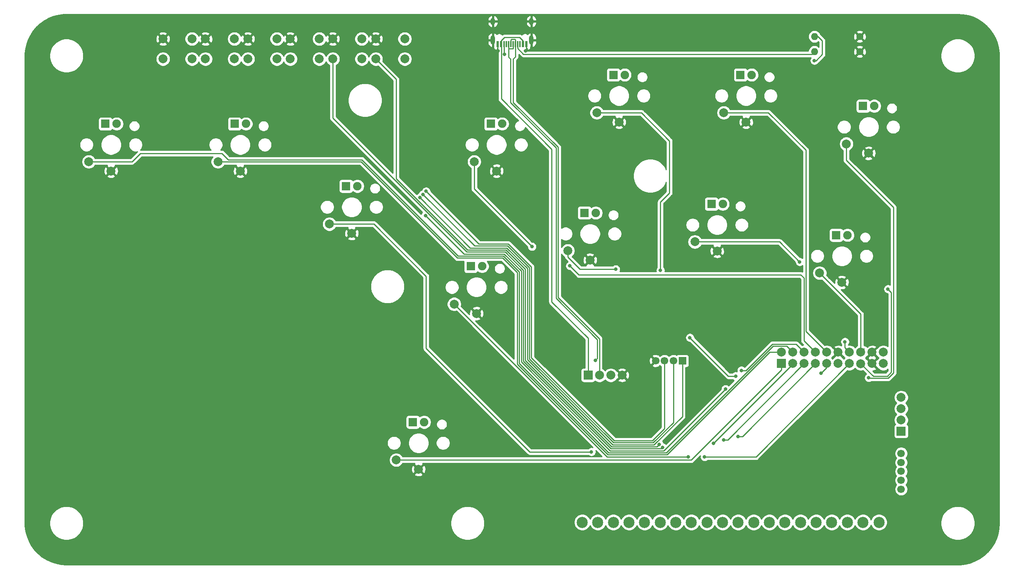
<source format=gtl>
G04 #@! TF.GenerationSoftware,KiCad,Pcbnew,(5.1.4)-1*
G04 #@! TF.CreationDate,2021-09-14T21:29:34-07:00*
G04 #@! TF.ProjectId,micro_hitbox_pcb,6d696372-6f5f-4686-9974-626f785f7063,rev?*
G04 #@! TF.SameCoordinates,Original*
G04 #@! TF.FileFunction,Copper,L1,Top*
G04 #@! TF.FilePolarity,Positive*
%FSLAX46Y46*%
G04 Gerber Fmt 4.6, Leading zero omitted, Abs format (unit mm)*
G04 Created by KiCad (PCBNEW (5.1.4)-1) date 2021-09-14 21:29:34*
%MOMM*%
%LPD*%
G04 APERTURE LIST*
%ADD10R,1.905000X1.905000*%
%ADD11C,1.905000*%
%ADD12C,2.000000*%
%ADD13R,2.000000X2.000000*%
%ADD14C,1.700000*%
%ADD15R,1.700000X1.700000*%
%ADD16C,2.500000*%
%ADD17R,0.600000X1.450000*%
%ADD18R,0.300000X1.450000*%
%ADD19O,1.000000X2.100000*%
%ADD20O,1.000000X1.600000*%
%ADD21O,1.600000X1.600000*%
%ADD22C,1.600000*%
%ADD23C,0.800000*%
%ADD24C,0.250000*%
%ADD25C,0.254000*%
G04 APERTURE END LIST*
D10*
X86558954Y-58778609D03*
D11*
X89098954Y-58778609D03*
D12*
X82828954Y-67278609D03*
X87828954Y-69378609D03*
X232139840Y-112621840D03*
X232139840Y-110081840D03*
X229609840Y-112621840D03*
X229609840Y-110081840D03*
X227069840Y-112631840D03*
X227069840Y-110081840D03*
X224529840Y-112618520D03*
X224529840Y-110081840D03*
X221989840Y-112621840D03*
X221989840Y-110081840D03*
X219449840Y-112621840D03*
X219449840Y-110081840D03*
X216909840Y-112621840D03*
X216909840Y-110081840D03*
X214369840Y-112621840D03*
X214369840Y-110081840D03*
X211829840Y-112621840D03*
X211829840Y-110081840D03*
D13*
X209289840Y-112621840D03*
D12*
X209289840Y-110081840D03*
X236129840Y-120221840D03*
X236129840Y-122761840D03*
X236129840Y-125301840D03*
D13*
X236129840Y-127841840D03*
D14*
X236129840Y-132817840D03*
X236129840Y-134845840D03*
X236129840Y-136845840D03*
X236129840Y-138845840D03*
X236129840Y-140845840D03*
D15*
X187035840Y-112025840D03*
D14*
X185035840Y-112025840D03*
X183035840Y-112025840D03*
X181035840Y-112025840D03*
D12*
X173498840Y-115229840D03*
X170958840Y-115229840D03*
X168418840Y-115229840D03*
D13*
X165878840Y-115229840D03*
D16*
X231145840Y-148286840D03*
X227555840Y-148286840D03*
X224055840Y-148286840D03*
X220555840Y-148286840D03*
X217055840Y-148286840D03*
X213555840Y-148286840D03*
X210055840Y-148286840D03*
X206555840Y-148286840D03*
X203055840Y-148286840D03*
X199555840Y-148286840D03*
X196055840Y-148286840D03*
X192555840Y-148286840D03*
X189055840Y-148286840D03*
X185555840Y-148286840D03*
X182055840Y-148286840D03*
X178555840Y-148286840D03*
X175055840Y-148286840D03*
X171555840Y-148286840D03*
X168055840Y-148286840D03*
X164555840Y-148286840D03*
D12*
X124737000Y-39696000D03*
X124737000Y-44196000D03*
X118237000Y-44196000D03*
X118237000Y-39696000D03*
X115085000Y-39696000D03*
X115085000Y-44196000D03*
X108585000Y-44196000D03*
X108585000Y-39696000D03*
X105560000Y-39696000D03*
X105560000Y-44196000D03*
X99060000Y-44196000D03*
X99060000Y-39696000D03*
X96035000Y-39696000D03*
X96035000Y-44196000D03*
X89535000Y-44196000D03*
X89535000Y-39696000D03*
X86510000Y-39696000D03*
X86510000Y-44196000D03*
X80010000Y-44196000D03*
X80010000Y-39696000D03*
X76985000Y-39696000D03*
X76985000Y-44196000D03*
X70485000Y-44196000D03*
X70485000Y-39696000D03*
D10*
X221558954Y-83778609D03*
D11*
X224098954Y-83778609D03*
D12*
X217828954Y-92278609D03*
X222828954Y-94378609D03*
D10*
X227558954Y-54778609D03*
D11*
X230098954Y-54778609D03*
D12*
X223828954Y-63278609D03*
X228828954Y-65378609D03*
D10*
X193558954Y-76778609D03*
D11*
X196098954Y-76778609D03*
D12*
X189828954Y-85278609D03*
X194828954Y-87378609D03*
D10*
X200058954Y-47778609D03*
D11*
X202598954Y-47778609D03*
D12*
X196328954Y-56278609D03*
X201328954Y-58378609D03*
D10*
X165058954Y-78778609D03*
D11*
X167598954Y-78778609D03*
D12*
X161328954Y-87278609D03*
X166328954Y-89378609D03*
D10*
X171558954Y-47778609D03*
D11*
X174098954Y-47778609D03*
D12*
X167828954Y-56278609D03*
X172828954Y-58378609D03*
D10*
X139558954Y-90778609D03*
D11*
X142098954Y-90778609D03*
D12*
X135828954Y-99278609D03*
X140828954Y-101378609D03*
D10*
X144058954Y-58778609D03*
D11*
X146598954Y-58778609D03*
D12*
X140328954Y-67278609D03*
X145328954Y-69378609D03*
X127828954Y-136378609D03*
X122828954Y-134278609D03*
D11*
X129098954Y-125778609D03*
D10*
X126558954Y-125778609D03*
X111558954Y-72778609D03*
D11*
X114098954Y-72778609D03*
D12*
X107828954Y-81278609D03*
X112828954Y-83378609D03*
D10*
X57558954Y-58778609D03*
D11*
X60098954Y-58778609D03*
D12*
X53828954Y-67278609D03*
X58828954Y-69378609D03*
D17*
X145593600Y-40867400D03*
X152043600Y-40867400D03*
X146368600Y-40867400D03*
X151268600Y-40867400D03*
D18*
X150568600Y-40867400D03*
X147068600Y-40867400D03*
X150068600Y-40867400D03*
X147568600Y-40867400D03*
X149568600Y-40867400D03*
X148068600Y-40867400D03*
X148568600Y-40867400D03*
X149068600Y-40867400D03*
D19*
X153138600Y-39952400D03*
X144498600Y-39952400D03*
D20*
X153138600Y-35772400D03*
X144498600Y-35772400D03*
D21*
X216687400Y-39179500D03*
D22*
X226847400Y-39179500D03*
D21*
X216687400Y-42570400D03*
D22*
X226847400Y-42570400D03*
D23*
X145669000Y-42418000D03*
X151892000Y-42418000D03*
X147119001Y-43143000D03*
X216662000Y-44577000D03*
X167513000Y-111887000D03*
X194056000Y-130556000D03*
X166624000Y-132461000D03*
X153289000Y-86360000D03*
X161798000Y-90678000D03*
X188341000Y-133553609D03*
X192024000Y-133604000D03*
X182118000Y-91694000D03*
X188722000Y-106807000D03*
X199009000Y-115443000D03*
X218186000Y-114808000D03*
X172085000Y-91440000D03*
X223520000Y-107733000D03*
X213360000Y-89789000D03*
X233172000Y-95885000D03*
X228854000Y-115824000D03*
X129413000Y-79375000D03*
X196717642Y-118358642D03*
X200279000Y-114173000D03*
X128113359Y-75340641D03*
X128820467Y-74633533D03*
X129527575Y-73926425D03*
X182615989Y-131434989D03*
X196342000Y-129794000D03*
X181846927Y-130795811D03*
X199517000Y-129032000D03*
D24*
X216114799Y-43143001D02*
X216687400Y-42570400D01*
X151384199Y-43143001D02*
X216114799Y-43143001D01*
X150068600Y-41827402D02*
X151384199Y-43143001D01*
X150068600Y-40867400D02*
X150068600Y-41827402D01*
X145593600Y-40867400D02*
X145593600Y-42342600D01*
X145593600Y-42342600D02*
X145669000Y-42418000D01*
X152043600Y-42266400D02*
X151892000Y-42418000D01*
X152043600Y-40867400D02*
X152043600Y-42266400D01*
X151892000Y-42418000D02*
X152908000Y-42418000D01*
X153138600Y-42187400D02*
X153138600Y-39952400D01*
X152908000Y-42418000D02*
X153138600Y-42187400D01*
X145669000Y-42418000D02*
X144653000Y-42418000D01*
X144498600Y-42263600D02*
X144498600Y-39952400D01*
X144653000Y-42418000D02*
X144498600Y-42263600D01*
X147068600Y-40867400D02*
X147068600Y-43092599D01*
X147068600Y-43092599D02*
X147119001Y-43143000D01*
X216662000Y-44577000D02*
X217043000Y-44577000D01*
X217043000Y-44577000D02*
X218440000Y-43180000D01*
X218440000Y-43180000D02*
X218440000Y-40132000D01*
X217487500Y-39179500D02*
X216687400Y-39179500D01*
X218440000Y-40132000D02*
X217487500Y-39179500D01*
X151268600Y-40107398D02*
X151268600Y-40867400D01*
X150528592Y-39367390D02*
X151268600Y-40107398D01*
X147108608Y-39367390D02*
X150528592Y-39367390D01*
X146368600Y-40867400D02*
X146368600Y-40107398D01*
X146368600Y-40107398D02*
X147108608Y-39367390D01*
X146394001Y-40892801D02*
X146394001Y-53176001D01*
X146368600Y-40867400D02*
X146394001Y-40892801D01*
X146394001Y-53176001D02*
X157734000Y-64516000D01*
X157734000Y-64516000D02*
X157734000Y-98806000D01*
X157734000Y-98806000D02*
X165868680Y-106940680D01*
X165868680Y-115219680D02*
X165878840Y-115229840D01*
X165868680Y-106940680D02*
X165868680Y-115219680D01*
X148568600Y-40867400D02*
X148568600Y-39907398D01*
X148568600Y-39907398D02*
X148658599Y-39817399D01*
X148658599Y-39817399D02*
X149478601Y-39817399D01*
X149478601Y-39817399D02*
X149568600Y-39907398D01*
X149568600Y-39907398D02*
X149568600Y-40867400D01*
X149568600Y-43725400D02*
X149098000Y-44196000D01*
X149568600Y-40867400D02*
X149568600Y-43725400D01*
X149098000Y-44196000D02*
X149098000Y-53975000D01*
X149098000Y-53975000D02*
X159131000Y-64008000D01*
X159131000Y-64008000D02*
X159131000Y-97790000D01*
X159131000Y-97790000D02*
X168408680Y-107067680D01*
X168408680Y-115219680D02*
X168418840Y-115229840D01*
X168408680Y-107067680D02*
X168408680Y-115219680D01*
X149068600Y-41877400D02*
X149068600Y-40867400D01*
X149028599Y-41917401D02*
X149068600Y-41877400D01*
X148068600Y-40867400D02*
X148068600Y-41827402D01*
X148068600Y-41827402D02*
X148158599Y-41917401D01*
X148158599Y-41917401D02*
X149028599Y-41917401D01*
X148068600Y-43801600D02*
X148463000Y-44196000D01*
X148068600Y-40867400D02*
X148068600Y-43547600D01*
X148463000Y-44196000D02*
X148463000Y-53976410D01*
X148463000Y-53976410D02*
X148647991Y-54161401D01*
X148068600Y-43547600D02*
X148068600Y-43801600D01*
X148647991Y-54161401D02*
X158680990Y-64194400D01*
X158680991Y-97976401D02*
X167958670Y-107254080D01*
X158680990Y-64194400D02*
X158680991Y-97976401D01*
X167958670Y-107254080D02*
X167958670Y-111441330D01*
X167958670Y-111441330D02*
X167513000Y-111887000D01*
X146871400Y-88449990D02*
X136711400Y-88449990D01*
X150437009Y-92015599D02*
X146871400Y-88449990D01*
X211829840Y-110081840D02*
X210460000Y-108712000D01*
X210460000Y-108712000D02*
X207389590Y-108712000D01*
X207389590Y-108712000D02*
X183448001Y-132653589D01*
X183448001Y-132653589D02*
X170500999Y-132653589D01*
X170500999Y-132653589D02*
X150437010Y-112589600D01*
X150437010Y-112589600D02*
X150437009Y-92015599D01*
X115090009Y-66828599D02*
X85116599Y-66828599D01*
X136711400Y-88449990D02*
X115090009Y-66828599D01*
X85116599Y-66828599D02*
X83693000Y-65405000D01*
X83693000Y-65405000D02*
X65405000Y-65405000D01*
X63531391Y-67278609D02*
X53828954Y-67278609D01*
X65405000Y-65405000D02*
X63531391Y-67278609D01*
X114903609Y-67278609D02*
X136525000Y-88900000D01*
X136525000Y-88900000D02*
X146685000Y-88900000D01*
X149987000Y-92202000D02*
X149987000Y-112800245D01*
X146685000Y-88900000D02*
X149987000Y-92202000D01*
X149987000Y-112800245D02*
X155042755Y-117856000D01*
X155067000Y-117856000D02*
X170314599Y-133103599D01*
X155042755Y-117856000D02*
X155067000Y-117856000D01*
X170314599Y-133103599D02*
X183634401Y-133103599D01*
X206656160Y-110081840D02*
X209289840Y-110081840D01*
X183634401Y-133103599D02*
X206656160Y-110081840D01*
X82828954Y-67278609D02*
X114903609Y-67278609D01*
X211829840Y-112621840D02*
X211829840Y-112782160D01*
X211829840Y-112782160D02*
X194056000Y-130556000D01*
X166624000Y-132461000D02*
X152796854Y-132461000D01*
X129540000Y-109204146D02*
X152796854Y-132461000D01*
X129540000Y-92989655D02*
X129540000Y-109204146D01*
X117828954Y-81278609D02*
X129540000Y-92989655D01*
X107828954Y-81278609D02*
X117828954Y-81278609D01*
X209289840Y-114004378D02*
X209289840Y-112621840D01*
X189015609Y-134278609D02*
X209289840Y-114004378D01*
X122828954Y-134278609D02*
X189015609Y-134278609D01*
X161798000Y-90678000D02*
X163830000Y-92710000D01*
X213614000Y-92710000D02*
X214306990Y-93402990D01*
X163830000Y-92710000D02*
X213614000Y-92710000D01*
X214306990Y-107478990D02*
X216909840Y-110081840D01*
X214306990Y-93402990D02*
X214306990Y-107478990D01*
X150328954Y-83399954D02*
X153289000Y-86360000D01*
X140328954Y-73399954D02*
X150328954Y-83399954D01*
X140328954Y-67278609D02*
X140328954Y-73399954D01*
X203544360Y-133604000D02*
X224529840Y-112618520D01*
X192024000Y-133604000D02*
X203544360Y-133604000D01*
X170103954Y-133553609D02*
X188341000Y-133553609D01*
X135828954Y-99278609D02*
X170103954Y-133553609D01*
X188722000Y-106807000D02*
X197358000Y-115443000D01*
X197358000Y-115443000D02*
X199009000Y-115443000D01*
X219449840Y-113544160D02*
X219449840Y-112621840D01*
X218186000Y-114808000D02*
X219449840Y-113544160D01*
X184150000Y-74295000D02*
X184150000Y-62599655D01*
X182118000Y-91694000D02*
X182118000Y-76327000D01*
X182118000Y-76327000D02*
X184150000Y-74295000D01*
X177828954Y-56278609D02*
X184150000Y-62599655D01*
X167828954Y-56278609D02*
X177828954Y-56278609D01*
X223520000Y-109072000D02*
X224529840Y-110081840D01*
X223520000Y-107733000D02*
X223520000Y-109072000D01*
X164084000Y-91440000D02*
X172085000Y-91440000D01*
X161328954Y-88684954D02*
X164084000Y-91440000D01*
X161328954Y-87278609D02*
X161328954Y-88684954D01*
X219449840Y-110081840D02*
X214757000Y-105389000D01*
X214757000Y-105389000D02*
X214757000Y-64706655D01*
X206328954Y-56278609D02*
X214757000Y-64706655D01*
X196328954Y-56278609D02*
X206328954Y-56278609D01*
X233934000Y-114554000D02*
X233045000Y-115443000D01*
X229881000Y-115443000D02*
X227069840Y-112631840D01*
X233045000Y-115443000D02*
X229881000Y-115443000D01*
X233934000Y-96647000D02*
X233172000Y-95885000D01*
X233934000Y-114554000D02*
X233934000Y-96647000D01*
X208849609Y-85278609D02*
X213360000Y-89789000D01*
X189828954Y-85278609D02*
X208849609Y-85278609D01*
X228923010Y-115893010D02*
X228854000Y-115824000D01*
X233231400Y-115893010D02*
X228923010Y-115893010D01*
X234384009Y-114740401D02*
X233231400Y-115893010D01*
X234384010Y-77539010D02*
X234384009Y-114740401D01*
X223828954Y-63278609D02*
X223828954Y-66983954D01*
X223828954Y-66983954D02*
X234384010Y-77539010D01*
X227828954Y-109322726D02*
X227069840Y-110081840D01*
X227069840Y-101519495D02*
X227069840Y-110081840D01*
X217828954Y-92278609D02*
X227069840Y-101519495D01*
X129413000Y-79375000D02*
X138037980Y-87999980D01*
X147057801Y-87999981D02*
X150887018Y-91829200D01*
X138037980Y-87999980D02*
X147057801Y-87999981D01*
X150887018Y-91829200D02*
X150887018Y-112279018D01*
X150887018Y-112279018D02*
X170811579Y-132203579D01*
X170811579Y-132203579D02*
X182872705Y-132203579D01*
X182872705Y-132203579D02*
X196717642Y-118358642D01*
X212549990Y-108261990D02*
X214369840Y-110081840D01*
X207203190Y-108261990D02*
X212549990Y-108261990D01*
X201292180Y-114173000D02*
X207203190Y-108261990D01*
X200279000Y-114173000D02*
X201292180Y-114173000D01*
X187035840Y-124495160D02*
X180677451Y-130853549D01*
X187035840Y-112025840D02*
X187035840Y-124495160D01*
X171370779Y-130853549D02*
X171138009Y-130620779D01*
X180677451Y-130853549D02*
X171370779Y-130853549D01*
X171138009Y-130620779D02*
X152237048Y-111719818D01*
X152237047Y-91269999D02*
X147617002Y-86649954D01*
X152237048Y-111719818D02*
X152237047Y-91269999D01*
X147617002Y-86649954D02*
X139422672Y-86649954D01*
X139422672Y-86649954D02*
X128113359Y-75340641D01*
X128820467Y-74633533D02*
X140386878Y-86199944D01*
X140386878Y-86199944D02*
X147803403Y-86199945D01*
X147803403Y-86199945D02*
X152687056Y-91083600D01*
X152687056Y-91083600D02*
X152687056Y-111533416D01*
X152687056Y-111533416D02*
X171557179Y-130403539D01*
X171557179Y-130403539D02*
X180491051Y-130403539D01*
X185035840Y-125858750D02*
X185035840Y-112025840D01*
X180491051Y-130403539D02*
X185035840Y-125858750D01*
X129527575Y-73926425D02*
X141351085Y-85749935D01*
X147989804Y-85749936D02*
X153137066Y-90897200D01*
X141351085Y-85749935D02*
X147989804Y-85749936D01*
X153137066Y-90897200D02*
X153137066Y-111347016D01*
X153137066Y-111347016D02*
X171743579Y-129953529D01*
X171743579Y-129953529D02*
X180304651Y-129953529D01*
X183035840Y-127222340D02*
X183035840Y-112025840D01*
X180304651Y-129953529D02*
X183035840Y-127222340D01*
X108585000Y-57473998D02*
X138660973Y-87549971D01*
X108585000Y-44196000D02*
X108585000Y-57473998D01*
X147244202Y-87549972D02*
X151337028Y-91642800D01*
X138660973Y-87549971D02*
X147244202Y-87549972D01*
X151337028Y-91642800D02*
X151337028Y-112092618D01*
X151337028Y-112092618D02*
X170997979Y-131753569D01*
X170997979Y-131753569D02*
X182297409Y-131753569D01*
X182297409Y-131753569D02*
X182615989Y-131434989D01*
X197197680Y-129794000D02*
X214369840Y-112621840D01*
X196342000Y-129794000D02*
X197197680Y-129794000D01*
X122809000Y-48768000D02*
X122809000Y-71061588D01*
X118237000Y-44196000D02*
X122809000Y-48768000D01*
X147430603Y-87099963D02*
X151787038Y-91456400D01*
X122809000Y-71061588D02*
X138847374Y-87099962D01*
X138847374Y-87099962D02*
X147430603Y-87099963D01*
X151787038Y-91456400D02*
X151787038Y-111906218D01*
X151787037Y-111906217D02*
X170688000Y-130807180D01*
X151787038Y-111906218D02*
X151787037Y-111906217D01*
X170688000Y-130807180D02*
X171184379Y-131303559D01*
X171184379Y-131303559D02*
X181339179Y-131303559D01*
X181339179Y-131303559D02*
X181846927Y-130795811D01*
X200499680Y-129032000D02*
X199517000Y-129032000D01*
X216909840Y-112621840D02*
X200499680Y-129032000D01*
D25*
G36*
X249996257Y-34238403D02*
G01*
X251145160Y-34457567D01*
X252257533Y-34818999D01*
X253315832Y-35316996D01*
X254303377Y-35943711D01*
X255204584Y-36689253D01*
X256005241Y-37541868D01*
X256692724Y-38488105D01*
X257256191Y-39513049D01*
X257686757Y-40600533D01*
X257977628Y-41733399D01*
X258125574Y-42904511D01*
X258143955Y-43489402D01*
X258143954Y-148457102D01*
X258069160Y-149645913D01*
X257849996Y-150794816D01*
X257488564Y-151907189D01*
X256990562Y-152965496D01*
X256363852Y-153953032D01*
X255618313Y-154854235D01*
X254765695Y-155654896D01*
X253819451Y-156342382D01*
X252794513Y-156905847D01*
X251707032Y-157336411D01*
X250574151Y-157627285D01*
X249403051Y-157775229D01*
X248818192Y-157793609D01*
X48850490Y-157793609D01*
X47661648Y-157718813D01*
X46512745Y-157499649D01*
X45400373Y-157138217D01*
X44342066Y-156640215D01*
X43354529Y-156013505D01*
X42453323Y-155267963D01*
X41652669Y-154415353D01*
X40965181Y-153469105D01*
X40401714Y-152444163D01*
X39971150Y-151356681D01*
X39680279Y-150223818D01*
X39532334Y-149052706D01*
X39513954Y-148467847D01*
X39513954Y-148100894D01*
X44993953Y-148100894D01*
X44993953Y-148856324D01*
X45141330Y-149597237D01*
X45430420Y-150295163D01*
X45850114Y-150923279D01*
X46384283Y-151457448D01*
X47012399Y-151877142D01*
X47710325Y-152166232D01*
X48451238Y-152313609D01*
X49206668Y-152313609D01*
X49947581Y-152166232D01*
X50645507Y-151877142D01*
X51273623Y-151457448D01*
X51807792Y-150923279D01*
X52227486Y-150295163D01*
X52516576Y-149597237D01*
X52663953Y-148856324D01*
X52663953Y-148100894D01*
X134993954Y-148100894D01*
X134993954Y-148856324D01*
X135141331Y-149597237D01*
X135430421Y-150295163D01*
X135850115Y-150923279D01*
X136384284Y-151457448D01*
X137012400Y-151877142D01*
X137710326Y-152166232D01*
X138451239Y-152313609D01*
X139206669Y-152313609D01*
X139947582Y-152166232D01*
X140645508Y-151877142D01*
X141273624Y-151457448D01*
X141807793Y-150923279D01*
X142227487Y-150295163D01*
X142516577Y-149597237D01*
X142663954Y-148856324D01*
X142663954Y-148101184D01*
X162670840Y-148101184D01*
X162670840Y-148472496D01*
X162743279Y-148836674D01*
X162885374Y-149179722D01*
X163091665Y-149488458D01*
X163354222Y-149751015D01*
X163662958Y-149957306D01*
X164006006Y-150099401D01*
X164370184Y-150171840D01*
X164741496Y-150171840D01*
X165105674Y-150099401D01*
X165448722Y-149957306D01*
X165757458Y-149751015D01*
X166020015Y-149488458D01*
X166226306Y-149179722D01*
X166305840Y-148987710D01*
X166385374Y-149179722D01*
X166591665Y-149488458D01*
X166854222Y-149751015D01*
X167162958Y-149957306D01*
X167506006Y-150099401D01*
X167870184Y-150171840D01*
X168241496Y-150171840D01*
X168605674Y-150099401D01*
X168948722Y-149957306D01*
X169257458Y-149751015D01*
X169520015Y-149488458D01*
X169726306Y-149179722D01*
X169805840Y-148987710D01*
X169885374Y-149179722D01*
X170091665Y-149488458D01*
X170354222Y-149751015D01*
X170662958Y-149957306D01*
X171006006Y-150099401D01*
X171370184Y-150171840D01*
X171741496Y-150171840D01*
X172105674Y-150099401D01*
X172448722Y-149957306D01*
X172757458Y-149751015D01*
X173020015Y-149488458D01*
X173226306Y-149179722D01*
X173305840Y-148987710D01*
X173385374Y-149179722D01*
X173591665Y-149488458D01*
X173854222Y-149751015D01*
X174162958Y-149957306D01*
X174506006Y-150099401D01*
X174870184Y-150171840D01*
X175241496Y-150171840D01*
X175605674Y-150099401D01*
X175948722Y-149957306D01*
X176257458Y-149751015D01*
X176520015Y-149488458D01*
X176726306Y-149179722D01*
X176805840Y-148987710D01*
X176885374Y-149179722D01*
X177091665Y-149488458D01*
X177354222Y-149751015D01*
X177662958Y-149957306D01*
X178006006Y-150099401D01*
X178370184Y-150171840D01*
X178741496Y-150171840D01*
X179105674Y-150099401D01*
X179448722Y-149957306D01*
X179757458Y-149751015D01*
X180020015Y-149488458D01*
X180226306Y-149179722D01*
X180305840Y-148987710D01*
X180385374Y-149179722D01*
X180591665Y-149488458D01*
X180854222Y-149751015D01*
X181162958Y-149957306D01*
X181506006Y-150099401D01*
X181870184Y-150171840D01*
X182241496Y-150171840D01*
X182605674Y-150099401D01*
X182948722Y-149957306D01*
X183257458Y-149751015D01*
X183520015Y-149488458D01*
X183726306Y-149179722D01*
X183805840Y-148987710D01*
X183885374Y-149179722D01*
X184091665Y-149488458D01*
X184354222Y-149751015D01*
X184662958Y-149957306D01*
X185006006Y-150099401D01*
X185370184Y-150171840D01*
X185741496Y-150171840D01*
X186105674Y-150099401D01*
X186448722Y-149957306D01*
X186757458Y-149751015D01*
X187020015Y-149488458D01*
X187226306Y-149179722D01*
X187305840Y-148987710D01*
X187385374Y-149179722D01*
X187591665Y-149488458D01*
X187854222Y-149751015D01*
X188162958Y-149957306D01*
X188506006Y-150099401D01*
X188870184Y-150171840D01*
X189241496Y-150171840D01*
X189605674Y-150099401D01*
X189948722Y-149957306D01*
X190257458Y-149751015D01*
X190520015Y-149488458D01*
X190726306Y-149179722D01*
X190805840Y-148987710D01*
X190885374Y-149179722D01*
X191091665Y-149488458D01*
X191354222Y-149751015D01*
X191662958Y-149957306D01*
X192006006Y-150099401D01*
X192370184Y-150171840D01*
X192741496Y-150171840D01*
X193105674Y-150099401D01*
X193448722Y-149957306D01*
X193757458Y-149751015D01*
X194020015Y-149488458D01*
X194226306Y-149179722D01*
X194305840Y-148987710D01*
X194385374Y-149179722D01*
X194591665Y-149488458D01*
X194854222Y-149751015D01*
X195162958Y-149957306D01*
X195506006Y-150099401D01*
X195870184Y-150171840D01*
X196241496Y-150171840D01*
X196605674Y-150099401D01*
X196948722Y-149957306D01*
X197257458Y-149751015D01*
X197520015Y-149488458D01*
X197726306Y-149179722D01*
X197805840Y-148987710D01*
X197885374Y-149179722D01*
X198091665Y-149488458D01*
X198354222Y-149751015D01*
X198662958Y-149957306D01*
X199006006Y-150099401D01*
X199370184Y-150171840D01*
X199741496Y-150171840D01*
X200105674Y-150099401D01*
X200448722Y-149957306D01*
X200757458Y-149751015D01*
X201020015Y-149488458D01*
X201226306Y-149179722D01*
X201305840Y-148987710D01*
X201385374Y-149179722D01*
X201591665Y-149488458D01*
X201854222Y-149751015D01*
X202162958Y-149957306D01*
X202506006Y-150099401D01*
X202870184Y-150171840D01*
X203241496Y-150171840D01*
X203605674Y-150099401D01*
X203948722Y-149957306D01*
X204257458Y-149751015D01*
X204520015Y-149488458D01*
X204726306Y-149179722D01*
X204805840Y-148987710D01*
X204885374Y-149179722D01*
X205091665Y-149488458D01*
X205354222Y-149751015D01*
X205662958Y-149957306D01*
X206006006Y-150099401D01*
X206370184Y-150171840D01*
X206741496Y-150171840D01*
X207105674Y-150099401D01*
X207448722Y-149957306D01*
X207757458Y-149751015D01*
X208020015Y-149488458D01*
X208226306Y-149179722D01*
X208305840Y-148987710D01*
X208385374Y-149179722D01*
X208591665Y-149488458D01*
X208854222Y-149751015D01*
X209162958Y-149957306D01*
X209506006Y-150099401D01*
X209870184Y-150171840D01*
X210241496Y-150171840D01*
X210605674Y-150099401D01*
X210948722Y-149957306D01*
X211257458Y-149751015D01*
X211520015Y-149488458D01*
X211726306Y-149179722D01*
X211805840Y-148987710D01*
X211885374Y-149179722D01*
X212091665Y-149488458D01*
X212354222Y-149751015D01*
X212662958Y-149957306D01*
X213006006Y-150099401D01*
X213370184Y-150171840D01*
X213741496Y-150171840D01*
X214105674Y-150099401D01*
X214448722Y-149957306D01*
X214757458Y-149751015D01*
X215020015Y-149488458D01*
X215226306Y-149179722D01*
X215305840Y-148987710D01*
X215385374Y-149179722D01*
X215591665Y-149488458D01*
X215854222Y-149751015D01*
X216162958Y-149957306D01*
X216506006Y-150099401D01*
X216870184Y-150171840D01*
X217241496Y-150171840D01*
X217605674Y-150099401D01*
X217948722Y-149957306D01*
X218257458Y-149751015D01*
X218520015Y-149488458D01*
X218726306Y-149179722D01*
X218805840Y-148987710D01*
X218885374Y-149179722D01*
X219091665Y-149488458D01*
X219354222Y-149751015D01*
X219662958Y-149957306D01*
X220006006Y-150099401D01*
X220370184Y-150171840D01*
X220741496Y-150171840D01*
X221105674Y-150099401D01*
X221448722Y-149957306D01*
X221757458Y-149751015D01*
X222020015Y-149488458D01*
X222226306Y-149179722D01*
X222305840Y-148987710D01*
X222385374Y-149179722D01*
X222591665Y-149488458D01*
X222854222Y-149751015D01*
X223162958Y-149957306D01*
X223506006Y-150099401D01*
X223870184Y-150171840D01*
X224241496Y-150171840D01*
X224605674Y-150099401D01*
X224948722Y-149957306D01*
X225257458Y-149751015D01*
X225520015Y-149488458D01*
X225726306Y-149179722D01*
X225805840Y-148987710D01*
X225885374Y-149179722D01*
X226091665Y-149488458D01*
X226354222Y-149751015D01*
X226662958Y-149957306D01*
X227006006Y-150099401D01*
X227370184Y-150171840D01*
X227741496Y-150171840D01*
X228105674Y-150099401D01*
X228448722Y-149957306D01*
X228757458Y-149751015D01*
X229020015Y-149488458D01*
X229226306Y-149179722D01*
X229350840Y-148879070D01*
X229475374Y-149179722D01*
X229681665Y-149488458D01*
X229944222Y-149751015D01*
X230252958Y-149957306D01*
X230596006Y-150099401D01*
X230960184Y-150171840D01*
X231331496Y-150171840D01*
X231695674Y-150099401D01*
X232038722Y-149957306D01*
X232347458Y-149751015D01*
X232610015Y-149488458D01*
X232816306Y-149179722D01*
X232958401Y-148836674D01*
X233030840Y-148472496D01*
X233030840Y-148101184D01*
X233030783Y-148100893D01*
X244993954Y-148100893D01*
X244993954Y-148856323D01*
X245141331Y-149597236D01*
X245430421Y-150295162D01*
X245850115Y-150923278D01*
X246384284Y-151457447D01*
X247012400Y-151877141D01*
X247710326Y-152166231D01*
X248451239Y-152313608D01*
X249206669Y-152313608D01*
X249947582Y-152166231D01*
X250645508Y-151877141D01*
X251273624Y-151457447D01*
X251807793Y-150923278D01*
X252227487Y-150295162D01*
X252516577Y-149597236D01*
X252663954Y-148856323D01*
X252663954Y-148100893D01*
X252516577Y-147359980D01*
X252227487Y-146662054D01*
X251807793Y-146033938D01*
X251273624Y-145499769D01*
X250645508Y-145080075D01*
X249947582Y-144790985D01*
X249206669Y-144643608D01*
X248451239Y-144643608D01*
X247710326Y-144790985D01*
X247012400Y-145080075D01*
X246384284Y-145499769D01*
X245850115Y-146033938D01*
X245430421Y-146662054D01*
X245141331Y-147359980D01*
X244993954Y-148100893D01*
X233030783Y-148100893D01*
X232958401Y-147737006D01*
X232816306Y-147393958D01*
X232610015Y-147085222D01*
X232347458Y-146822665D01*
X232038722Y-146616374D01*
X231695674Y-146474279D01*
X231331496Y-146401840D01*
X230960184Y-146401840D01*
X230596006Y-146474279D01*
X230252958Y-146616374D01*
X229944222Y-146822665D01*
X229681665Y-147085222D01*
X229475374Y-147393958D01*
X229350840Y-147694610D01*
X229226306Y-147393958D01*
X229020015Y-147085222D01*
X228757458Y-146822665D01*
X228448722Y-146616374D01*
X228105674Y-146474279D01*
X227741496Y-146401840D01*
X227370184Y-146401840D01*
X227006006Y-146474279D01*
X226662958Y-146616374D01*
X226354222Y-146822665D01*
X226091665Y-147085222D01*
X225885374Y-147393958D01*
X225805840Y-147585970D01*
X225726306Y-147393958D01*
X225520015Y-147085222D01*
X225257458Y-146822665D01*
X224948722Y-146616374D01*
X224605674Y-146474279D01*
X224241496Y-146401840D01*
X223870184Y-146401840D01*
X223506006Y-146474279D01*
X223162958Y-146616374D01*
X222854222Y-146822665D01*
X222591665Y-147085222D01*
X222385374Y-147393958D01*
X222305840Y-147585970D01*
X222226306Y-147393958D01*
X222020015Y-147085222D01*
X221757458Y-146822665D01*
X221448722Y-146616374D01*
X221105674Y-146474279D01*
X220741496Y-146401840D01*
X220370184Y-146401840D01*
X220006006Y-146474279D01*
X219662958Y-146616374D01*
X219354222Y-146822665D01*
X219091665Y-147085222D01*
X218885374Y-147393958D01*
X218805840Y-147585970D01*
X218726306Y-147393958D01*
X218520015Y-147085222D01*
X218257458Y-146822665D01*
X217948722Y-146616374D01*
X217605674Y-146474279D01*
X217241496Y-146401840D01*
X216870184Y-146401840D01*
X216506006Y-146474279D01*
X216162958Y-146616374D01*
X215854222Y-146822665D01*
X215591665Y-147085222D01*
X215385374Y-147393958D01*
X215305840Y-147585970D01*
X215226306Y-147393958D01*
X215020015Y-147085222D01*
X214757458Y-146822665D01*
X214448722Y-146616374D01*
X214105674Y-146474279D01*
X213741496Y-146401840D01*
X213370184Y-146401840D01*
X213006006Y-146474279D01*
X212662958Y-146616374D01*
X212354222Y-146822665D01*
X212091665Y-147085222D01*
X211885374Y-147393958D01*
X211805840Y-147585970D01*
X211726306Y-147393958D01*
X211520015Y-147085222D01*
X211257458Y-146822665D01*
X210948722Y-146616374D01*
X210605674Y-146474279D01*
X210241496Y-146401840D01*
X209870184Y-146401840D01*
X209506006Y-146474279D01*
X209162958Y-146616374D01*
X208854222Y-146822665D01*
X208591665Y-147085222D01*
X208385374Y-147393958D01*
X208305840Y-147585970D01*
X208226306Y-147393958D01*
X208020015Y-147085222D01*
X207757458Y-146822665D01*
X207448722Y-146616374D01*
X207105674Y-146474279D01*
X206741496Y-146401840D01*
X206370184Y-146401840D01*
X206006006Y-146474279D01*
X205662958Y-146616374D01*
X205354222Y-146822665D01*
X205091665Y-147085222D01*
X204885374Y-147393958D01*
X204805840Y-147585970D01*
X204726306Y-147393958D01*
X204520015Y-147085222D01*
X204257458Y-146822665D01*
X203948722Y-146616374D01*
X203605674Y-146474279D01*
X203241496Y-146401840D01*
X202870184Y-146401840D01*
X202506006Y-146474279D01*
X202162958Y-146616374D01*
X201854222Y-146822665D01*
X201591665Y-147085222D01*
X201385374Y-147393958D01*
X201305840Y-147585970D01*
X201226306Y-147393958D01*
X201020015Y-147085222D01*
X200757458Y-146822665D01*
X200448722Y-146616374D01*
X200105674Y-146474279D01*
X199741496Y-146401840D01*
X199370184Y-146401840D01*
X199006006Y-146474279D01*
X198662958Y-146616374D01*
X198354222Y-146822665D01*
X198091665Y-147085222D01*
X197885374Y-147393958D01*
X197805840Y-147585970D01*
X197726306Y-147393958D01*
X197520015Y-147085222D01*
X197257458Y-146822665D01*
X196948722Y-146616374D01*
X196605674Y-146474279D01*
X196241496Y-146401840D01*
X195870184Y-146401840D01*
X195506006Y-146474279D01*
X195162958Y-146616374D01*
X194854222Y-146822665D01*
X194591665Y-147085222D01*
X194385374Y-147393958D01*
X194305840Y-147585970D01*
X194226306Y-147393958D01*
X194020015Y-147085222D01*
X193757458Y-146822665D01*
X193448722Y-146616374D01*
X193105674Y-146474279D01*
X192741496Y-146401840D01*
X192370184Y-146401840D01*
X192006006Y-146474279D01*
X191662958Y-146616374D01*
X191354222Y-146822665D01*
X191091665Y-147085222D01*
X190885374Y-147393958D01*
X190805840Y-147585970D01*
X190726306Y-147393958D01*
X190520015Y-147085222D01*
X190257458Y-146822665D01*
X189948722Y-146616374D01*
X189605674Y-146474279D01*
X189241496Y-146401840D01*
X188870184Y-146401840D01*
X188506006Y-146474279D01*
X188162958Y-146616374D01*
X187854222Y-146822665D01*
X187591665Y-147085222D01*
X187385374Y-147393958D01*
X187305840Y-147585970D01*
X187226306Y-147393958D01*
X187020015Y-147085222D01*
X186757458Y-146822665D01*
X186448722Y-146616374D01*
X186105674Y-146474279D01*
X185741496Y-146401840D01*
X185370184Y-146401840D01*
X185006006Y-146474279D01*
X184662958Y-146616374D01*
X184354222Y-146822665D01*
X184091665Y-147085222D01*
X183885374Y-147393958D01*
X183805840Y-147585970D01*
X183726306Y-147393958D01*
X183520015Y-147085222D01*
X183257458Y-146822665D01*
X182948722Y-146616374D01*
X182605674Y-146474279D01*
X182241496Y-146401840D01*
X181870184Y-146401840D01*
X181506006Y-146474279D01*
X181162958Y-146616374D01*
X180854222Y-146822665D01*
X180591665Y-147085222D01*
X180385374Y-147393958D01*
X180305840Y-147585970D01*
X180226306Y-147393958D01*
X180020015Y-147085222D01*
X179757458Y-146822665D01*
X179448722Y-146616374D01*
X179105674Y-146474279D01*
X178741496Y-146401840D01*
X178370184Y-146401840D01*
X178006006Y-146474279D01*
X177662958Y-146616374D01*
X177354222Y-146822665D01*
X177091665Y-147085222D01*
X176885374Y-147393958D01*
X176805840Y-147585970D01*
X176726306Y-147393958D01*
X176520015Y-147085222D01*
X176257458Y-146822665D01*
X175948722Y-146616374D01*
X175605674Y-146474279D01*
X175241496Y-146401840D01*
X174870184Y-146401840D01*
X174506006Y-146474279D01*
X174162958Y-146616374D01*
X173854222Y-146822665D01*
X173591665Y-147085222D01*
X173385374Y-147393958D01*
X173305840Y-147585970D01*
X173226306Y-147393958D01*
X173020015Y-147085222D01*
X172757458Y-146822665D01*
X172448722Y-146616374D01*
X172105674Y-146474279D01*
X171741496Y-146401840D01*
X171370184Y-146401840D01*
X171006006Y-146474279D01*
X170662958Y-146616374D01*
X170354222Y-146822665D01*
X170091665Y-147085222D01*
X169885374Y-147393958D01*
X169805840Y-147585970D01*
X169726306Y-147393958D01*
X169520015Y-147085222D01*
X169257458Y-146822665D01*
X168948722Y-146616374D01*
X168605674Y-146474279D01*
X168241496Y-146401840D01*
X167870184Y-146401840D01*
X167506006Y-146474279D01*
X167162958Y-146616374D01*
X166854222Y-146822665D01*
X166591665Y-147085222D01*
X166385374Y-147393958D01*
X166305840Y-147585970D01*
X166226306Y-147393958D01*
X166020015Y-147085222D01*
X165757458Y-146822665D01*
X165448722Y-146616374D01*
X165105674Y-146474279D01*
X164741496Y-146401840D01*
X164370184Y-146401840D01*
X164006006Y-146474279D01*
X163662958Y-146616374D01*
X163354222Y-146822665D01*
X163091665Y-147085222D01*
X162885374Y-147393958D01*
X162743279Y-147737006D01*
X162670840Y-148101184D01*
X142663954Y-148101184D01*
X142663954Y-148100894D01*
X142516577Y-147359981D01*
X142227487Y-146662055D01*
X141807793Y-146033939D01*
X141273624Y-145499770D01*
X140645508Y-145080076D01*
X139947582Y-144790986D01*
X139206669Y-144643609D01*
X138451239Y-144643609D01*
X137710326Y-144790986D01*
X137012400Y-145080076D01*
X136384284Y-145499770D01*
X135850115Y-146033939D01*
X135430421Y-146662055D01*
X135141331Y-147359981D01*
X134993954Y-148100894D01*
X52663953Y-148100894D01*
X52516576Y-147359981D01*
X52227486Y-146662055D01*
X51807792Y-146033939D01*
X51273623Y-145499770D01*
X50645507Y-145080076D01*
X49947581Y-144790986D01*
X49206668Y-144643609D01*
X48451238Y-144643609D01*
X47710325Y-144790986D01*
X47012399Y-145080076D01*
X46384283Y-145499770D01*
X45850114Y-146033939D01*
X45430420Y-146662055D01*
X45141330Y-147359981D01*
X44993953Y-148100894D01*
X39513954Y-148100894D01*
X39513954Y-137514022D01*
X126873146Y-137514022D01*
X126968910Y-137778423D01*
X127258525Y-137919313D01*
X127570062Y-138000993D01*
X127891549Y-138020327D01*
X128210629Y-137976570D01*
X128515042Y-137871404D01*
X128688998Y-137778423D01*
X128784762Y-137514022D01*
X127828954Y-136558214D01*
X126873146Y-137514022D01*
X39513954Y-137514022D01*
X39513954Y-136441204D01*
X126187236Y-136441204D01*
X126230993Y-136760284D01*
X126336159Y-137064697D01*
X126429140Y-137238653D01*
X126693541Y-137334417D01*
X127649349Y-136378609D01*
X128008559Y-136378609D01*
X128964367Y-137334417D01*
X129228768Y-137238653D01*
X129369658Y-136949038D01*
X129451338Y-136637501D01*
X129470672Y-136316014D01*
X129426915Y-135996934D01*
X129321749Y-135692521D01*
X129228768Y-135518565D01*
X128964367Y-135422801D01*
X128008559Y-136378609D01*
X127649349Y-136378609D01*
X126693541Y-135422801D01*
X126429140Y-135518565D01*
X126288250Y-135808180D01*
X126206570Y-136119717D01*
X126187236Y-136441204D01*
X39513954Y-136441204D01*
X39513954Y-130322500D01*
X120743954Y-130322500D01*
X120743954Y-130634718D01*
X120804865Y-130940936D01*
X120924345Y-131229388D01*
X121097804Y-131488988D01*
X121318575Y-131709759D01*
X121578175Y-131883218D01*
X121866627Y-132002698D01*
X122172845Y-132063609D01*
X122485063Y-132063609D01*
X122791281Y-132002698D01*
X123079733Y-131883218D01*
X123339333Y-131709759D01*
X123560104Y-131488988D01*
X123733563Y-131229388D01*
X123853043Y-130940936D01*
X123913954Y-130634718D01*
X123913954Y-130322500D01*
X123899261Y-130248632D01*
X125493954Y-130248632D01*
X125493954Y-130708586D01*
X125583687Y-131159703D01*
X125759704Y-131584646D01*
X126015241Y-131967085D01*
X126340478Y-132292322D01*
X126722917Y-132547859D01*
X127147860Y-132723876D01*
X127598977Y-132813609D01*
X128058931Y-132813609D01*
X128510048Y-132723876D01*
X128934991Y-132547859D01*
X129317430Y-132292322D01*
X129642667Y-131967085D01*
X129898204Y-131584646D01*
X130074221Y-131159703D01*
X130163954Y-130708586D01*
X130163954Y-130322500D01*
X131743954Y-130322500D01*
X131743954Y-130634718D01*
X131804865Y-130940936D01*
X131924345Y-131229388D01*
X132097804Y-131488988D01*
X132318575Y-131709759D01*
X132578175Y-131883218D01*
X132866627Y-132002698D01*
X133172845Y-132063609D01*
X133485063Y-132063609D01*
X133791281Y-132002698D01*
X134079733Y-131883218D01*
X134339333Y-131709759D01*
X134560104Y-131488988D01*
X134733563Y-131229388D01*
X134853043Y-130940936D01*
X134913954Y-130634718D01*
X134913954Y-130322500D01*
X134853043Y-130016282D01*
X134733563Y-129727830D01*
X134560104Y-129468230D01*
X134339333Y-129247459D01*
X134079733Y-129074000D01*
X133791281Y-128954520D01*
X133485063Y-128893609D01*
X133172845Y-128893609D01*
X132866627Y-128954520D01*
X132578175Y-129074000D01*
X132318575Y-129247459D01*
X132097804Y-129468230D01*
X131924345Y-129727830D01*
X131804865Y-130016282D01*
X131743954Y-130322500D01*
X130163954Y-130322500D01*
X130163954Y-130248632D01*
X130074221Y-129797515D01*
X129898204Y-129372572D01*
X129642667Y-128990133D01*
X129317430Y-128664896D01*
X128934991Y-128409359D01*
X128510048Y-128233342D01*
X128058931Y-128143609D01*
X127598977Y-128143609D01*
X127147860Y-128233342D01*
X126722917Y-128409359D01*
X126340478Y-128664896D01*
X126015241Y-128990133D01*
X125759704Y-129372572D01*
X125583687Y-129797515D01*
X125493954Y-130248632D01*
X123899261Y-130248632D01*
X123853043Y-130016282D01*
X123733563Y-129727830D01*
X123560104Y-129468230D01*
X123339333Y-129247459D01*
X123079733Y-129074000D01*
X122791281Y-128954520D01*
X122485063Y-128893609D01*
X122172845Y-128893609D01*
X121866627Y-128954520D01*
X121578175Y-129074000D01*
X121318575Y-129247459D01*
X121097804Y-129468230D01*
X120924345Y-129727830D01*
X120804865Y-130016282D01*
X120743954Y-130322500D01*
X39513954Y-130322500D01*
X39513954Y-124826109D01*
X124968382Y-124826109D01*
X124968382Y-126731109D01*
X124980642Y-126855591D01*
X125016952Y-126975289D01*
X125075917Y-127085603D01*
X125155269Y-127182294D01*
X125251960Y-127261646D01*
X125362274Y-127320611D01*
X125481972Y-127356921D01*
X125606454Y-127369181D01*
X127511454Y-127369181D01*
X127635936Y-127356921D01*
X127755634Y-127320611D01*
X127865948Y-127261646D01*
X127962639Y-127182294D01*
X128041991Y-127085603D01*
X128083405Y-127008124D01*
X128086982Y-127011701D01*
X128346991Y-127185433D01*
X128635897Y-127305102D01*
X128942599Y-127366109D01*
X129255309Y-127366109D01*
X129562011Y-127305102D01*
X129850917Y-127185433D01*
X130110926Y-127011701D01*
X130332046Y-126790581D01*
X130505778Y-126530572D01*
X130625447Y-126241666D01*
X130642293Y-126156972D01*
X131813954Y-126156972D01*
X131813954Y-126400246D01*
X131861414Y-126638845D01*
X131954511Y-126863601D01*
X132089667Y-127065876D01*
X132261687Y-127237896D01*
X132463962Y-127373052D01*
X132688718Y-127466149D01*
X132927317Y-127513609D01*
X133170591Y-127513609D01*
X133409190Y-127466149D01*
X133633946Y-127373052D01*
X133836221Y-127237896D01*
X134008241Y-127065876D01*
X134143397Y-126863601D01*
X134236494Y-126638845D01*
X134283954Y-126400246D01*
X134283954Y-126156972D01*
X134236494Y-125918373D01*
X134143397Y-125693617D01*
X134008241Y-125491342D01*
X133836221Y-125319322D01*
X133633946Y-125184166D01*
X133409190Y-125091069D01*
X133170591Y-125043609D01*
X132927317Y-125043609D01*
X132688718Y-125091069D01*
X132463962Y-125184166D01*
X132261687Y-125319322D01*
X132089667Y-125491342D01*
X131954511Y-125693617D01*
X131861414Y-125918373D01*
X131813954Y-126156972D01*
X130642293Y-126156972D01*
X130686454Y-125934964D01*
X130686454Y-125622254D01*
X130625447Y-125315552D01*
X130505778Y-125026646D01*
X130332046Y-124766637D01*
X130110926Y-124545517D01*
X129850917Y-124371785D01*
X129562011Y-124252116D01*
X129255309Y-124191109D01*
X128942599Y-124191109D01*
X128635897Y-124252116D01*
X128346991Y-124371785D01*
X128086982Y-124545517D01*
X128083405Y-124549094D01*
X128041991Y-124471615D01*
X127962639Y-124374924D01*
X127865948Y-124295572D01*
X127755634Y-124236607D01*
X127635936Y-124200297D01*
X127511454Y-124188037D01*
X125606454Y-124188037D01*
X125481972Y-124200297D01*
X125362274Y-124236607D01*
X125251960Y-124295572D01*
X125155269Y-124374924D01*
X125075917Y-124471615D01*
X125016952Y-124581929D01*
X124980642Y-124701627D01*
X124968382Y-124826109D01*
X39513954Y-124826109D01*
X39513954Y-94937100D01*
X117032671Y-94937100D01*
X117032671Y-95692530D01*
X117180048Y-96433443D01*
X117469138Y-97131369D01*
X117888832Y-97759485D01*
X118423001Y-98293654D01*
X119051117Y-98713348D01*
X119749043Y-99002438D01*
X120489956Y-99149815D01*
X121245386Y-99149815D01*
X121986299Y-99002438D01*
X122684225Y-98713348D01*
X123312341Y-98293654D01*
X123846510Y-97759485D01*
X124266204Y-97131369D01*
X124555294Y-96433443D01*
X124702671Y-95692530D01*
X124702671Y-94937100D01*
X124555294Y-94196187D01*
X124266204Y-93498261D01*
X123846510Y-92870145D01*
X123312341Y-92335976D01*
X122684225Y-91916282D01*
X121986299Y-91627192D01*
X121245386Y-91479815D01*
X120489956Y-91479815D01*
X119749043Y-91627192D01*
X119051117Y-91916282D01*
X118423001Y-92335976D01*
X117888832Y-92870145D01*
X117469138Y-93498261D01*
X117180048Y-94196187D01*
X117032671Y-94937100D01*
X39513954Y-94937100D01*
X39513954Y-84514022D01*
X111873146Y-84514022D01*
X111968910Y-84778423D01*
X112258525Y-84919313D01*
X112570062Y-85000993D01*
X112891549Y-85020327D01*
X113210629Y-84976570D01*
X113515042Y-84871404D01*
X113688998Y-84778423D01*
X113784762Y-84514022D01*
X112828954Y-83558214D01*
X111873146Y-84514022D01*
X39513954Y-84514022D01*
X39513954Y-83441204D01*
X111187236Y-83441204D01*
X111230993Y-83760284D01*
X111336159Y-84064697D01*
X111429140Y-84238653D01*
X111693541Y-84334417D01*
X112649349Y-83378609D01*
X113008559Y-83378609D01*
X113964367Y-84334417D01*
X114228768Y-84238653D01*
X114369658Y-83949038D01*
X114451338Y-83637501D01*
X114470672Y-83316014D01*
X114426915Y-82996934D01*
X114321749Y-82692521D01*
X114228768Y-82518565D01*
X113964367Y-82422801D01*
X113008559Y-83378609D01*
X112649349Y-83378609D01*
X111693541Y-82422801D01*
X111429140Y-82518565D01*
X111288250Y-82808180D01*
X111206570Y-83119717D01*
X111187236Y-83441204D01*
X39513954Y-83441204D01*
X39513954Y-77322500D01*
X105743954Y-77322500D01*
X105743954Y-77634718D01*
X105804865Y-77940936D01*
X105924345Y-78229388D01*
X106097804Y-78488988D01*
X106318575Y-78709759D01*
X106578175Y-78883218D01*
X106866627Y-79002698D01*
X107172845Y-79063609D01*
X107485063Y-79063609D01*
X107791281Y-79002698D01*
X108079733Y-78883218D01*
X108339333Y-78709759D01*
X108560104Y-78488988D01*
X108733563Y-78229388D01*
X108853043Y-77940936D01*
X108913954Y-77634718D01*
X108913954Y-77322500D01*
X108899261Y-77248632D01*
X110493954Y-77248632D01*
X110493954Y-77708586D01*
X110583687Y-78159703D01*
X110759704Y-78584646D01*
X111015241Y-78967085D01*
X111340478Y-79292322D01*
X111722917Y-79547859D01*
X112147860Y-79723876D01*
X112598977Y-79813609D01*
X113058931Y-79813609D01*
X113510048Y-79723876D01*
X113934991Y-79547859D01*
X114317430Y-79292322D01*
X114642667Y-78967085D01*
X114898204Y-78584646D01*
X115074221Y-78159703D01*
X115163954Y-77708586D01*
X115163954Y-77322500D01*
X116743954Y-77322500D01*
X116743954Y-77634718D01*
X116804865Y-77940936D01*
X116924345Y-78229388D01*
X117097804Y-78488988D01*
X117318575Y-78709759D01*
X117578175Y-78883218D01*
X117866627Y-79002698D01*
X118172845Y-79063609D01*
X118485063Y-79063609D01*
X118791281Y-79002698D01*
X119079733Y-78883218D01*
X119339333Y-78709759D01*
X119560104Y-78488988D01*
X119733563Y-78229388D01*
X119853043Y-77940936D01*
X119913954Y-77634718D01*
X119913954Y-77322500D01*
X119853043Y-77016282D01*
X119733563Y-76727830D01*
X119560104Y-76468230D01*
X119339333Y-76247459D01*
X119079733Y-76074000D01*
X118791281Y-75954520D01*
X118485063Y-75893609D01*
X118172845Y-75893609D01*
X117866627Y-75954520D01*
X117578175Y-76074000D01*
X117318575Y-76247459D01*
X117097804Y-76468230D01*
X116924345Y-76727830D01*
X116804865Y-77016282D01*
X116743954Y-77322500D01*
X115163954Y-77322500D01*
X115163954Y-77248632D01*
X115074221Y-76797515D01*
X114898204Y-76372572D01*
X114642667Y-75990133D01*
X114317430Y-75664896D01*
X113934991Y-75409359D01*
X113510048Y-75233342D01*
X113058931Y-75143609D01*
X112598977Y-75143609D01*
X112147860Y-75233342D01*
X111722917Y-75409359D01*
X111340478Y-75664896D01*
X111015241Y-75990133D01*
X110759704Y-76372572D01*
X110583687Y-76797515D01*
X110493954Y-77248632D01*
X108899261Y-77248632D01*
X108853043Y-77016282D01*
X108733563Y-76727830D01*
X108560104Y-76468230D01*
X108339333Y-76247459D01*
X108079733Y-76074000D01*
X107791281Y-75954520D01*
X107485063Y-75893609D01*
X107172845Y-75893609D01*
X106866627Y-75954520D01*
X106578175Y-76074000D01*
X106318575Y-76247459D01*
X106097804Y-76468230D01*
X105924345Y-76727830D01*
X105804865Y-77016282D01*
X105743954Y-77322500D01*
X39513954Y-77322500D01*
X39513954Y-71826109D01*
X109968382Y-71826109D01*
X109968382Y-73731109D01*
X109980642Y-73855591D01*
X110016952Y-73975289D01*
X110075917Y-74085603D01*
X110155269Y-74182294D01*
X110251960Y-74261646D01*
X110362274Y-74320611D01*
X110481972Y-74356921D01*
X110606454Y-74369181D01*
X112511454Y-74369181D01*
X112635936Y-74356921D01*
X112755634Y-74320611D01*
X112865948Y-74261646D01*
X112962639Y-74182294D01*
X113041991Y-74085603D01*
X113083405Y-74008124D01*
X113086982Y-74011701D01*
X113346991Y-74185433D01*
X113635897Y-74305102D01*
X113942599Y-74366109D01*
X114255309Y-74366109D01*
X114562011Y-74305102D01*
X114850917Y-74185433D01*
X115110926Y-74011701D01*
X115332046Y-73790581D01*
X115505778Y-73530572D01*
X115625447Y-73241666D01*
X115642293Y-73156972D01*
X116813954Y-73156972D01*
X116813954Y-73400246D01*
X116861414Y-73638845D01*
X116954511Y-73863601D01*
X117089667Y-74065876D01*
X117261687Y-74237896D01*
X117463962Y-74373052D01*
X117688718Y-74466149D01*
X117927317Y-74513609D01*
X118170591Y-74513609D01*
X118409190Y-74466149D01*
X118633946Y-74373052D01*
X118836221Y-74237896D01*
X119008241Y-74065876D01*
X119143397Y-73863601D01*
X119236494Y-73638845D01*
X119283954Y-73400246D01*
X119283954Y-73156972D01*
X119236494Y-72918373D01*
X119143397Y-72693617D01*
X119008241Y-72491342D01*
X118836221Y-72319322D01*
X118633946Y-72184166D01*
X118409190Y-72091069D01*
X118170591Y-72043609D01*
X117927317Y-72043609D01*
X117688718Y-72091069D01*
X117463962Y-72184166D01*
X117261687Y-72319322D01*
X117089667Y-72491342D01*
X116954511Y-72693617D01*
X116861414Y-72918373D01*
X116813954Y-73156972D01*
X115642293Y-73156972D01*
X115686454Y-72934964D01*
X115686454Y-72622254D01*
X115625447Y-72315552D01*
X115505778Y-72026646D01*
X115332046Y-71766637D01*
X115110926Y-71545517D01*
X114850917Y-71371785D01*
X114562011Y-71252116D01*
X114255309Y-71191109D01*
X113942599Y-71191109D01*
X113635897Y-71252116D01*
X113346991Y-71371785D01*
X113086982Y-71545517D01*
X113083405Y-71549094D01*
X113041991Y-71471615D01*
X112962639Y-71374924D01*
X112865948Y-71295572D01*
X112755634Y-71236607D01*
X112635936Y-71200297D01*
X112511454Y-71188037D01*
X110606454Y-71188037D01*
X110481972Y-71200297D01*
X110362274Y-71236607D01*
X110251960Y-71295572D01*
X110155269Y-71374924D01*
X110075917Y-71471615D01*
X110016952Y-71581929D01*
X109980642Y-71701627D01*
X109968382Y-71826109D01*
X39513954Y-71826109D01*
X39513954Y-70514022D01*
X57873146Y-70514022D01*
X57968910Y-70778423D01*
X58258525Y-70919313D01*
X58570062Y-71000993D01*
X58891549Y-71020327D01*
X59210629Y-70976570D01*
X59515042Y-70871404D01*
X59688998Y-70778423D01*
X59784762Y-70514022D01*
X86873146Y-70514022D01*
X86968910Y-70778423D01*
X87258525Y-70919313D01*
X87570062Y-71000993D01*
X87891549Y-71020327D01*
X88210629Y-70976570D01*
X88515042Y-70871404D01*
X88688998Y-70778423D01*
X88784762Y-70514022D01*
X87828954Y-69558214D01*
X86873146Y-70514022D01*
X59784762Y-70514022D01*
X58828954Y-69558214D01*
X57873146Y-70514022D01*
X39513954Y-70514022D01*
X39513954Y-69441204D01*
X57187236Y-69441204D01*
X57230993Y-69760284D01*
X57336159Y-70064697D01*
X57429140Y-70238653D01*
X57693541Y-70334417D01*
X58649349Y-69378609D01*
X59008559Y-69378609D01*
X59964367Y-70334417D01*
X60228768Y-70238653D01*
X60369658Y-69949038D01*
X60451338Y-69637501D01*
X60463143Y-69441204D01*
X86187236Y-69441204D01*
X86230993Y-69760284D01*
X86336159Y-70064697D01*
X86429140Y-70238653D01*
X86693541Y-70334417D01*
X87649349Y-69378609D01*
X88008559Y-69378609D01*
X88964367Y-70334417D01*
X89228768Y-70238653D01*
X89369658Y-69949038D01*
X89451338Y-69637501D01*
X89470672Y-69316014D01*
X89426915Y-68996934D01*
X89321749Y-68692521D01*
X89228768Y-68518565D01*
X88964367Y-68422801D01*
X88008559Y-69378609D01*
X87649349Y-69378609D01*
X86693541Y-68422801D01*
X86429140Y-68518565D01*
X86288250Y-68808180D01*
X86206570Y-69119717D01*
X86187236Y-69441204D01*
X60463143Y-69441204D01*
X60470672Y-69316014D01*
X60426915Y-68996934D01*
X60321749Y-68692521D01*
X60228768Y-68518565D01*
X59964367Y-68422801D01*
X59008559Y-69378609D01*
X58649349Y-69378609D01*
X57693541Y-68422801D01*
X57429140Y-68518565D01*
X57288250Y-68808180D01*
X57206570Y-69119717D01*
X57187236Y-69441204D01*
X39513954Y-69441204D01*
X39513954Y-67117576D01*
X52193954Y-67117576D01*
X52193954Y-67439642D01*
X52256786Y-67755521D01*
X52380036Y-68053072D01*
X52558967Y-68320861D01*
X52786702Y-68548596D01*
X53054491Y-68727527D01*
X53352042Y-68850777D01*
X53667921Y-68913609D01*
X53989987Y-68913609D01*
X54305866Y-68850777D01*
X54603417Y-68727527D01*
X54871206Y-68548596D01*
X55098941Y-68320861D01*
X55277872Y-68053072D01*
X55283863Y-68038609D01*
X57947246Y-68038609D01*
X57873146Y-68243196D01*
X58828954Y-69199004D01*
X59784762Y-68243196D01*
X59710662Y-68038609D01*
X63494069Y-68038609D01*
X63531391Y-68042285D01*
X63568713Y-68038609D01*
X63568724Y-68038609D01*
X63680377Y-68027612D01*
X63823638Y-67984155D01*
X63955667Y-67913583D01*
X64071392Y-67818610D01*
X64095195Y-67789606D01*
X65719802Y-66165000D01*
X81630324Y-66165000D01*
X81558967Y-66236357D01*
X81380036Y-66504146D01*
X81256786Y-66801697D01*
X81193954Y-67117576D01*
X81193954Y-67439642D01*
X81256786Y-67755521D01*
X81380036Y-68053072D01*
X81558967Y-68320861D01*
X81786702Y-68548596D01*
X82054491Y-68727527D01*
X82352042Y-68850777D01*
X82667921Y-68913609D01*
X82989987Y-68913609D01*
X83305866Y-68850777D01*
X83603417Y-68727527D01*
X83871206Y-68548596D01*
X84098941Y-68320861D01*
X84277872Y-68053072D01*
X84283863Y-68038609D01*
X86947246Y-68038609D01*
X86873146Y-68243196D01*
X87828954Y-69199004D01*
X88784762Y-68243196D01*
X88710662Y-68038609D01*
X114588808Y-68038609D01*
X135961205Y-89411008D01*
X135984999Y-89440001D01*
X136013992Y-89463795D01*
X136013996Y-89463799D01*
X136084685Y-89521811D01*
X136100724Y-89534974D01*
X136232753Y-89605546D01*
X136376014Y-89649003D01*
X136487667Y-89660000D01*
X136487676Y-89660000D01*
X136524999Y-89663676D01*
X136562322Y-89660000D01*
X137993269Y-89660000D01*
X137980642Y-89701627D01*
X137968382Y-89826109D01*
X137968382Y-91731109D01*
X137980642Y-91855591D01*
X138016952Y-91975289D01*
X138075917Y-92085603D01*
X138155269Y-92182294D01*
X138251960Y-92261646D01*
X138362274Y-92320611D01*
X138481972Y-92356921D01*
X138606454Y-92369181D01*
X140511454Y-92369181D01*
X140635936Y-92356921D01*
X140755634Y-92320611D01*
X140865948Y-92261646D01*
X140962639Y-92182294D01*
X141041991Y-92085603D01*
X141083405Y-92008124D01*
X141086982Y-92011701D01*
X141346991Y-92185433D01*
X141635897Y-92305102D01*
X141942599Y-92366109D01*
X142255309Y-92366109D01*
X142562011Y-92305102D01*
X142850917Y-92185433D01*
X143110926Y-92011701D01*
X143332046Y-91790581D01*
X143505778Y-91530572D01*
X143625447Y-91241666D01*
X143642293Y-91156972D01*
X144813954Y-91156972D01*
X144813954Y-91400246D01*
X144861414Y-91638845D01*
X144954511Y-91863601D01*
X145089667Y-92065876D01*
X145261687Y-92237896D01*
X145463962Y-92373052D01*
X145688718Y-92466149D01*
X145927317Y-92513609D01*
X146170591Y-92513609D01*
X146409190Y-92466149D01*
X146633946Y-92373052D01*
X146836221Y-92237896D01*
X147008241Y-92065876D01*
X147143397Y-91863601D01*
X147236494Y-91638845D01*
X147283954Y-91400246D01*
X147283954Y-91156972D01*
X147236494Y-90918373D01*
X147143397Y-90693617D01*
X147008241Y-90491342D01*
X146836221Y-90319322D01*
X146633946Y-90184166D01*
X146409190Y-90091069D01*
X146170591Y-90043609D01*
X145927317Y-90043609D01*
X145688718Y-90091069D01*
X145463962Y-90184166D01*
X145261687Y-90319322D01*
X145089667Y-90491342D01*
X144954511Y-90693617D01*
X144861414Y-90918373D01*
X144813954Y-91156972D01*
X143642293Y-91156972D01*
X143686454Y-90934964D01*
X143686454Y-90622254D01*
X143625447Y-90315552D01*
X143505778Y-90026646D01*
X143332046Y-89766637D01*
X143225409Y-89660000D01*
X146370199Y-89660000D01*
X149227000Y-92516802D01*
X149227001Y-111601855D01*
X140629727Y-103004581D01*
X140891549Y-103020327D01*
X141210629Y-102976570D01*
X141515042Y-102871404D01*
X141688998Y-102778423D01*
X141784762Y-102514022D01*
X140828954Y-101558214D01*
X140814812Y-101572357D01*
X140635207Y-101392752D01*
X140649349Y-101378609D01*
X141008559Y-101378609D01*
X141964367Y-102334417D01*
X142228768Y-102238653D01*
X142369658Y-101949038D01*
X142451338Y-101637501D01*
X142470672Y-101316014D01*
X142426915Y-100996934D01*
X142321749Y-100692521D01*
X142228768Y-100518565D01*
X141964367Y-100422801D01*
X141008559Y-101378609D01*
X140649349Y-101378609D01*
X139693541Y-100422801D01*
X139429140Y-100518565D01*
X139288250Y-100808180D01*
X139206570Y-101119717D01*
X139187236Y-101441204D01*
X139206448Y-101581302D01*
X137868342Y-100243196D01*
X139873146Y-100243196D01*
X140828954Y-101199004D01*
X141784762Y-100243196D01*
X141688998Y-99978795D01*
X141399383Y-99837905D01*
X141087846Y-99756225D01*
X140766359Y-99736891D01*
X140447279Y-99780648D01*
X140142866Y-99885814D01*
X139968910Y-99978795D01*
X139873146Y-100243196D01*
X137868342Y-100243196D01*
X137395131Y-99769985D01*
X137401122Y-99755521D01*
X137463954Y-99439642D01*
X137463954Y-99117576D01*
X137401122Y-98801697D01*
X137277872Y-98504146D01*
X137098941Y-98236357D01*
X136871206Y-98008622D01*
X136603417Y-97829691D01*
X136305866Y-97706441D01*
X135989987Y-97643609D01*
X135667921Y-97643609D01*
X135352042Y-97706441D01*
X135054491Y-97829691D01*
X134786702Y-98008622D01*
X134558967Y-98236357D01*
X134380036Y-98504146D01*
X134256786Y-98801697D01*
X134193954Y-99117576D01*
X134193954Y-99439642D01*
X134256786Y-99755521D01*
X134380036Y-100053072D01*
X134558967Y-100320861D01*
X134786702Y-100548596D01*
X135054491Y-100727527D01*
X135352042Y-100850777D01*
X135667921Y-100913609D01*
X135989987Y-100913609D01*
X136305866Y-100850777D01*
X136320330Y-100844786D01*
X166952220Y-131476677D01*
X166925898Y-131465774D01*
X166725939Y-131426000D01*
X166522061Y-131426000D01*
X166322102Y-131465774D01*
X166133744Y-131543795D01*
X165964226Y-131657063D01*
X165920289Y-131701000D01*
X153111656Y-131701000D01*
X130300000Y-108889345D01*
X130300000Y-95322500D01*
X133743954Y-95322500D01*
X133743954Y-95634718D01*
X133804865Y-95940936D01*
X133924345Y-96229388D01*
X134097804Y-96488988D01*
X134318575Y-96709759D01*
X134578175Y-96883218D01*
X134866627Y-97002698D01*
X135172845Y-97063609D01*
X135485063Y-97063609D01*
X135791281Y-97002698D01*
X136079733Y-96883218D01*
X136339333Y-96709759D01*
X136560104Y-96488988D01*
X136733563Y-96229388D01*
X136853043Y-95940936D01*
X136913954Y-95634718D01*
X136913954Y-95322500D01*
X136899261Y-95248632D01*
X138493954Y-95248632D01*
X138493954Y-95708586D01*
X138583687Y-96159703D01*
X138759704Y-96584646D01*
X139015241Y-96967085D01*
X139340478Y-97292322D01*
X139722917Y-97547859D01*
X140147860Y-97723876D01*
X140598977Y-97813609D01*
X141058931Y-97813609D01*
X141510048Y-97723876D01*
X141934991Y-97547859D01*
X142317430Y-97292322D01*
X142642667Y-96967085D01*
X142898204Y-96584646D01*
X143074221Y-96159703D01*
X143163954Y-95708586D01*
X143163954Y-95322500D01*
X144743954Y-95322500D01*
X144743954Y-95634718D01*
X144804865Y-95940936D01*
X144924345Y-96229388D01*
X145097804Y-96488988D01*
X145318575Y-96709759D01*
X145578175Y-96883218D01*
X145866627Y-97002698D01*
X146172845Y-97063609D01*
X146485063Y-97063609D01*
X146791281Y-97002698D01*
X147079733Y-96883218D01*
X147339333Y-96709759D01*
X147560104Y-96488988D01*
X147733563Y-96229388D01*
X147853043Y-95940936D01*
X147913954Y-95634718D01*
X147913954Y-95322500D01*
X147853043Y-95016282D01*
X147733563Y-94727830D01*
X147560104Y-94468230D01*
X147339333Y-94247459D01*
X147079733Y-94074000D01*
X146791281Y-93954520D01*
X146485063Y-93893609D01*
X146172845Y-93893609D01*
X145866627Y-93954520D01*
X145578175Y-94074000D01*
X145318575Y-94247459D01*
X145097804Y-94468230D01*
X144924345Y-94727830D01*
X144804865Y-95016282D01*
X144743954Y-95322500D01*
X143163954Y-95322500D01*
X143163954Y-95248632D01*
X143074221Y-94797515D01*
X142898204Y-94372572D01*
X142642667Y-93990133D01*
X142317430Y-93664896D01*
X141934991Y-93409359D01*
X141510048Y-93233342D01*
X141058931Y-93143609D01*
X140598977Y-93143609D01*
X140147860Y-93233342D01*
X139722917Y-93409359D01*
X139340478Y-93664896D01*
X139015241Y-93990133D01*
X138759704Y-94372572D01*
X138583687Y-94797515D01*
X138493954Y-95248632D01*
X136899261Y-95248632D01*
X136853043Y-95016282D01*
X136733563Y-94727830D01*
X136560104Y-94468230D01*
X136339333Y-94247459D01*
X136079733Y-94074000D01*
X135791281Y-93954520D01*
X135485063Y-93893609D01*
X135172845Y-93893609D01*
X134866627Y-93954520D01*
X134578175Y-94074000D01*
X134318575Y-94247459D01*
X134097804Y-94468230D01*
X133924345Y-94727830D01*
X133804865Y-95016282D01*
X133743954Y-95322500D01*
X130300000Y-95322500D01*
X130300000Y-93026977D01*
X130303676Y-92989654D01*
X130300000Y-92952331D01*
X130300000Y-92952322D01*
X130289003Y-92840669D01*
X130245546Y-92697408D01*
X130189672Y-92592876D01*
X130174974Y-92565378D01*
X130103799Y-92478652D01*
X130080001Y-92449654D01*
X130051004Y-92425857D01*
X118392758Y-80767612D01*
X118368955Y-80738608D01*
X118253230Y-80643635D01*
X118121201Y-80573063D01*
X117977940Y-80529606D01*
X117866287Y-80518609D01*
X117866276Y-80518609D01*
X117828954Y-80514933D01*
X117791632Y-80518609D01*
X109283863Y-80518609D01*
X109277872Y-80504146D01*
X109098941Y-80236357D01*
X108871206Y-80008622D01*
X108603417Y-79829691D01*
X108305866Y-79706441D01*
X107989987Y-79643609D01*
X107667921Y-79643609D01*
X107352042Y-79706441D01*
X107054491Y-79829691D01*
X106786702Y-80008622D01*
X106558967Y-80236357D01*
X106380036Y-80504146D01*
X106256786Y-80801697D01*
X106193954Y-81117576D01*
X106193954Y-81439642D01*
X106256786Y-81755521D01*
X106380036Y-82053072D01*
X106558967Y-82320861D01*
X106786702Y-82548596D01*
X107054491Y-82727527D01*
X107352042Y-82850777D01*
X107667921Y-82913609D01*
X107989987Y-82913609D01*
X108305866Y-82850777D01*
X108603417Y-82727527D01*
X108871206Y-82548596D01*
X109098941Y-82320861D01*
X109277872Y-82053072D01*
X109283863Y-82038609D01*
X111947246Y-82038609D01*
X111873146Y-82243196D01*
X112828954Y-83199004D01*
X113784762Y-82243196D01*
X113710662Y-82038609D01*
X117514153Y-82038609D01*
X128780000Y-93304457D01*
X128780001Y-109166813D01*
X128776324Y-109204146D01*
X128780001Y-109241479D01*
X128790998Y-109353132D01*
X128794370Y-109364247D01*
X128834454Y-109496392D01*
X128905026Y-109628422D01*
X128963905Y-109700165D01*
X129000000Y-109744147D01*
X129028998Y-109767945D01*
X152233055Y-132972003D01*
X152256853Y-133001001D01*
X152372578Y-133095974D01*
X152504607Y-133166546D01*
X152647868Y-133210003D01*
X152759521Y-133221000D01*
X152759530Y-133221000D01*
X152796853Y-133224676D01*
X152834176Y-133221000D01*
X165920289Y-133221000D01*
X165964226Y-133264937D01*
X166133744Y-133378205D01*
X166322102Y-133456226D01*
X166522061Y-133496000D01*
X166725939Y-133496000D01*
X166925898Y-133456226D01*
X167114256Y-133378205D01*
X167283774Y-133264937D01*
X167427937Y-133120774D01*
X167541205Y-132951256D01*
X167619226Y-132762898D01*
X167659000Y-132562939D01*
X167659000Y-132359061D01*
X167619226Y-132159102D01*
X167608323Y-132132780D01*
X168994152Y-133518609D01*
X124283863Y-133518609D01*
X124277872Y-133504146D01*
X124098941Y-133236357D01*
X123871206Y-133008622D01*
X123603417Y-132829691D01*
X123305866Y-132706441D01*
X122989987Y-132643609D01*
X122667921Y-132643609D01*
X122352042Y-132706441D01*
X122054491Y-132829691D01*
X121786702Y-133008622D01*
X121558967Y-133236357D01*
X121380036Y-133504146D01*
X121256786Y-133801697D01*
X121193954Y-134117576D01*
X121193954Y-134439642D01*
X121256786Y-134755521D01*
X121380036Y-135053072D01*
X121558967Y-135320861D01*
X121786702Y-135548596D01*
X122054491Y-135727527D01*
X122352042Y-135850777D01*
X122667921Y-135913609D01*
X122989987Y-135913609D01*
X123305866Y-135850777D01*
X123603417Y-135727527D01*
X123871206Y-135548596D01*
X124098941Y-135320861D01*
X124277872Y-135053072D01*
X124283863Y-135038609D01*
X126947246Y-135038609D01*
X126873146Y-135243196D01*
X127828954Y-136199004D01*
X128784762Y-135243196D01*
X128710662Y-135038609D01*
X188978287Y-135038609D01*
X189015609Y-135042285D01*
X189052931Y-135038609D01*
X189052942Y-135038609D01*
X189164595Y-135027612D01*
X189307856Y-134984155D01*
X189439885Y-134913583D01*
X189555610Y-134818610D01*
X189579413Y-134789606D01*
X191019303Y-133349716D01*
X190989000Y-133502061D01*
X190989000Y-133705939D01*
X191028774Y-133905898D01*
X191106795Y-134094256D01*
X191220063Y-134263774D01*
X191364226Y-134407937D01*
X191533744Y-134521205D01*
X191722102Y-134599226D01*
X191922061Y-134639000D01*
X192125939Y-134639000D01*
X192325898Y-134599226D01*
X192514256Y-134521205D01*
X192683774Y-134407937D01*
X192727711Y-134364000D01*
X203507038Y-134364000D01*
X203544360Y-134367676D01*
X203581682Y-134364000D01*
X203581693Y-134364000D01*
X203693346Y-134353003D01*
X203836607Y-134309546D01*
X203968636Y-134238974D01*
X204084361Y-134144001D01*
X204108164Y-134114997D01*
X205551581Y-132671580D01*
X234644840Y-132671580D01*
X234644840Y-132964100D01*
X234701908Y-133250998D01*
X234813850Y-133521251D01*
X234976365Y-133764472D01*
X235043733Y-133831840D01*
X234976365Y-133899208D01*
X234813850Y-134142429D01*
X234701908Y-134412682D01*
X234644840Y-134699580D01*
X234644840Y-134992100D01*
X234701908Y-135278998D01*
X234813850Y-135549251D01*
X234976365Y-135792472D01*
X235029733Y-135845840D01*
X234976365Y-135899208D01*
X234813850Y-136142429D01*
X234701908Y-136412682D01*
X234644840Y-136699580D01*
X234644840Y-136992100D01*
X234701908Y-137278998D01*
X234813850Y-137549251D01*
X234976365Y-137792472D01*
X235029733Y-137845840D01*
X234976365Y-137899208D01*
X234813850Y-138142429D01*
X234701908Y-138412682D01*
X234644840Y-138699580D01*
X234644840Y-138992100D01*
X234701908Y-139278998D01*
X234813850Y-139549251D01*
X234976365Y-139792472D01*
X235029733Y-139845840D01*
X234976365Y-139899208D01*
X234813850Y-140142429D01*
X234701908Y-140412682D01*
X234644840Y-140699580D01*
X234644840Y-140992100D01*
X234701908Y-141278998D01*
X234813850Y-141549251D01*
X234976365Y-141792472D01*
X235183208Y-141999315D01*
X235426429Y-142161830D01*
X235696682Y-142273772D01*
X235983580Y-142330840D01*
X236276100Y-142330840D01*
X236562998Y-142273772D01*
X236833251Y-142161830D01*
X237076472Y-141999315D01*
X237283315Y-141792472D01*
X237445830Y-141549251D01*
X237557772Y-141278998D01*
X237614840Y-140992100D01*
X237614840Y-140699580D01*
X237557772Y-140412682D01*
X237445830Y-140142429D01*
X237283315Y-139899208D01*
X237229947Y-139845840D01*
X237283315Y-139792472D01*
X237445830Y-139549251D01*
X237557772Y-139278998D01*
X237614840Y-138992100D01*
X237614840Y-138699580D01*
X237557772Y-138412682D01*
X237445830Y-138142429D01*
X237283315Y-137899208D01*
X237229947Y-137845840D01*
X237283315Y-137792472D01*
X237445830Y-137549251D01*
X237557772Y-137278998D01*
X237614840Y-136992100D01*
X237614840Y-136699580D01*
X237557772Y-136412682D01*
X237445830Y-136142429D01*
X237283315Y-135899208D01*
X237229947Y-135845840D01*
X237283315Y-135792472D01*
X237445830Y-135549251D01*
X237557772Y-135278998D01*
X237614840Y-134992100D01*
X237614840Y-134699580D01*
X237557772Y-134412682D01*
X237445830Y-134142429D01*
X237283315Y-133899208D01*
X237215947Y-133831840D01*
X237283315Y-133764472D01*
X237445830Y-133521251D01*
X237557772Y-133250998D01*
X237614840Y-132964100D01*
X237614840Y-132671580D01*
X237557772Y-132384682D01*
X237445830Y-132114429D01*
X237283315Y-131871208D01*
X237076472Y-131664365D01*
X236833251Y-131501850D01*
X236562998Y-131389908D01*
X236276100Y-131332840D01*
X235983580Y-131332840D01*
X235696682Y-131389908D01*
X235426429Y-131501850D01*
X235183208Y-131664365D01*
X234976365Y-131871208D01*
X234813850Y-132114429D01*
X234701908Y-132384682D01*
X234644840Y-132671580D01*
X205551581Y-132671580D01*
X211381321Y-126841840D01*
X234491768Y-126841840D01*
X234491768Y-128841840D01*
X234504028Y-128966322D01*
X234540338Y-129086020D01*
X234599303Y-129196334D01*
X234678655Y-129293025D01*
X234775346Y-129372377D01*
X234885660Y-129431342D01*
X235005358Y-129467652D01*
X235129840Y-129479912D01*
X237129840Y-129479912D01*
X237254322Y-129467652D01*
X237374020Y-129431342D01*
X237484334Y-129372377D01*
X237581025Y-129293025D01*
X237660377Y-129196334D01*
X237719342Y-129086020D01*
X237755652Y-128966322D01*
X237767912Y-128841840D01*
X237767912Y-126841840D01*
X237755652Y-126717358D01*
X237719342Y-126597660D01*
X237660377Y-126487346D01*
X237581025Y-126390655D01*
X237484334Y-126311303D01*
X237438210Y-126286649D01*
X237578758Y-126076303D01*
X237702008Y-125778752D01*
X237764840Y-125462873D01*
X237764840Y-125140807D01*
X237702008Y-124824928D01*
X237578758Y-124527377D01*
X237399827Y-124259588D01*
X237172092Y-124031853D01*
X237172073Y-124031840D01*
X237172092Y-124031827D01*
X237399827Y-123804092D01*
X237578758Y-123536303D01*
X237702008Y-123238752D01*
X237764840Y-122922873D01*
X237764840Y-122600807D01*
X237702008Y-122284928D01*
X237578758Y-121987377D01*
X237399827Y-121719588D01*
X237172092Y-121491853D01*
X237172073Y-121491840D01*
X237172092Y-121491827D01*
X237399827Y-121264092D01*
X237578758Y-120996303D01*
X237702008Y-120698752D01*
X237764840Y-120382873D01*
X237764840Y-120060807D01*
X237702008Y-119744928D01*
X237578758Y-119447377D01*
X237399827Y-119179588D01*
X237172092Y-118951853D01*
X236904303Y-118772922D01*
X236606752Y-118649672D01*
X236290873Y-118586840D01*
X235968807Y-118586840D01*
X235652928Y-118649672D01*
X235355377Y-118772922D01*
X235087588Y-118951853D01*
X234859853Y-119179588D01*
X234680922Y-119447377D01*
X234557672Y-119744928D01*
X234494840Y-120060807D01*
X234494840Y-120382873D01*
X234557672Y-120698752D01*
X234680922Y-120996303D01*
X234859853Y-121264092D01*
X235087588Y-121491827D01*
X235087607Y-121491840D01*
X235087588Y-121491853D01*
X234859853Y-121719588D01*
X234680922Y-121987377D01*
X234557672Y-122284928D01*
X234494840Y-122600807D01*
X234494840Y-122922873D01*
X234557672Y-123238752D01*
X234680922Y-123536303D01*
X234859853Y-123804092D01*
X235087588Y-124031827D01*
X235087607Y-124031840D01*
X235087588Y-124031853D01*
X234859853Y-124259588D01*
X234680922Y-124527377D01*
X234557672Y-124824928D01*
X234494840Y-125140807D01*
X234494840Y-125462873D01*
X234557672Y-125778752D01*
X234680922Y-126076303D01*
X234821470Y-126286649D01*
X234775346Y-126311303D01*
X234678655Y-126390655D01*
X234599303Y-126487346D01*
X234540338Y-126597660D01*
X234504028Y-126717358D01*
X234491768Y-126841840D01*
X211381321Y-126841840D01*
X224038465Y-114184697D01*
X224052928Y-114190688D01*
X224368807Y-114253520D01*
X224690873Y-114253520D01*
X225006752Y-114190688D01*
X225304303Y-114067438D01*
X225572092Y-113888507D01*
X225794507Y-113666092D01*
X225799853Y-113674092D01*
X226027588Y-113901827D01*
X226295377Y-114080758D01*
X226592928Y-114204008D01*
X226908807Y-114266840D01*
X227230873Y-114266840D01*
X227546752Y-114204008D01*
X227561216Y-114198017D01*
X228307545Y-114944346D01*
X228194226Y-115020063D01*
X228050063Y-115164226D01*
X227936795Y-115333744D01*
X227858774Y-115522102D01*
X227819000Y-115722061D01*
X227819000Y-115925939D01*
X227858774Y-116125898D01*
X227936795Y-116314256D01*
X228050063Y-116483774D01*
X228194226Y-116627937D01*
X228363744Y-116741205D01*
X228552102Y-116819226D01*
X228752061Y-116859000D01*
X228955939Y-116859000D01*
X229155898Y-116819226D01*
X229344256Y-116741205D01*
X229476250Y-116653010D01*
X233194078Y-116653010D01*
X233231400Y-116656686D01*
X233268722Y-116653010D01*
X233268733Y-116653010D01*
X233380386Y-116642013D01*
X233523647Y-116598556D01*
X233655676Y-116527984D01*
X233771401Y-116433011D01*
X233795204Y-116404007D01*
X234895016Y-115304196D01*
X234924009Y-115280402D01*
X234947803Y-115251409D01*
X234947808Y-115251404D01*
X235018982Y-115164678D01*
X235089554Y-115032648D01*
X235133011Y-114889388D01*
X235147685Y-114740402D01*
X235144008Y-114703069D01*
X235144010Y-77576332D01*
X235147686Y-77539009D01*
X235144010Y-77501686D01*
X235144010Y-77501678D01*
X235133013Y-77390025D01*
X235089556Y-77246764D01*
X235018984Y-77114735D01*
X235018983Y-77114733D01*
X234947809Y-77028007D01*
X234947805Y-77028003D01*
X234924011Y-76999010D01*
X234895018Y-76975216D01*
X224588954Y-66669153D01*
X224588954Y-66514022D01*
X227873146Y-66514022D01*
X227968910Y-66778423D01*
X228258525Y-66919313D01*
X228570062Y-67000993D01*
X228891549Y-67020327D01*
X229210629Y-66976570D01*
X229515042Y-66871404D01*
X229688998Y-66778423D01*
X229784762Y-66514022D01*
X228828954Y-65558214D01*
X227873146Y-66514022D01*
X224588954Y-66514022D01*
X224588954Y-65441204D01*
X227187236Y-65441204D01*
X227230993Y-65760284D01*
X227336159Y-66064697D01*
X227429140Y-66238653D01*
X227693541Y-66334417D01*
X228649349Y-65378609D01*
X229008559Y-65378609D01*
X229964367Y-66334417D01*
X230228768Y-66238653D01*
X230369658Y-65949038D01*
X230451338Y-65637501D01*
X230470672Y-65316014D01*
X230426915Y-64996934D01*
X230321749Y-64692521D01*
X230228768Y-64518565D01*
X229964367Y-64422801D01*
X229008559Y-65378609D01*
X228649349Y-65378609D01*
X227693541Y-64422801D01*
X227429140Y-64518565D01*
X227288250Y-64808180D01*
X227206570Y-65119717D01*
X227187236Y-65441204D01*
X224588954Y-65441204D01*
X224588954Y-64733518D01*
X224603417Y-64727527D01*
X224871206Y-64548596D01*
X225098941Y-64320861D01*
X225150835Y-64243196D01*
X227873146Y-64243196D01*
X228828954Y-65199004D01*
X229784762Y-64243196D01*
X229688998Y-63978795D01*
X229399383Y-63837905D01*
X229087846Y-63756225D01*
X228766359Y-63736891D01*
X228447279Y-63780648D01*
X228142866Y-63885814D01*
X227968910Y-63978795D01*
X227873146Y-64243196D01*
X225150835Y-64243196D01*
X225277872Y-64053072D01*
X225401122Y-63755521D01*
X225463954Y-63439642D01*
X225463954Y-63117576D01*
X225401122Y-62801697D01*
X225277872Y-62504146D01*
X225098941Y-62236357D01*
X224871206Y-62008622D01*
X224603417Y-61829691D01*
X224305866Y-61706441D01*
X223989987Y-61643609D01*
X223667921Y-61643609D01*
X223352042Y-61706441D01*
X223054491Y-61829691D01*
X222786702Y-62008622D01*
X222558967Y-62236357D01*
X222380036Y-62504146D01*
X222256786Y-62801697D01*
X222193954Y-63117576D01*
X222193954Y-63439642D01*
X222256786Y-63755521D01*
X222380036Y-64053072D01*
X222558967Y-64320861D01*
X222786702Y-64548596D01*
X223054491Y-64727527D01*
X223068954Y-64733518D01*
X223068955Y-66946622D01*
X223065278Y-66983954D01*
X223079952Y-67132939D01*
X223123408Y-67276200D01*
X223193980Y-67408230D01*
X223265155Y-67494956D01*
X223288954Y-67523955D01*
X223317952Y-67547753D01*
X233624011Y-77853813D01*
X233624010Y-94951953D01*
X233473898Y-94889774D01*
X233273939Y-94850000D01*
X233070061Y-94850000D01*
X232870102Y-94889774D01*
X232681744Y-94967795D01*
X232512226Y-95081063D01*
X232368063Y-95225226D01*
X232254795Y-95394744D01*
X232176774Y-95583102D01*
X232137000Y-95783061D01*
X232137000Y-95986939D01*
X232176774Y-96186898D01*
X232254795Y-96375256D01*
X232368063Y-96544774D01*
X232512226Y-96688937D01*
X232681744Y-96802205D01*
X232870102Y-96880226D01*
X233070061Y-96920000D01*
X233132198Y-96920000D01*
X233174001Y-96961803D01*
X233174000Y-108806446D01*
X232914303Y-108632922D01*
X232616752Y-108509672D01*
X232300873Y-108446840D01*
X231978807Y-108446840D01*
X231662928Y-108509672D01*
X231365377Y-108632922D01*
X231097588Y-108811853D01*
X230869853Y-109039588D01*
X230799069Y-109145524D01*
X230745253Y-109126032D01*
X229789445Y-110081840D01*
X230745253Y-111037648D01*
X230799069Y-111018156D01*
X230869853Y-111124092D01*
X231097588Y-111351827D01*
X231097607Y-111351840D01*
X231097588Y-111351853D01*
X230869853Y-111579588D01*
X230799069Y-111685524D01*
X230745253Y-111666032D01*
X229789445Y-112621840D01*
X230745253Y-113577648D01*
X230799069Y-113558156D01*
X230869853Y-113664092D01*
X231097588Y-113891827D01*
X231365377Y-114070758D01*
X231662928Y-114194008D01*
X231978807Y-114256840D01*
X232300873Y-114256840D01*
X232616752Y-114194008D01*
X232914303Y-114070758D01*
X233174000Y-113897234D01*
X233174000Y-114239198D01*
X232730199Y-114683000D01*
X230195802Y-114683000D01*
X229763827Y-114251025D01*
X229991515Y-114219801D01*
X230295928Y-114114635D01*
X230469884Y-114021654D01*
X230565648Y-113757253D01*
X229609840Y-112801445D01*
X229595698Y-112815588D01*
X229416093Y-112635983D01*
X229430235Y-112621840D01*
X228474427Y-111666032D01*
X228407180Y-111690388D01*
X228339827Y-111589588D01*
X228112092Y-111361853D01*
X228104590Y-111356840D01*
X228112092Y-111351827D01*
X228246666Y-111217253D01*
X228654032Y-111217253D01*
X228702778Y-111351840D01*
X228654032Y-111486427D01*
X229609840Y-112442235D01*
X230565648Y-111486427D01*
X230516902Y-111351840D01*
X230565648Y-111217253D01*
X229609840Y-110261445D01*
X228654032Y-111217253D01*
X228246666Y-111217253D01*
X228339827Y-111124092D01*
X228412560Y-111015240D01*
X228474427Y-111037648D01*
X229430235Y-110081840D01*
X229416093Y-110067698D01*
X229595698Y-109888093D01*
X229609840Y-109902235D01*
X230565648Y-108946427D01*
X230469884Y-108682026D01*
X230180269Y-108541136D01*
X229868732Y-108459456D01*
X229547245Y-108440122D01*
X229228165Y-108483879D01*
X228923752Y-108589045D01*
X228749796Y-108682026D01*
X228654033Y-108946425D01*
X228538365Y-108830757D01*
X228466276Y-108902846D01*
X228463927Y-108898451D01*
X228368954Y-108782726D01*
X228253229Y-108687753D01*
X228121200Y-108617181D01*
X227977939Y-108573724D01*
X227829840Y-108559137D01*
X227829840Y-101556817D01*
X227833516Y-101519494D01*
X227829840Y-101482171D01*
X227829840Y-101482162D01*
X227818843Y-101370509D01*
X227775386Y-101227248D01*
X227704814Y-101095219D01*
X227609841Y-100979494D01*
X227580844Y-100955697D01*
X222629728Y-96004581D01*
X222891549Y-96020327D01*
X223210629Y-95976570D01*
X223515042Y-95871404D01*
X223688998Y-95778423D01*
X223784762Y-95514022D01*
X222828954Y-94558214D01*
X222814812Y-94572357D01*
X222635207Y-94392752D01*
X222649349Y-94378609D01*
X223008559Y-94378609D01*
X223964367Y-95334417D01*
X224228768Y-95238653D01*
X224369658Y-94949038D01*
X224451338Y-94637501D01*
X224470672Y-94316014D01*
X224426915Y-93996934D01*
X224321749Y-93692521D01*
X224228768Y-93518565D01*
X223964367Y-93422801D01*
X223008559Y-94378609D01*
X222649349Y-94378609D01*
X221693541Y-93422801D01*
X221429140Y-93518565D01*
X221288250Y-93808180D01*
X221206570Y-94119717D01*
X221187236Y-94441204D01*
X221206448Y-94581302D01*
X219868342Y-93243196D01*
X221873146Y-93243196D01*
X222828954Y-94199004D01*
X223784762Y-93243196D01*
X223688998Y-92978795D01*
X223399383Y-92837905D01*
X223087846Y-92756225D01*
X222766359Y-92736891D01*
X222447279Y-92780648D01*
X222142866Y-92885814D01*
X221968910Y-92978795D01*
X221873146Y-93243196D01*
X219868342Y-93243196D01*
X219395131Y-92769985D01*
X219401122Y-92755521D01*
X219463954Y-92439642D01*
X219463954Y-92117576D01*
X219401122Y-91801697D01*
X219277872Y-91504146D01*
X219098941Y-91236357D01*
X218871206Y-91008622D01*
X218603417Y-90829691D01*
X218305866Y-90706441D01*
X217989987Y-90643609D01*
X217667921Y-90643609D01*
X217352042Y-90706441D01*
X217054491Y-90829691D01*
X216786702Y-91008622D01*
X216558967Y-91236357D01*
X216380036Y-91504146D01*
X216256786Y-91801697D01*
X216193954Y-92117576D01*
X216193954Y-92439642D01*
X216256786Y-92755521D01*
X216380036Y-93053072D01*
X216558967Y-93320861D01*
X216786702Y-93548596D01*
X217054491Y-93727527D01*
X217352042Y-93850777D01*
X217667921Y-93913609D01*
X217989987Y-93913609D01*
X218305866Y-93850777D01*
X218320330Y-93844786D01*
X226309840Y-101834297D01*
X226309841Y-108626931D01*
X226295377Y-108632922D01*
X226027588Y-108811853D01*
X225799853Y-109039588D01*
X225799840Y-109039607D01*
X225799827Y-109039588D01*
X225572092Y-108811853D01*
X225304303Y-108632922D01*
X225006752Y-108509672D01*
X224690873Y-108446840D01*
X224368807Y-108446840D01*
X224280000Y-108464505D01*
X224280000Y-108436711D01*
X224323937Y-108392774D01*
X224437205Y-108223256D01*
X224515226Y-108034898D01*
X224555000Y-107834939D01*
X224555000Y-107631061D01*
X224515226Y-107431102D01*
X224437205Y-107242744D01*
X224323937Y-107073226D01*
X224179774Y-106929063D01*
X224010256Y-106815795D01*
X223821898Y-106737774D01*
X223621939Y-106698000D01*
X223418061Y-106698000D01*
X223218102Y-106737774D01*
X223029744Y-106815795D01*
X222860226Y-106929063D01*
X222716063Y-107073226D01*
X222602795Y-107242744D01*
X222524774Y-107431102D01*
X222485000Y-107631061D01*
X222485000Y-107834939D01*
X222524774Y-108034898D01*
X222602795Y-108223256D01*
X222716063Y-108392774D01*
X222760001Y-108436712D01*
X222760001Y-108638300D01*
X222560269Y-108541136D01*
X222248732Y-108459456D01*
X221927245Y-108440122D01*
X221608165Y-108483879D01*
X221303752Y-108589045D01*
X221129796Y-108682026D01*
X221034032Y-108946427D01*
X221989840Y-109902235D01*
X222003983Y-109888093D01*
X222183588Y-110067698D01*
X222169445Y-110081840D01*
X223125253Y-111037648D01*
X223187120Y-111015240D01*
X223259853Y-111124092D01*
X223485941Y-111350180D01*
X223259853Y-111576268D01*
X223258513Y-111578274D01*
X223032092Y-111351853D01*
X222923240Y-111279120D01*
X222945648Y-111217253D01*
X221989840Y-110261445D01*
X221034032Y-111217253D01*
X221056440Y-111279120D01*
X220947588Y-111351853D01*
X220719853Y-111579588D01*
X220719840Y-111579607D01*
X220719827Y-111579588D01*
X220492092Y-111351853D01*
X220492073Y-111351840D01*
X220492092Y-111351827D01*
X220719827Y-111124092D01*
X220792560Y-111015240D01*
X220854427Y-111037648D01*
X221810235Y-110081840D01*
X220854427Y-109126032D01*
X220792560Y-109148440D01*
X220719827Y-109039588D01*
X220492092Y-108811853D01*
X220224303Y-108632922D01*
X219926752Y-108509672D01*
X219610873Y-108446840D01*
X219288807Y-108446840D01*
X218972928Y-108509672D01*
X218958465Y-108515663D01*
X215517000Y-105074199D01*
X215517000Y-88322500D01*
X215743954Y-88322500D01*
X215743954Y-88634718D01*
X215804865Y-88940936D01*
X215924345Y-89229388D01*
X216097804Y-89488988D01*
X216318575Y-89709759D01*
X216578175Y-89883218D01*
X216866627Y-90002698D01*
X217172845Y-90063609D01*
X217485063Y-90063609D01*
X217791281Y-90002698D01*
X218079733Y-89883218D01*
X218339333Y-89709759D01*
X218560104Y-89488988D01*
X218733563Y-89229388D01*
X218853043Y-88940936D01*
X218913954Y-88634718D01*
X218913954Y-88322500D01*
X218899261Y-88248632D01*
X220493954Y-88248632D01*
X220493954Y-88708586D01*
X220583687Y-89159703D01*
X220759704Y-89584646D01*
X221015241Y-89967085D01*
X221340478Y-90292322D01*
X221722917Y-90547859D01*
X222147860Y-90723876D01*
X222598977Y-90813609D01*
X223058931Y-90813609D01*
X223510048Y-90723876D01*
X223934991Y-90547859D01*
X224317430Y-90292322D01*
X224642667Y-89967085D01*
X224898204Y-89584646D01*
X225074221Y-89159703D01*
X225163954Y-88708586D01*
X225163954Y-88322500D01*
X226743954Y-88322500D01*
X226743954Y-88634718D01*
X226804865Y-88940936D01*
X226924345Y-89229388D01*
X227097804Y-89488988D01*
X227318575Y-89709759D01*
X227578175Y-89883218D01*
X227866627Y-90002698D01*
X228172845Y-90063609D01*
X228485063Y-90063609D01*
X228791281Y-90002698D01*
X229079733Y-89883218D01*
X229339333Y-89709759D01*
X229560104Y-89488988D01*
X229733563Y-89229388D01*
X229853043Y-88940936D01*
X229913954Y-88634718D01*
X229913954Y-88322500D01*
X229853043Y-88016282D01*
X229733563Y-87727830D01*
X229560104Y-87468230D01*
X229339333Y-87247459D01*
X229079733Y-87074000D01*
X228791281Y-86954520D01*
X228485063Y-86893609D01*
X228172845Y-86893609D01*
X227866627Y-86954520D01*
X227578175Y-87074000D01*
X227318575Y-87247459D01*
X227097804Y-87468230D01*
X226924345Y-87727830D01*
X226804865Y-88016282D01*
X226743954Y-88322500D01*
X225163954Y-88322500D01*
X225163954Y-88248632D01*
X225074221Y-87797515D01*
X224898204Y-87372572D01*
X224642667Y-86990133D01*
X224317430Y-86664896D01*
X223934991Y-86409359D01*
X223510048Y-86233342D01*
X223058931Y-86143609D01*
X222598977Y-86143609D01*
X222147860Y-86233342D01*
X221722917Y-86409359D01*
X221340478Y-86664896D01*
X221015241Y-86990133D01*
X220759704Y-87372572D01*
X220583687Y-87797515D01*
X220493954Y-88248632D01*
X218899261Y-88248632D01*
X218853043Y-88016282D01*
X218733563Y-87727830D01*
X218560104Y-87468230D01*
X218339333Y-87247459D01*
X218079733Y-87074000D01*
X217791281Y-86954520D01*
X217485063Y-86893609D01*
X217172845Y-86893609D01*
X216866627Y-86954520D01*
X216578175Y-87074000D01*
X216318575Y-87247459D01*
X216097804Y-87468230D01*
X215924345Y-87727830D01*
X215804865Y-88016282D01*
X215743954Y-88322500D01*
X215517000Y-88322500D01*
X215517000Y-82826109D01*
X219968382Y-82826109D01*
X219968382Y-84731109D01*
X219980642Y-84855591D01*
X220016952Y-84975289D01*
X220075917Y-85085603D01*
X220155269Y-85182294D01*
X220251960Y-85261646D01*
X220362274Y-85320611D01*
X220481972Y-85356921D01*
X220606454Y-85369181D01*
X222511454Y-85369181D01*
X222635936Y-85356921D01*
X222755634Y-85320611D01*
X222865948Y-85261646D01*
X222962639Y-85182294D01*
X223041991Y-85085603D01*
X223083405Y-85008124D01*
X223086982Y-85011701D01*
X223346991Y-85185433D01*
X223635897Y-85305102D01*
X223942599Y-85366109D01*
X224255309Y-85366109D01*
X224562011Y-85305102D01*
X224850917Y-85185433D01*
X225110926Y-85011701D01*
X225332046Y-84790581D01*
X225505778Y-84530572D01*
X225625447Y-84241666D01*
X225642293Y-84156972D01*
X226813954Y-84156972D01*
X226813954Y-84400246D01*
X226861414Y-84638845D01*
X226954511Y-84863601D01*
X227089667Y-85065876D01*
X227261687Y-85237896D01*
X227463962Y-85373052D01*
X227688718Y-85466149D01*
X227927317Y-85513609D01*
X228170591Y-85513609D01*
X228409190Y-85466149D01*
X228633946Y-85373052D01*
X228836221Y-85237896D01*
X229008241Y-85065876D01*
X229143397Y-84863601D01*
X229236494Y-84638845D01*
X229283954Y-84400246D01*
X229283954Y-84156972D01*
X229236494Y-83918373D01*
X229143397Y-83693617D01*
X229008241Y-83491342D01*
X228836221Y-83319322D01*
X228633946Y-83184166D01*
X228409190Y-83091069D01*
X228170591Y-83043609D01*
X227927317Y-83043609D01*
X227688718Y-83091069D01*
X227463962Y-83184166D01*
X227261687Y-83319322D01*
X227089667Y-83491342D01*
X226954511Y-83693617D01*
X226861414Y-83918373D01*
X226813954Y-84156972D01*
X225642293Y-84156972D01*
X225686454Y-83934964D01*
X225686454Y-83622254D01*
X225625447Y-83315552D01*
X225505778Y-83026646D01*
X225332046Y-82766637D01*
X225110926Y-82545517D01*
X224850917Y-82371785D01*
X224562011Y-82252116D01*
X224255309Y-82191109D01*
X223942599Y-82191109D01*
X223635897Y-82252116D01*
X223346991Y-82371785D01*
X223086982Y-82545517D01*
X223083405Y-82549094D01*
X223041991Y-82471615D01*
X222962639Y-82374924D01*
X222865948Y-82295572D01*
X222755634Y-82236607D01*
X222635936Y-82200297D01*
X222511454Y-82188037D01*
X220606454Y-82188037D01*
X220481972Y-82200297D01*
X220362274Y-82236607D01*
X220251960Y-82295572D01*
X220155269Y-82374924D01*
X220075917Y-82471615D01*
X220016952Y-82581929D01*
X219980642Y-82701627D01*
X219968382Y-82826109D01*
X215517000Y-82826109D01*
X215517000Y-64743978D01*
X215520676Y-64706655D01*
X215517000Y-64669332D01*
X215517000Y-64669322D01*
X215506003Y-64557669D01*
X215462546Y-64414408D01*
X215437213Y-64367014D01*
X215391974Y-64282378D01*
X215320799Y-64195652D01*
X215297001Y-64166654D01*
X215268003Y-64142856D01*
X210447647Y-59322500D01*
X221743954Y-59322500D01*
X221743954Y-59634718D01*
X221804865Y-59940936D01*
X221924345Y-60229388D01*
X222097804Y-60488988D01*
X222318575Y-60709759D01*
X222578175Y-60883218D01*
X222866627Y-61002698D01*
X223172845Y-61063609D01*
X223485063Y-61063609D01*
X223791281Y-61002698D01*
X224079733Y-60883218D01*
X224339333Y-60709759D01*
X224560104Y-60488988D01*
X224733563Y-60229388D01*
X224853043Y-59940936D01*
X224913954Y-59634718D01*
X224913954Y-59322500D01*
X224899261Y-59248632D01*
X226493954Y-59248632D01*
X226493954Y-59708586D01*
X226583687Y-60159703D01*
X226759704Y-60584646D01*
X227015241Y-60967085D01*
X227340478Y-61292322D01*
X227722917Y-61547859D01*
X228147860Y-61723876D01*
X228598977Y-61813609D01*
X229058931Y-61813609D01*
X229510048Y-61723876D01*
X229934991Y-61547859D01*
X230317430Y-61292322D01*
X230642667Y-60967085D01*
X230898204Y-60584646D01*
X231074221Y-60159703D01*
X231163954Y-59708586D01*
X231163954Y-59322500D01*
X232743954Y-59322500D01*
X232743954Y-59634718D01*
X232804865Y-59940936D01*
X232924345Y-60229388D01*
X233097804Y-60488988D01*
X233318575Y-60709759D01*
X233578175Y-60883218D01*
X233866627Y-61002698D01*
X234172845Y-61063609D01*
X234485063Y-61063609D01*
X234791281Y-61002698D01*
X235079733Y-60883218D01*
X235339333Y-60709759D01*
X235560104Y-60488988D01*
X235733563Y-60229388D01*
X235853043Y-59940936D01*
X235913954Y-59634718D01*
X235913954Y-59322500D01*
X235853043Y-59016282D01*
X235733563Y-58727830D01*
X235560104Y-58468230D01*
X235339333Y-58247459D01*
X235079733Y-58074000D01*
X234791281Y-57954520D01*
X234485063Y-57893609D01*
X234172845Y-57893609D01*
X233866627Y-57954520D01*
X233578175Y-58074000D01*
X233318575Y-58247459D01*
X233097804Y-58468230D01*
X232924345Y-58727830D01*
X232804865Y-59016282D01*
X232743954Y-59322500D01*
X231163954Y-59322500D01*
X231163954Y-59248632D01*
X231074221Y-58797515D01*
X230898204Y-58372572D01*
X230642667Y-57990133D01*
X230317430Y-57664896D01*
X229934991Y-57409359D01*
X229510048Y-57233342D01*
X229058931Y-57143609D01*
X228598977Y-57143609D01*
X228147860Y-57233342D01*
X227722917Y-57409359D01*
X227340478Y-57664896D01*
X227015241Y-57990133D01*
X226759704Y-58372572D01*
X226583687Y-58797515D01*
X226493954Y-59248632D01*
X224899261Y-59248632D01*
X224853043Y-59016282D01*
X224733563Y-58727830D01*
X224560104Y-58468230D01*
X224339333Y-58247459D01*
X224079733Y-58074000D01*
X223791281Y-57954520D01*
X223485063Y-57893609D01*
X223172845Y-57893609D01*
X222866627Y-57954520D01*
X222578175Y-58074000D01*
X222318575Y-58247459D01*
X222097804Y-58468230D01*
X221924345Y-58727830D01*
X221804865Y-59016282D01*
X221743954Y-59322500D01*
X210447647Y-59322500D01*
X206892758Y-55767612D01*
X206868955Y-55738608D01*
X206753230Y-55643635D01*
X206621201Y-55573063D01*
X206477940Y-55529606D01*
X206366287Y-55518609D01*
X206366276Y-55518609D01*
X206328954Y-55514933D01*
X206291632Y-55518609D01*
X197783863Y-55518609D01*
X197777872Y-55504146D01*
X197598941Y-55236357D01*
X197371206Y-55008622D01*
X197103417Y-54829691D01*
X196805866Y-54706441D01*
X196489987Y-54643609D01*
X196167921Y-54643609D01*
X195852042Y-54706441D01*
X195554491Y-54829691D01*
X195286702Y-55008622D01*
X195058967Y-55236357D01*
X194880036Y-55504146D01*
X194756786Y-55801697D01*
X194693954Y-56117576D01*
X194693954Y-56439642D01*
X194756786Y-56755521D01*
X194880036Y-57053072D01*
X195058967Y-57320861D01*
X195286702Y-57548596D01*
X195554491Y-57727527D01*
X195852042Y-57850777D01*
X196167921Y-57913609D01*
X196489987Y-57913609D01*
X196805866Y-57850777D01*
X197103417Y-57727527D01*
X197371206Y-57548596D01*
X197598941Y-57320861D01*
X197777872Y-57053072D01*
X197783863Y-57038609D01*
X200447246Y-57038609D01*
X200373146Y-57243196D01*
X201328954Y-58199004D01*
X202284762Y-57243196D01*
X202210662Y-57038609D01*
X206014153Y-57038609D01*
X213997001Y-65021458D01*
X213997000Y-88969846D01*
X213850256Y-88871795D01*
X213661898Y-88793774D01*
X213461939Y-88754000D01*
X213399802Y-88754000D01*
X209413413Y-84767612D01*
X209389610Y-84738608D01*
X209273885Y-84643635D01*
X209141856Y-84573063D01*
X208998595Y-84529606D01*
X208886942Y-84518609D01*
X208886931Y-84518609D01*
X208849609Y-84514933D01*
X208812287Y-84518609D01*
X191283863Y-84518609D01*
X191277872Y-84504146D01*
X191098941Y-84236357D01*
X190871206Y-84008622D01*
X190603417Y-83829691D01*
X190305866Y-83706441D01*
X189989987Y-83643609D01*
X189667921Y-83643609D01*
X189352042Y-83706441D01*
X189054491Y-83829691D01*
X188786702Y-84008622D01*
X188558967Y-84236357D01*
X188380036Y-84504146D01*
X188256786Y-84801697D01*
X188193954Y-85117576D01*
X188193954Y-85439642D01*
X188256786Y-85755521D01*
X188380036Y-86053072D01*
X188558967Y-86320861D01*
X188786702Y-86548596D01*
X189054491Y-86727527D01*
X189352042Y-86850777D01*
X189667921Y-86913609D01*
X189989987Y-86913609D01*
X190305866Y-86850777D01*
X190603417Y-86727527D01*
X190871206Y-86548596D01*
X191098941Y-86320861D01*
X191277872Y-86053072D01*
X191283863Y-86038609D01*
X193947246Y-86038609D01*
X193873146Y-86243196D01*
X194828954Y-87199004D01*
X195784762Y-86243196D01*
X195710662Y-86038609D01*
X208534808Y-86038609D01*
X212325000Y-89828802D01*
X212325000Y-89890939D01*
X212364774Y-90090898D01*
X212442795Y-90279256D01*
X212556063Y-90448774D01*
X212700226Y-90592937D01*
X212869744Y-90706205D01*
X213058102Y-90784226D01*
X213258061Y-90824000D01*
X213461939Y-90824000D01*
X213661898Y-90784226D01*
X213850256Y-90706205D01*
X213997000Y-90608154D01*
X213997000Y-92052963D01*
X213906247Y-92004454D01*
X213762986Y-91960997D01*
X213651333Y-91950000D01*
X213651322Y-91950000D01*
X213614000Y-91946324D01*
X213576678Y-91950000D01*
X183122356Y-91950000D01*
X183153000Y-91795939D01*
X183153000Y-91592061D01*
X183113226Y-91392102D01*
X183035205Y-91203744D01*
X182921937Y-91034226D01*
X182878000Y-90990289D01*
X182878000Y-88514022D01*
X193873146Y-88514022D01*
X193968910Y-88778423D01*
X194258525Y-88919313D01*
X194570062Y-89000993D01*
X194891549Y-89020327D01*
X195210629Y-88976570D01*
X195515042Y-88871404D01*
X195688998Y-88778423D01*
X195784762Y-88514022D01*
X194828954Y-87558214D01*
X193873146Y-88514022D01*
X182878000Y-88514022D01*
X182878000Y-87441204D01*
X193187236Y-87441204D01*
X193230993Y-87760284D01*
X193336159Y-88064697D01*
X193429140Y-88238653D01*
X193693541Y-88334417D01*
X194649349Y-87378609D01*
X195008559Y-87378609D01*
X195964367Y-88334417D01*
X196228768Y-88238653D01*
X196369658Y-87949038D01*
X196451338Y-87637501D01*
X196470672Y-87316014D01*
X196426915Y-86996934D01*
X196321749Y-86692521D01*
X196228768Y-86518565D01*
X195964367Y-86422801D01*
X195008559Y-87378609D01*
X194649349Y-87378609D01*
X193693541Y-86422801D01*
X193429140Y-86518565D01*
X193288250Y-86808180D01*
X193206570Y-87119717D01*
X193187236Y-87441204D01*
X182878000Y-87441204D01*
X182878000Y-81322500D01*
X187743954Y-81322500D01*
X187743954Y-81634718D01*
X187804865Y-81940936D01*
X187924345Y-82229388D01*
X188097804Y-82488988D01*
X188318575Y-82709759D01*
X188578175Y-82883218D01*
X188866627Y-83002698D01*
X189172845Y-83063609D01*
X189485063Y-83063609D01*
X189791281Y-83002698D01*
X190079733Y-82883218D01*
X190339333Y-82709759D01*
X190560104Y-82488988D01*
X190733563Y-82229388D01*
X190853043Y-81940936D01*
X190913954Y-81634718D01*
X190913954Y-81322500D01*
X190899261Y-81248632D01*
X192493954Y-81248632D01*
X192493954Y-81708586D01*
X192583687Y-82159703D01*
X192759704Y-82584646D01*
X193015241Y-82967085D01*
X193340478Y-83292322D01*
X193722917Y-83547859D01*
X194147860Y-83723876D01*
X194598977Y-83813609D01*
X195058931Y-83813609D01*
X195510048Y-83723876D01*
X195934991Y-83547859D01*
X196317430Y-83292322D01*
X196642667Y-82967085D01*
X196898204Y-82584646D01*
X197074221Y-82159703D01*
X197163954Y-81708586D01*
X197163954Y-81322500D01*
X198743954Y-81322500D01*
X198743954Y-81634718D01*
X198804865Y-81940936D01*
X198924345Y-82229388D01*
X199097804Y-82488988D01*
X199318575Y-82709759D01*
X199578175Y-82883218D01*
X199866627Y-83002698D01*
X200172845Y-83063609D01*
X200485063Y-83063609D01*
X200791281Y-83002698D01*
X201079733Y-82883218D01*
X201339333Y-82709759D01*
X201560104Y-82488988D01*
X201733563Y-82229388D01*
X201853043Y-81940936D01*
X201913954Y-81634718D01*
X201913954Y-81322500D01*
X201853043Y-81016282D01*
X201733563Y-80727830D01*
X201560104Y-80468230D01*
X201339333Y-80247459D01*
X201079733Y-80074000D01*
X200791281Y-79954520D01*
X200485063Y-79893609D01*
X200172845Y-79893609D01*
X199866627Y-79954520D01*
X199578175Y-80074000D01*
X199318575Y-80247459D01*
X199097804Y-80468230D01*
X198924345Y-80727830D01*
X198804865Y-81016282D01*
X198743954Y-81322500D01*
X197163954Y-81322500D01*
X197163954Y-81248632D01*
X197074221Y-80797515D01*
X196898204Y-80372572D01*
X196642667Y-79990133D01*
X196317430Y-79664896D01*
X195934991Y-79409359D01*
X195510048Y-79233342D01*
X195058931Y-79143609D01*
X194598977Y-79143609D01*
X194147860Y-79233342D01*
X193722917Y-79409359D01*
X193340478Y-79664896D01*
X193015241Y-79990133D01*
X192759704Y-80372572D01*
X192583687Y-80797515D01*
X192493954Y-81248632D01*
X190899261Y-81248632D01*
X190853043Y-81016282D01*
X190733563Y-80727830D01*
X190560104Y-80468230D01*
X190339333Y-80247459D01*
X190079733Y-80074000D01*
X189791281Y-79954520D01*
X189485063Y-79893609D01*
X189172845Y-79893609D01*
X188866627Y-79954520D01*
X188578175Y-80074000D01*
X188318575Y-80247459D01*
X188097804Y-80468230D01*
X187924345Y-80727830D01*
X187804865Y-81016282D01*
X187743954Y-81322500D01*
X182878000Y-81322500D01*
X182878000Y-76641801D01*
X183693692Y-75826109D01*
X191968382Y-75826109D01*
X191968382Y-77731109D01*
X191980642Y-77855591D01*
X192016952Y-77975289D01*
X192075917Y-78085603D01*
X192155269Y-78182294D01*
X192251960Y-78261646D01*
X192362274Y-78320611D01*
X192481972Y-78356921D01*
X192606454Y-78369181D01*
X194511454Y-78369181D01*
X194635936Y-78356921D01*
X194755634Y-78320611D01*
X194865948Y-78261646D01*
X194962639Y-78182294D01*
X195041991Y-78085603D01*
X195083405Y-78008124D01*
X195086982Y-78011701D01*
X195346991Y-78185433D01*
X195635897Y-78305102D01*
X195942599Y-78366109D01*
X196255309Y-78366109D01*
X196562011Y-78305102D01*
X196850917Y-78185433D01*
X197110926Y-78011701D01*
X197332046Y-77790581D01*
X197505778Y-77530572D01*
X197625447Y-77241666D01*
X197642293Y-77156972D01*
X198813954Y-77156972D01*
X198813954Y-77400246D01*
X198861414Y-77638845D01*
X198954511Y-77863601D01*
X199089667Y-78065876D01*
X199261687Y-78237896D01*
X199463962Y-78373052D01*
X199688718Y-78466149D01*
X199927317Y-78513609D01*
X200170591Y-78513609D01*
X200409190Y-78466149D01*
X200633946Y-78373052D01*
X200836221Y-78237896D01*
X201008241Y-78065876D01*
X201143397Y-77863601D01*
X201236494Y-77638845D01*
X201283954Y-77400246D01*
X201283954Y-77156972D01*
X201236494Y-76918373D01*
X201143397Y-76693617D01*
X201008241Y-76491342D01*
X200836221Y-76319322D01*
X200633946Y-76184166D01*
X200409190Y-76091069D01*
X200170591Y-76043609D01*
X199927317Y-76043609D01*
X199688718Y-76091069D01*
X199463962Y-76184166D01*
X199261687Y-76319322D01*
X199089667Y-76491342D01*
X198954511Y-76693617D01*
X198861414Y-76918373D01*
X198813954Y-77156972D01*
X197642293Y-77156972D01*
X197686454Y-76934964D01*
X197686454Y-76622254D01*
X197625447Y-76315552D01*
X197505778Y-76026646D01*
X197332046Y-75766637D01*
X197110926Y-75545517D01*
X196850917Y-75371785D01*
X196562011Y-75252116D01*
X196255309Y-75191109D01*
X195942599Y-75191109D01*
X195635897Y-75252116D01*
X195346991Y-75371785D01*
X195086982Y-75545517D01*
X195083405Y-75549094D01*
X195041991Y-75471615D01*
X194962639Y-75374924D01*
X194865948Y-75295572D01*
X194755634Y-75236607D01*
X194635936Y-75200297D01*
X194511454Y-75188037D01*
X192606454Y-75188037D01*
X192481972Y-75200297D01*
X192362274Y-75236607D01*
X192251960Y-75295572D01*
X192155269Y-75374924D01*
X192075917Y-75471615D01*
X192016952Y-75581929D01*
X191980642Y-75701627D01*
X191968382Y-75826109D01*
X183693692Y-75826109D01*
X184661004Y-74858798D01*
X184690001Y-74835001D01*
X184737731Y-74776842D01*
X184784974Y-74719277D01*
X184855546Y-74587247D01*
X184858665Y-74576965D01*
X184899003Y-74443986D01*
X184910000Y-74332333D01*
X184910000Y-74332323D01*
X184913676Y-74295000D01*
X184910000Y-74257677D01*
X184910000Y-62636977D01*
X184913676Y-62599655D01*
X184910000Y-62562332D01*
X184910000Y-62562322D01*
X184899003Y-62450669D01*
X184855546Y-62307408D01*
X184817568Y-62236357D01*
X184784974Y-62175378D01*
X184713799Y-62088652D01*
X184690001Y-62059654D01*
X184661003Y-62035856D01*
X182139169Y-59514022D01*
X200373146Y-59514022D01*
X200468910Y-59778423D01*
X200758525Y-59919313D01*
X201070062Y-60000993D01*
X201391549Y-60020327D01*
X201710629Y-59976570D01*
X202015042Y-59871404D01*
X202188998Y-59778423D01*
X202284762Y-59514022D01*
X201328954Y-58558214D01*
X200373146Y-59514022D01*
X182139169Y-59514022D01*
X181066351Y-58441204D01*
X199687236Y-58441204D01*
X199730993Y-58760284D01*
X199836159Y-59064697D01*
X199929140Y-59238653D01*
X200193541Y-59334417D01*
X201149349Y-58378609D01*
X201508559Y-58378609D01*
X202464367Y-59334417D01*
X202728768Y-59238653D01*
X202869658Y-58949038D01*
X202951338Y-58637501D01*
X202970672Y-58316014D01*
X202926915Y-57996934D01*
X202821749Y-57692521D01*
X202728768Y-57518565D01*
X202464367Y-57422801D01*
X201508559Y-58378609D01*
X201149349Y-58378609D01*
X200193541Y-57422801D01*
X199929140Y-57518565D01*
X199788250Y-57808180D01*
X199706570Y-58119717D01*
X199687236Y-58441204D01*
X181066351Y-58441204D01*
X178392758Y-55767612D01*
X178368955Y-55738608D01*
X178253230Y-55643635D01*
X178121201Y-55573063D01*
X177977940Y-55529606D01*
X177866287Y-55518609D01*
X177866276Y-55518609D01*
X177828954Y-55514933D01*
X177791632Y-55518609D01*
X169283863Y-55518609D01*
X169277872Y-55504146D01*
X169098941Y-55236357D01*
X168871206Y-55008622D01*
X168603417Y-54829691D01*
X168305866Y-54706441D01*
X167989987Y-54643609D01*
X167667921Y-54643609D01*
X167352042Y-54706441D01*
X167054491Y-54829691D01*
X166786702Y-55008622D01*
X166558967Y-55236357D01*
X166380036Y-55504146D01*
X166256786Y-55801697D01*
X166193954Y-56117576D01*
X166193954Y-56439642D01*
X166256786Y-56755521D01*
X166380036Y-57053072D01*
X166558967Y-57320861D01*
X166786702Y-57548596D01*
X167054491Y-57727527D01*
X167352042Y-57850777D01*
X167667921Y-57913609D01*
X167989987Y-57913609D01*
X168305866Y-57850777D01*
X168603417Y-57727527D01*
X168871206Y-57548596D01*
X169098941Y-57320861D01*
X169277872Y-57053072D01*
X169283863Y-57038609D01*
X171947246Y-57038609D01*
X171873146Y-57243196D01*
X172828954Y-58199004D01*
X173784762Y-57243196D01*
X173710662Y-57038609D01*
X177514153Y-57038609D01*
X183390001Y-62914458D01*
X183390000Y-69054393D01*
X183227489Y-68662055D01*
X182807795Y-68033939D01*
X182273626Y-67499770D01*
X181645510Y-67080076D01*
X180947584Y-66790986D01*
X180206671Y-66643609D01*
X179451241Y-66643609D01*
X178710328Y-66790986D01*
X178012402Y-67080076D01*
X177384286Y-67499770D01*
X176850117Y-68033939D01*
X176430423Y-68662055D01*
X176141333Y-69359981D01*
X175993956Y-70100894D01*
X175993956Y-70856324D01*
X176141333Y-71597237D01*
X176430423Y-72295163D01*
X176850117Y-72923279D01*
X177384286Y-73457448D01*
X178012402Y-73877142D01*
X178710328Y-74166232D01*
X179451241Y-74313609D01*
X180206671Y-74313609D01*
X180947584Y-74166232D01*
X181645510Y-73877142D01*
X182273626Y-73457448D01*
X182807795Y-72923279D01*
X183227489Y-72295163D01*
X183390000Y-71902826D01*
X183390000Y-73980198D01*
X181606998Y-75763201D01*
X181578000Y-75786999D01*
X181554202Y-75815997D01*
X181554201Y-75815998D01*
X181483026Y-75902724D01*
X181412454Y-76034754D01*
X181368998Y-76178015D01*
X181354324Y-76327000D01*
X181358001Y-76364333D01*
X181358000Y-90990289D01*
X181314063Y-91034226D01*
X181200795Y-91203744D01*
X181122774Y-91392102D01*
X181083000Y-91592061D01*
X181083000Y-91795939D01*
X181113644Y-91950000D01*
X172989013Y-91950000D01*
X173002205Y-91930256D01*
X173080226Y-91741898D01*
X173120000Y-91541939D01*
X173120000Y-91338061D01*
X173080226Y-91138102D01*
X173002205Y-90949744D01*
X172888937Y-90780226D01*
X172744774Y-90636063D01*
X172575256Y-90522795D01*
X172386898Y-90444774D01*
X172186939Y-90405000D01*
X171983061Y-90405000D01*
X171783102Y-90444774D01*
X171594744Y-90522795D01*
X171425226Y-90636063D01*
X171381289Y-90680000D01*
X167224646Y-90680000D01*
X167284762Y-90514022D01*
X166328954Y-89558214D01*
X165373146Y-90514022D01*
X165433262Y-90680000D01*
X164398803Y-90680000D01*
X163160006Y-89441204D01*
X164687236Y-89441204D01*
X164730993Y-89760284D01*
X164836159Y-90064697D01*
X164929140Y-90238653D01*
X165193541Y-90334417D01*
X166149349Y-89378609D01*
X166508559Y-89378609D01*
X167464367Y-90334417D01*
X167728768Y-90238653D01*
X167869658Y-89949038D01*
X167951338Y-89637501D01*
X167970672Y-89316014D01*
X167926915Y-88996934D01*
X167821749Y-88692521D01*
X167728768Y-88518565D01*
X167464367Y-88422801D01*
X166508559Y-89378609D01*
X166149349Y-89378609D01*
X165193541Y-88422801D01*
X164929140Y-88518565D01*
X164788250Y-88808180D01*
X164706570Y-89119717D01*
X164687236Y-89441204D01*
X163160006Y-89441204D01*
X162308977Y-88590176D01*
X162371206Y-88548596D01*
X162598941Y-88320861D01*
X162650835Y-88243196D01*
X165373146Y-88243196D01*
X166328954Y-89199004D01*
X167284762Y-88243196D01*
X167188998Y-87978795D01*
X166899383Y-87837905D01*
X166587846Y-87756225D01*
X166266359Y-87736891D01*
X165947279Y-87780648D01*
X165642866Y-87885814D01*
X165468910Y-87978795D01*
X165373146Y-88243196D01*
X162650835Y-88243196D01*
X162777872Y-88053072D01*
X162901122Y-87755521D01*
X162963954Y-87439642D01*
X162963954Y-87117576D01*
X162901122Y-86801697D01*
X162777872Y-86504146D01*
X162598941Y-86236357D01*
X162371206Y-86008622D01*
X162103417Y-85829691D01*
X161805866Y-85706441D01*
X161489987Y-85643609D01*
X161167921Y-85643609D01*
X160852042Y-85706441D01*
X160554491Y-85829691D01*
X160286702Y-86008622D01*
X160058967Y-86236357D01*
X159891000Y-86487737D01*
X159891000Y-84758152D01*
X160078175Y-84883218D01*
X160366627Y-85002698D01*
X160672845Y-85063609D01*
X160985063Y-85063609D01*
X161291281Y-85002698D01*
X161579733Y-84883218D01*
X161839333Y-84709759D01*
X162060104Y-84488988D01*
X162233563Y-84229388D01*
X162353043Y-83940936D01*
X162413954Y-83634718D01*
X162413954Y-83322500D01*
X162399261Y-83248632D01*
X163993954Y-83248632D01*
X163993954Y-83708586D01*
X164083687Y-84159703D01*
X164259704Y-84584646D01*
X164515241Y-84967085D01*
X164840478Y-85292322D01*
X165222917Y-85547859D01*
X165647860Y-85723876D01*
X166098977Y-85813609D01*
X166558931Y-85813609D01*
X167010048Y-85723876D01*
X167434991Y-85547859D01*
X167817430Y-85292322D01*
X168142667Y-84967085D01*
X168398204Y-84584646D01*
X168574221Y-84159703D01*
X168663954Y-83708586D01*
X168663954Y-83322500D01*
X170243954Y-83322500D01*
X170243954Y-83634718D01*
X170304865Y-83940936D01*
X170424345Y-84229388D01*
X170597804Y-84488988D01*
X170818575Y-84709759D01*
X171078175Y-84883218D01*
X171366627Y-85002698D01*
X171672845Y-85063609D01*
X171985063Y-85063609D01*
X172291281Y-85002698D01*
X172579733Y-84883218D01*
X172839333Y-84709759D01*
X173060104Y-84488988D01*
X173233563Y-84229388D01*
X173353043Y-83940936D01*
X173413954Y-83634718D01*
X173413954Y-83322500D01*
X173353043Y-83016282D01*
X173233563Y-82727830D01*
X173060104Y-82468230D01*
X172839333Y-82247459D01*
X172579733Y-82074000D01*
X172291281Y-81954520D01*
X171985063Y-81893609D01*
X171672845Y-81893609D01*
X171366627Y-81954520D01*
X171078175Y-82074000D01*
X170818575Y-82247459D01*
X170597804Y-82468230D01*
X170424345Y-82727830D01*
X170304865Y-83016282D01*
X170243954Y-83322500D01*
X168663954Y-83322500D01*
X168663954Y-83248632D01*
X168574221Y-82797515D01*
X168398204Y-82372572D01*
X168142667Y-81990133D01*
X167817430Y-81664896D01*
X167434991Y-81409359D01*
X167010048Y-81233342D01*
X166558931Y-81143609D01*
X166098977Y-81143609D01*
X165647860Y-81233342D01*
X165222917Y-81409359D01*
X164840478Y-81664896D01*
X164515241Y-81990133D01*
X164259704Y-82372572D01*
X164083687Y-82797515D01*
X163993954Y-83248632D01*
X162399261Y-83248632D01*
X162353043Y-83016282D01*
X162233563Y-82727830D01*
X162060104Y-82468230D01*
X161839333Y-82247459D01*
X161579733Y-82074000D01*
X161291281Y-81954520D01*
X160985063Y-81893609D01*
X160672845Y-81893609D01*
X160366627Y-81954520D01*
X160078175Y-82074000D01*
X159891000Y-82199066D01*
X159891000Y-77826109D01*
X163468382Y-77826109D01*
X163468382Y-79731109D01*
X163480642Y-79855591D01*
X163516952Y-79975289D01*
X163575917Y-80085603D01*
X163655269Y-80182294D01*
X163751960Y-80261646D01*
X163862274Y-80320611D01*
X163981972Y-80356921D01*
X164106454Y-80369181D01*
X166011454Y-80369181D01*
X166135936Y-80356921D01*
X166255634Y-80320611D01*
X166365948Y-80261646D01*
X166462639Y-80182294D01*
X166541991Y-80085603D01*
X166583405Y-80008124D01*
X166586982Y-80011701D01*
X166846991Y-80185433D01*
X167135897Y-80305102D01*
X167442599Y-80366109D01*
X167755309Y-80366109D01*
X168062011Y-80305102D01*
X168350917Y-80185433D01*
X168610926Y-80011701D01*
X168832046Y-79790581D01*
X169005778Y-79530572D01*
X169125447Y-79241666D01*
X169142293Y-79156972D01*
X170313954Y-79156972D01*
X170313954Y-79400246D01*
X170361414Y-79638845D01*
X170454511Y-79863601D01*
X170589667Y-80065876D01*
X170761687Y-80237896D01*
X170963962Y-80373052D01*
X171188718Y-80466149D01*
X171427317Y-80513609D01*
X171670591Y-80513609D01*
X171909190Y-80466149D01*
X172133946Y-80373052D01*
X172336221Y-80237896D01*
X172508241Y-80065876D01*
X172643397Y-79863601D01*
X172736494Y-79638845D01*
X172783954Y-79400246D01*
X172783954Y-79156972D01*
X172736494Y-78918373D01*
X172643397Y-78693617D01*
X172508241Y-78491342D01*
X172336221Y-78319322D01*
X172133946Y-78184166D01*
X171909190Y-78091069D01*
X171670591Y-78043609D01*
X171427317Y-78043609D01*
X171188718Y-78091069D01*
X170963962Y-78184166D01*
X170761687Y-78319322D01*
X170589667Y-78491342D01*
X170454511Y-78693617D01*
X170361414Y-78918373D01*
X170313954Y-79156972D01*
X169142293Y-79156972D01*
X169186454Y-78934964D01*
X169186454Y-78622254D01*
X169125447Y-78315552D01*
X169005778Y-78026646D01*
X168832046Y-77766637D01*
X168610926Y-77545517D01*
X168350917Y-77371785D01*
X168062011Y-77252116D01*
X167755309Y-77191109D01*
X167442599Y-77191109D01*
X167135897Y-77252116D01*
X166846991Y-77371785D01*
X166586982Y-77545517D01*
X166583405Y-77549094D01*
X166541991Y-77471615D01*
X166462639Y-77374924D01*
X166365948Y-77295572D01*
X166255634Y-77236607D01*
X166135936Y-77200297D01*
X166011454Y-77188037D01*
X164106454Y-77188037D01*
X163981972Y-77200297D01*
X163862274Y-77236607D01*
X163751960Y-77295572D01*
X163655269Y-77374924D01*
X163575917Y-77471615D01*
X163516952Y-77581929D01*
X163480642Y-77701627D01*
X163468382Y-77826109D01*
X159891000Y-77826109D01*
X159891000Y-64045325D01*
X159894676Y-64008000D01*
X159891000Y-63970675D01*
X159891000Y-63970667D01*
X159880003Y-63859014D01*
X159836546Y-63715753D01*
X159765974Y-63583724D01*
X159671001Y-63467999D01*
X159642004Y-63444202D01*
X155711824Y-59514022D01*
X171873146Y-59514022D01*
X171968910Y-59778423D01*
X172258525Y-59919313D01*
X172570062Y-60000993D01*
X172891549Y-60020327D01*
X173210629Y-59976570D01*
X173515042Y-59871404D01*
X173688998Y-59778423D01*
X173784762Y-59514022D01*
X172828954Y-58558214D01*
X171873146Y-59514022D01*
X155711824Y-59514022D01*
X154639006Y-58441204D01*
X171187236Y-58441204D01*
X171230993Y-58760284D01*
X171336159Y-59064697D01*
X171429140Y-59238653D01*
X171693541Y-59334417D01*
X172649349Y-58378609D01*
X173008559Y-58378609D01*
X173964367Y-59334417D01*
X174228768Y-59238653D01*
X174369658Y-58949038D01*
X174451338Y-58637501D01*
X174470672Y-58316014D01*
X174426915Y-57996934D01*
X174321749Y-57692521D01*
X174228768Y-57518565D01*
X173964367Y-57422801D01*
X173008559Y-58378609D01*
X172649349Y-58378609D01*
X171693541Y-57422801D01*
X171429140Y-57518565D01*
X171288250Y-57808180D01*
X171206570Y-58119717D01*
X171187236Y-58441204D01*
X154639006Y-58441204D01*
X149858000Y-53660199D01*
X149858000Y-52322500D01*
X165743954Y-52322500D01*
X165743954Y-52634718D01*
X165804865Y-52940936D01*
X165924345Y-53229388D01*
X166097804Y-53488988D01*
X166318575Y-53709759D01*
X166578175Y-53883218D01*
X166866627Y-54002698D01*
X167172845Y-54063609D01*
X167485063Y-54063609D01*
X167791281Y-54002698D01*
X168079733Y-53883218D01*
X168339333Y-53709759D01*
X168560104Y-53488988D01*
X168733563Y-53229388D01*
X168853043Y-52940936D01*
X168913954Y-52634718D01*
X168913954Y-52322500D01*
X168899261Y-52248632D01*
X170493954Y-52248632D01*
X170493954Y-52708586D01*
X170583687Y-53159703D01*
X170759704Y-53584646D01*
X171015241Y-53967085D01*
X171340478Y-54292322D01*
X171722917Y-54547859D01*
X172147860Y-54723876D01*
X172598977Y-54813609D01*
X173058931Y-54813609D01*
X173510048Y-54723876D01*
X173934991Y-54547859D01*
X174317430Y-54292322D01*
X174642667Y-53967085D01*
X174898204Y-53584646D01*
X175074221Y-53159703D01*
X175163954Y-52708586D01*
X175163954Y-52322500D01*
X176743954Y-52322500D01*
X176743954Y-52634718D01*
X176804865Y-52940936D01*
X176924345Y-53229388D01*
X177097804Y-53488988D01*
X177318575Y-53709759D01*
X177578175Y-53883218D01*
X177866627Y-54002698D01*
X178172845Y-54063609D01*
X178485063Y-54063609D01*
X178791281Y-54002698D01*
X179079733Y-53883218D01*
X179339333Y-53709759D01*
X179560104Y-53488988D01*
X179733563Y-53229388D01*
X179853043Y-52940936D01*
X179913954Y-52634718D01*
X179913954Y-52322500D01*
X194243954Y-52322500D01*
X194243954Y-52634718D01*
X194304865Y-52940936D01*
X194424345Y-53229388D01*
X194597804Y-53488988D01*
X194818575Y-53709759D01*
X195078175Y-53883218D01*
X195366627Y-54002698D01*
X195672845Y-54063609D01*
X195985063Y-54063609D01*
X196291281Y-54002698D01*
X196579733Y-53883218D01*
X196839333Y-53709759D01*
X197060104Y-53488988D01*
X197233563Y-53229388D01*
X197353043Y-52940936D01*
X197413954Y-52634718D01*
X197413954Y-52322500D01*
X197399261Y-52248632D01*
X198993954Y-52248632D01*
X198993954Y-52708586D01*
X199083687Y-53159703D01*
X199259704Y-53584646D01*
X199515241Y-53967085D01*
X199840478Y-54292322D01*
X200222917Y-54547859D01*
X200647860Y-54723876D01*
X201098977Y-54813609D01*
X201558931Y-54813609D01*
X202010048Y-54723876D01*
X202434991Y-54547859D01*
X202817430Y-54292322D01*
X203142667Y-53967085D01*
X203398204Y-53584646D01*
X203574221Y-53159703D01*
X203663954Y-52708586D01*
X203663954Y-52322500D01*
X205243954Y-52322500D01*
X205243954Y-52634718D01*
X205304865Y-52940936D01*
X205424345Y-53229388D01*
X205597804Y-53488988D01*
X205818575Y-53709759D01*
X206078175Y-53883218D01*
X206366627Y-54002698D01*
X206672845Y-54063609D01*
X206985063Y-54063609D01*
X207291281Y-54002698D01*
X207579733Y-53883218D01*
X207665202Y-53826109D01*
X225968382Y-53826109D01*
X225968382Y-55731109D01*
X225980642Y-55855591D01*
X226016952Y-55975289D01*
X226075917Y-56085603D01*
X226155269Y-56182294D01*
X226251960Y-56261646D01*
X226362274Y-56320611D01*
X226481972Y-56356921D01*
X226606454Y-56369181D01*
X228511454Y-56369181D01*
X228635936Y-56356921D01*
X228755634Y-56320611D01*
X228865948Y-56261646D01*
X228962639Y-56182294D01*
X229041991Y-56085603D01*
X229083405Y-56008124D01*
X229086982Y-56011701D01*
X229346991Y-56185433D01*
X229635897Y-56305102D01*
X229942599Y-56366109D01*
X230255309Y-56366109D01*
X230562011Y-56305102D01*
X230850917Y-56185433D01*
X231110926Y-56011701D01*
X231332046Y-55790581D01*
X231505778Y-55530572D01*
X231625447Y-55241666D01*
X231642293Y-55156972D01*
X232813954Y-55156972D01*
X232813954Y-55400246D01*
X232861414Y-55638845D01*
X232954511Y-55863601D01*
X233089667Y-56065876D01*
X233261687Y-56237896D01*
X233463962Y-56373052D01*
X233688718Y-56466149D01*
X233927317Y-56513609D01*
X234170591Y-56513609D01*
X234409190Y-56466149D01*
X234633946Y-56373052D01*
X234836221Y-56237896D01*
X235008241Y-56065876D01*
X235143397Y-55863601D01*
X235236494Y-55638845D01*
X235283954Y-55400246D01*
X235283954Y-55156972D01*
X235236494Y-54918373D01*
X235143397Y-54693617D01*
X235008241Y-54491342D01*
X234836221Y-54319322D01*
X234633946Y-54184166D01*
X234409190Y-54091069D01*
X234170591Y-54043609D01*
X233927317Y-54043609D01*
X233688718Y-54091069D01*
X233463962Y-54184166D01*
X233261687Y-54319322D01*
X233089667Y-54491342D01*
X232954511Y-54693617D01*
X232861414Y-54918373D01*
X232813954Y-55156972D01*
X231642293Y-55156972D01*
X231686454Y-54934964D01*
X231686454Y-54622254D01*
X231625447Y-54315552D01*
X231505778Y-54026646D01*
X231332046Y-53766637D01*
X231110926Y-53545517D01*
X230850917Y-53371785D01*
X230562011Y-53252116D01*
X230255309Y-53191109D01*
X229942599Y-53191109D01*
X229635897Y-53252116D01*
X229346991Y-53371785D01*
X229086982Y-53545517D01*
X229083405Y-53549094D01*
X229041991Y-53471615D01*
X228962639Y-53374924D01*
X228865948Y-53295572D01*
X228755634Y-53236607D01*
X228635936Y-53200297D01*
X228511454Y-53188037D01*
X226606454Y-53188037D01*
X226481972Y-53200297D01*
X226362274Y-53236607D01*
X226251960Y-53295572D01*
X226155269Y-53374924D01*
X226075917Y-53471615D01*
X226016952Y-53581929D01*
X225980642Y-53701627D01*
X225968382Y-53826109D01*
X207665202Y-53826109D01*
X207839333Y-53709759D01*
X208060104Y-53488988D01*
X208233563Y-53229388D01*
X208353043Y-52940936D01*
X208413954Y-52634718D01*
X208413954Y-52322500D01*
X208353043Y-52016282D01*
X208233563Y-51727830D01*
X208060104Y-51468230D01*
X207839333Y-51247459D01*
X207579733Y-51074000D01*
X207291281Y-50954520D01*
X206985063Y-50893609D01*
X206672845Y-50893609D01*
X206366627Y-50954520D01*
X206078175Y-51074000D01*
X205818575Y-51247459D01*
X205597804Y-51468230D01*
X205424345Y-51727830D01*
X205304865Y-52016282D01*
X205243954Y-52322500D01*
X203663954Y-52322500D01*
X203663954Y-52248632D01*
X203574221Y-51797515D01*
X203398204Y-51372572D01*
X203142667Y-50990133D01*
X202817430Y-50664896D01*
X202434991Y-50409359D01*
X202010048Y-50233342D01*
X201558931Y-50143609D01*
X201098977Y-50143609D01*
X200647860Y-50233342D01*
X200222917Y-50409359D01*
X199840478Y-50664896D01*
X199515241Y-50990133D01*
X199259704Y-51372572D01*
X199083687Y-51797515D01*
X198993954Y-52248632D01*
X197399261Y-52248632D01*
X197353043Y-52016282D01*
X197233563Y-51727830D01*
X197060104Y-51468230D01*
X196839333Y-51247459D01*
X196579733Y-51074000D01*
X196291281Y-50954520D01*
X195985063Y-50893609D01*
X195672845Y-50893609D01*
X195366627Y-50954520D01*
X195078175Y-51074000D01*
X194818575Y-51247459D01*
X194597804Y-51468230D01*
X194424345Y-51727830D01*
X194304865Y-52016282D01*
X194243954Y-52322500D01*
X179913954Y-52322500D01*
X179853043Y-52016282D01*
X179733563Y-51727830D01*
X179560104Y-51468230D01*
X179339333Y-51247459D01*
X179079733Y-51074000D01*
X178791281Y-50954520D01*
X178485063Y-50893609D01*
X178172845Y-50893609D01*
X177866627Y-50954520D01*
X177578175Y-51074000D01*
X177318575Y-51247459D01*
X177097804Y-51468230D01*
X176924345Y-51727830D01*
X176804865Y-52016282D01*
X176743954Y-52322500D01*
X175163954Y-52322500D01*
X175163954Y-52248632D01*
X175074221Y-51797515D01*
X174898204Y-51372572D01*
X174642667Y-50990133D01*
X174317430Y-50664896D01*
X173934991Y-50409359D01*
X173510048Y-50233342D01*
X173058931Y-50143609D01*
X172598977Y-50143609D01*
X172147860Y-50233342D01*
X171722917Y-50409359D01*
X171340478Y-50664896D01*
X171015241Y-50990133D01*
X170759704Y-51372572D01*
X170583687Y-51797515D01*
X170493954Y-52248632D01*
X168899261Y-52248632D01*
X168853043Y-52016282D01*
X168733563Y-51727830D01*
X168560104Y-51468230D01*
X168339333Y-51247459D01*
X168079733Y-51074000D01*
X167791281Y-50954520D01*
X167485063Y-50893609D01*
X167172845Y-50893609D01*
X166866627Y-50954520D01*
X166578175Y-51074000D01*
X166318575Y-51247459D01*
X166097804Y-51468230D01*
X165924345Y-51727830D01*
X165804865Y-52016282D01*
X165743954Y-52322500D01*
X149858000Y-52322500D01*
X149858000Y-46826109D01*
X169968382Y-46826109D01*
X169968382Y-48731109D01*
X169980642Y-48855591D01*
X170016952Y-48975289D01*
X170075917Y-49085603D01*
X170155269Y-49182294D01*
X170251960Y-49261646D01*
X170362274Y-49320611D01*
X170481972Y-49356921D01*
X170606454Y-49369181D01*
X172511454Y-49369181D01*
X172635936Y-49356921D01*
X172755634Y-49320611D01*
X172865948Y-49261646D01*
X172962639Y-49182294D01*
X173041991Y-49085603D01*
X173083405Y-49008124D01*
X173086982Y-49011701D01*
X173346991Y-49185433D01*
X173635897Y-49305102D01*
X173942599Y-49366109D01*
X174255309Y-49366109D01*
X174562011Y-49305102D01*
X174850917Y-49185433D01*
X175110926Y-49011701D01*
X175332046Y-48790581D01*
X175505778Y-48530572D01*
X175625447Y-48241666D01*
X175642293Y-48156972D01*
X176813954Y-48156972D01*
X176813954Y-48400246D01*
X176861414Y-48638845D01*
X176954511Y-48863601D01*
X177089667Y-49065876D01*
X177261687Y-49237896D01*
X177463962Y-49373052D01*
X177688718Y-49466149D01*
X177927317Y-49513609D01*
X178170591Y-49513609D01*
X178409190Y-49466149D01*
X178633946Y-49373052D01*
X178836221Y-49237896D01*
X179008241Y-49065876D01*
X179143397Y-48863601D01*
X179236494Y-48638845D01*
X179283954Y-48400246D01*
X179283954Y-48156972D01*
X179236494Y-47918373D01*
X179143397Y-47693617D01*
X179008241Y-47491342D01*
X178836221Y-47319322D01*
X178633946Y-47184166D01*
X178409190Y-47091069D01*
X178170591Y-47043609D01*
X177927317Y-47043609D01*
X177688718Y-47091069D01*
X177463962Y-47184166D01*
X177261687Y-47319322D01*
X177089667Y-47491342D01*
X176954511Y-47693617D01*
X176861414Y-47918373D01*
X176813954Y-48156972D01*
X175642293Y-48156972D01*
X175686454Y-47934964D01*
X175686454Y-47622254D01*
X175625447Y-47315552D01*
X175505778Y-47026646D01*
X175371784Y-46826109D01*
X198468382Y-46826109D01*
X198468382Y-48731109D01*
X198480642Y-48855591D01*
X198516952Y-48975289D01*
X198575917Y-49085603D01*
X198655269Y-49182294D01*
X198751960Y-49261646D01*
X198862274Y-49320611D01*
X198981972Y-49356921D01*
X199106454Y-49369181D01*
X201011454Y-49369181D01*
X201135936Y-49356921D01*
X201255634Y-49320611D01*
X201365948Y-49261646D01*
X201462639Y-49182294D01*
X201541991Y-49085603D01*
X201583405Y-49008124D01*
X201586982Y-49011701D01*
X201846991Y-49185433D01*
X202135897Y-49305102D01*
X202442599Y-49366109D01*
X202755309Y-49366109D01*
X203062011Y-49305102D01*
X203350917Y-49185433D01*
X203610926Y-49011701D01*
X203832046Y-48790581D01*
X204005778Y-48530572D01*
X204125447Y-48241666D01*
X204142293Y-48156972D01*
X205313954Y-48156972D01*
X205313954Y-48400246D01*
X205361414Y-48638845D01*
X205454511Y-48863601D01*
X205589667Y-49065876D01*
X205761687Y-49237896D01*
X205963962Y-49373052D01*
X206188718Y-49466149D01*
X206427317Y-49513609D01*
X206670591Y-49513609D01*
X206909190Y-49466149D01*
X207133946Y-49373052D01*
X207336221Y-49237896D01*
X207508241Y-49065876D01*
X207643397Y-48863601D01*
X207736494Y-48638845D01*
X207783954Y-48400246D01*
X207783954Y-48156972D01*
X207736494Y-47918373D01*
X207643397Y-47693617D01*
X207508241Y-47491342D01*
X207336221Y-47319322D01*
X207133946Y-47184166D01*
X206909190Y-47091069D01*
X206670591Y-47043609D01*
X206427317Y-47043609D01*
X206188718Y-47091069D01*
X205963962Y-47184166D01*
X205761687Y-47319322D01*
X205589667Y-47491342D01*
X205454511Y-47693617D01*
X205361414Y-47918373D01*
X205313954Y-48156972D01*
X204142293Y-48156972D01*
X204186454Y-47934964D01*
X204186454Y-47622254D01*
X204125447Y-47315552D01*
X204005778Y-47026646D01*
X203832046Y-46766637D01*
X203610926Y-46545517D01*
X203350917Y-46371785D01*
X203062011Y-46252116D01*
X202755309Y-46191109D01*
X202442599Y-46191109D01*
X202135897Y-46252116D01*
X201846991Y-46371785D01*
X201586982Y-46545517D01*
X201583405Y-46549094D01*
X201541991Y-46471615D01*
X201462639Y-46374924D01*
X201365948Y-46295572D01*
X201255634Y-46236607D01*
X201135936Y-46200297D01*
X201011454Y-46188037D01*
X199106454Y-46188037D01*
X198981972Y-46200297D01*
X198862274Y-46236607D01*
X198751960Y-46295572D01*
X198655269Y-46374924D01*
X198575917Y-46471615D01*
X198516952Y-46581929D01*
X198480642Y-46701627D01*
X198468382Y-46826109D01*
X175371784Y-46826109D01*
X175332046Y-46766637D01*
X175110926Y-46545517D01*
X174850917Y-46371785D01*
X174562011Y-46252116D01*
X174255309Y-46191109D01*
X173942599Y-46191109D01*
X173635897Y-46252116D01*
X173346991Y-46371785D01*
X173086982Y-46545517D01*
X173083405Y-46549094D01*
X173041991Y-46471615D01*
X172962639Y-46374924D01*
X172865948Y-46295572D01*
X172755634Y-46236607D01*
X172635936Y-46200297D01*
X172511454Y-46188037D01*
X170606454Y-46188037D01*
X170481972Y-46200297D01*
X170362274Y-46236607D01*
X170251960Y-46295572D01*
X170155269Y-46374924D01*
X170075917Y-46471615D01*
X170016952Y-46581929D01*
X169980642Y-46701627D01*
X169968382Y-46826109D01*
X149858000Y-46826109D01*
X149858000Y-44510801D01*
X150079597Y-44289204D01*
X150108601Y-44265401D01*
X150168631Y-44192254D01*
X150203574Y-44149677D01*
X150274146Y-44017647D01*
X150281794Y-43992434D01*
X150317603Y-43874386D01*
X150328600Y-43762733D01*
X150328600Y-43762723D01*
X150332276Y-43725400D01*
X150328600Y-43688077D01*
X150328600Y-43162204D01*
X150820400Y-43654004D01*
X150844198Y-43683002D01*
X150873195Y-43706799D01*
X150873196Y-43706800D01*
X150959922Y-43777975D01*
X151052204Y-43827301D01*
X151091952Y-43848547D01*
X151235213Y-43892004D01*
X151346866Y-43903001D01*
X151346876Y-43903001D01*
X151384199Y-43906677D01*
X151421522Y-43903001D01*
X215872288Y-43903001D01*
X215858063Y-43917226D01*
X215744795Y-44086744D01*
X215666774Y-44275102D01*
X215627000Y-44475061D01*
X215627000Y-44678939D01*
X215666774Y-44878898D01*
X215744795Y-45067256D01*
X215858063Y-45236774D01*
X216002226Y-45380937D01*
X216171744Y-45494205D01*
X216360102Y-45572226D01*
X216560061Y-45612000D01*
X216763939Y-45612000D01*
X216963898Y-45572226D01*
X217152256Y-45494205D01*
X217321774Y-45380937D01*
X217465937Y-45236774D01*
X217501001Y-45184296D01*
X217583001Y-45117001D01*
X217606804Y-45087997D01*
X218951004Y-43743798D01*
X218980001Y-43720001D01*
X219074974Y-43604276D01*
X219096982Y-43563102D01*
X226034303Y-43563102D01*
X226105886Y-43807071D01*
X226361396Y-43927971D01*
X226635584Y-43996700D01*
X226917912Y-44010617D01*
X227197530Y-43969187D01*
X227463692Y-43874003D01*
X227588914Y-43807071D01*
X227660497Y-43563102D01*
X226847400Y-42750005D01*
X226034303Y-43563102D01*
X219096982Y-43563102D01*
X219145546Y-43472247D01*
X219189003Y-43328986D01*
X219200000Y-43217333D01*
X219200000Y-43217324D01*
X219203676Y-43180001D01*
X219200000Y-43142678D01*
X219200000Y-42640912D01*
X225407183Y-42640912D01*
X225448613Y-42920530D01*
X225543797Y-43186692D01*
X225610729Y-43311914D01*
X225854698Y-43383497D01*
X226667795Y-42570400D01*
X227027005Y-42570400D01*
X227840102Y-43383497D01*
X228084071Y-43311914D01*
X228183919Y-43100894D01*
X244993953Y-43100894D01*
X244993953Y-43856324D01*
X245141330Y-44597237D01*
X245430420Y-45295163D01*
X245850114Y-45923279D01*
X246384283Y-46457448D01*
X247012399Y-46877142D01*
X247710325Y-47166232D01*
X248451238Y-47313609D01*
X249206668Y-47313609D01*
X249947581Y-47166232D01*
X250645507Y-46877142D01*
X251273623Y-46457448D01*
X251807792Y-45923279D01*
X252227486Y-45295163D01*
X252516576Y-44597237D01*
X252663953Y-43856324D01*
X252663953Y-43100894D01*
X252516576Y-42359981D01*
X252227486Y-41662055D01*
X251807792Y-41033939D01*
X251273623Y-40499770D01*
X250645507Y-40080076D01*
X249947581Y-39790986D01*
X249206668Y-39643609D01*
X248451238Y-39643609D01*
X247710325Y-39790986D01*
X247012399Y-40080076D01*
X246384283Y-40499770D01*
X245850114Y-41033939D01*
X245430420Y-41662055D01*
X245141330Y-42359981D01*
X244993953Y-43100894D01*
X228183919Y-43100894D01*
X228204971Y-43056404D01*
X228273700Y-42782216D01*
X228287617Y-42499888D01*
X228246187Y-42220270D01*
X228151003Y-41954108D01*
X228084071Y-41828886D01*
X227840102Y-41757303D01*
X227027005Y-42570400D01*
X226667795Y-42570400D01*
X225854698Y-41757303D01*
X225610729Y-41828886D01*
X225489829Y-42084396D01*
X225421100Y-42358584D01*
X225407183Y-42640912D01*
X219200000Y-42640912D01*
X219200000Y-41577698D01*
X226034303Y-41577698D01*
X226847400Y-42390795D01*
X227660497Y-41577698D01*
X227588914Y-41333729D01*
X227333404Y-41212829D01*
X227059216Y-41144100D01*
X226776888Y-41130183D01*
X226497270Y-41171613D01*
X226231108Y-41266797D01*
X226105886Y-41333729D01*
X226034303Y-41577698D01*
X219200000Y-41577698D01*
X219200000Y-40172202D01*
X226034303Y-40172202D01*
X226105886Y-40416171D01*
X226361396Y-40537071D01*
X226635584Y-40605800D01*
X226917912Y-40619717D01*
X227197530Y-40578287D01*
X227463692Y-40483103D01*
X227588914Y-40416171D01*
X227660497Y-40172202D01*
X226847400Y-39359105D01*
X226034303Y-40172202D01*
X219200000Y-40172202D01*
X219200000Y-40169322D01*
X219203676Y-40131999D01*
X219200000Y-40094676D01*
X219200000Y-40094667D01*
X219189003Y-39983014D01*
X219145546Y-39839753D01*
X219074974Y-39707724D01*
X219060207Y-39689730D01*
X219003799Y-39620996D01*
X219003795Y-39620992D01*
X218980001Y-39591999D01*
X218951008Y-39568205D01*
X218632815Y-39250012D01*
X225407183Y-39250012D01*
X225448613Y-39529630D01*
X225543797Y-39795792D01*
X225610729Y-39921014D01*
X225854698Y-39992597D01*
X226667795Y-39179500D01*
X227027005Y-39179500D01*
X227840102Y-39992597D01*
X228084071Y-39921014D01*
X228204971Y-39665504D01*
X228273700Y-39391316D01*
X228287617Y-39108988D01*
X228246187Y-38829370D01*
X228151003Y-38563208D01*
X228084071Y-38437986D01*
X227840102Y-38366403D01*
X227027005Y-39179500D01*
X226667795Y-39179500D01*
X225854698Y-38366403D01*
X225610729Y-38437986D01*
X225489829Y-38693496D01*
X225421100Y-38967684D01*
X225407183Y-39250012D01*
X218632815Y-39250012D01*
X218051303Y-38668502D01*
X218027501Y-38639499D01*
X218021726Y-38634759D01*
X218019582Y-38627692D01*
X217886332Y-38378399D01*
X217729090Y-38186798D01*
X226034303Y-38186798D01*
X226847400Y-38999895D01*
X227660497Y-38186798D01*
X227588914Y-37942829D01*
X227333404Y-37821929D01*
X227059216Y-37753200D01*
X226776888Y-37739283D01*
X226497270Y-37780713D01*
X226231108Y-37875897D01*
X226105886Y-37942829D01*
X226034303Y-38186798D01*
X217729090Y-38186798D01*
X217707008Y-38159892D01*
X217488501Y-37980568D01*
X217239208Y-37847318D01*
X216968709Y-37765264D01*
X216757892Y-37744500D01*
X216616908Y-37744500D01*
X216406091Y-37765264D01*
X216135592Y-37847318D01*
X215886299Y-37980568D01*
X215667792Y-38159892D01*
X215488468Y-38378399D01*
X215355218Y-38627692D01*
X215273164Y-38898191D01*
X215245457Y-39179500D01*
X215273164Y-39460809D01*
X215355218Y-39731308D01*
X215488468Y-39980601D01*
X215667792Y-40199108D01*
X215886299Y-40378432D01*
X216135592Y-40511682D01*
X216406091Y-40593736D01*
X216616908Y-40614500D01*
X216757892Y-40614500D01*
X216968709Y-40593736D01*
X217239208Y-40511682D01*
X217488501Y-40378432D01*
X217556129Y-40322931D01*
X217680001Y-40446803D01*
X217680001Y-41528628D01*
X217488501Y-41371468D01*
X217239208Y-41238218D01*
X216968709Y-41156164D01*
X216757892Y-41135400D01*
X216616908Y-41135400D01*
X216406091Y-41156164D01*
X216135592Y-41238218D01*
X215886299Y-41371468D01*
X215667792Y-41550792D01*
X215488468Y-41769299D01*
X215355218Y-42018592D01*
X215273164Y-42289091D01*
X215263915Y-42383001D01*
X151699001Y-42383001D01*
X151546472Y-42230472D01*
X151568600Y-42230472D01*
X151656100Y-42221854D01*
X151743600Y-42230472D01*
X151757850Y-42227400D01*
X151799241Y-42186009D01*
X151812780Y-42181902D01*
X151923094Y-42122937D01*
X152019785Y-42043585D01*
X152099137Y-41946894D01*
X152158102Y-41836580D01*
X152170600Y-41795380D01*
X152170600Y-42068650D01*
X152329350Y-42227400D01*
X152343600Y-42230472D01*
X152468082Y-42218212D01*
X152587780Y-42181902D01*
X152698094Y-42122937D01*
X152794785Y-42043585D01*
X152874137Y-41946894D01*
X152933102Y-41836580D01*
X152969412Y-41716882D01*
X152981672Y-41592400D01*
X152980973Y-41492450D01*
X153011600Y-41470354D01*
X153011600Y-40079400D01*
X153265600Y-40079400D01*
X153265600Y-41470354D01*
X153440474Y-41596519D01*
X153663576Y-41516676D01*
X153851364Y-41394769D01*
X154011761Y-41238569D01*
X154138603Y-41054078D01*
X154227015Y-40848387D01*
X154273600Y-40629400D01*
X154273600Y-40079400D01*
X153265600Y-40079400D01*
X153011600Y-40079400D01*
X152991600Y-40079400D01*
X152991600Y-39825400D01*
X153011600Y-39825400D01*
X153011600Y-38434446D01*
X153265600Y-38434446D01*
X153265600Y-39825400D01*
X154273600Y-39825400D01*
X154273600Y-39275400D01*
X154227015Y-39056413D01*
X154138603Y-38850722D01*
X154011761Y-38666231D01*
X153851364Y-38510031D01*
X153663576Y-38388124D01*
X153440474Y-38308281D01*
X153265600Y-38434446D01*
X153011600Y-38434446D01*
X152836726Y-38308281D01*
X152613624Y-38388124D01*
X152425836Y-38510031D01*
X152281484Y-38650606D01*
X152163331Y-38571659D01*
X151988622Y-38499292D01*
X151803152Y-38462400D01*
X151614048Y-38462400D01*
X151428578Y-38499292D01*
X151253869Y-38571659D01*
X151096636Y-38676719D01*
X151001241Y-38772114D01*
X150952868Y-38732416D01*
X150820839Y-38661844D01*
X150677578Y-38618387D01*
X150565925Y-38607390D01*
X150565914Y-38607390D01*
X150528592Y-38603714D01*
X150491270Y-38607390D01*
X147145930Y-38607390D01*
X147108607Y-38603714D01*
X147071284Y-38607390D01*
X147071275Y-38607390D01*
X146959622Y-38618387D01*
X146816361Y-38661844D01*
X146684332Y-38732416D01*
X146635959Y-38772114D01*
X146540564Y-38676719D01*
X146383331Y-38571659D01*
X146208622Y-38499292D01*
X146023152Y-38462400D01*
X145834048Y-38462400D01*
X145648578Y-38499292D01*
X145473869Y-38571659D01*
X145355716Y-38650606D01*
X145211364Y-38510031D01*
X145023576Y-38388124D01*
X144800474Y-38308281D01*
X144625600Y-38434446D01*
X144625600Y-39825400D01*
X144645600Y-39825400D01*
X144645600Y-40079400D01*
X144625600Y-40079400D01*
X144625600Y-41470354D01*
X144656227Y-41492450D01*
X144655528Y-41592400D01*
X144667788Y-41716882D01*
X144704098Y-41836580D01*
X144763063Y-41946894D01*
X144842415Y-42043585D01*
X144939106Y-42122937D01*
X145049420Y-42181902D01*
X145169118Y-42218212D01*
X145293600Y-42230472D01*
X145307850Y-42227400D01*
X145466600Y-42068650D01*
X145466600Y-41795380D01*
X145479098Y-41836580D01*
X145538063Y-41946894D01*
X145617415Y-42043585D01*
X145634001Y-42057197D01*
X145634002Y-53138669D01*
X145630325Y-53176001D01*
X145644999Y-53324986D01*
X145688455Y-53468247D01*
X145759027Y-53600277D01*
X145800162Y-53650399D01*
X145854001Y-53716002D01*
X145882999Y-53739800D01*
X150226710Y-58083512D01*
X150188718Y-58091069D01*
X149963962Y-58184166D01*
X149761687Y-58319322D01*
X149589667Y-58491342D01*
X149454511Y-58693617D01*
X149361414Y-58918373D01*
X149313954Y-59156972D01*
X149313954Y-59400246D01*
X149361414Y-59638845D01*
X149454511Y-59863601D01*
X149589667Y-60065876D01*
X149761687Y-60237896D01*
X149963962Y-60373052D01*
X150188718Y-60466149D01*
X150427317Y-60513609D01*
X150670591Y-60513609D01*
X150909190Y-60466149D01*
X151133946Y-60373052D01*
X151336221Y-60237896D01*
X151508241Y-60065876D01*
X151643397Y-59863601D01*
X151736494Y-59638845D01*
X151744051Y-59600853D01*
X156974000Y-64830803D01*
X156974001Y-98768667D01*
X156970324Y-98806000D01*
X156984998Y-98954985D01*
X157028454Y-99098246D01*
X157099026Y-99230276D01*
X157170201Y-99317002D01*
X157194000Y-99346001D01*
X157222998Y-99369799D01*
X165108680Y-107255482D01*
X165108681Y-113591768D01*
X164878840Y-113591768D01*
X164754358Y-113604028D01*
X164634660Y-113640338D01*
X164524346Y-113699303D01*
X164427655Y-113778655D01*
X164348303Y-113875346D01*
X164289338Y-113985660D01*
X164253028Y-114105358D01*
X164240768Y-114229840D01*
X164240768Y-116229840D01*
X164253028Y-116354322D01*
X164289338Y-116474020D01*
X164348303Y-116584334D01*
X164427655Y-116681025D01*
X164524346Y-116760377D01*
X164634660Y-116819342D01*
X164754358Y-116855652D01*
X164878840Y-116867912D01*
X166878840Y-116867912D01*
X167003322Y-116855652D01*
X167123020Y-116819342D01*
X167233334Y-116760377D01*
X167330025Y-116681025D01*
X167409377Y-116584334D01*
X167434031Y-116538210D01*
X167644377Y-116678758D01*
X167941928Y-116802008D01*
X168257807Y-116864840D01*
X168579873Y-116864840D01*
X168895752Y-116802008D01*
X169193303Y-116678758D01*
X169461092Y-116499827D01*
X169688827Y-116272092D01*
X169688840Y-116272073D01*
X169688853Y-116272092D01*
X169916588Y-116499827D01*
X170184377Y-116678758D01*
X170481928Y-116802008D01*
X170797807Y-116864840D01*
X171119873Y-116864840D01*
X171435752Y-116802008D01*
X171733303Y-116678758D01*
X172001092Y-116499827D01*
X172135666Y-116365253D01*
X172543032Y-116365253D01*
X172638796Y-116629654D01*
X172928411Y-116770544D01*
X173239948Y-116852224D01*
X173561435Y-116871558D01*
X173880515Y-116827801D01*
X174184928Y-116722635D01*
X174358884Y-116629654D01*
X174454648Y-116365253D01*
X173498840Y-115409445D01*
X172543032Y-116365253D01*
X172135666Y-116365253D01*
X172228827Y-116272092D01*
X172301560Y-116163240D01*
X172363427Y-116185648D01*
X173319235Y-115229840D01*
X173678445Y-115229840D01*
X174634253Y-116185648D01*
X174898654Y-116089884D01*
X175039544Y-115800269D01*
X175121224Y-115488732D01*
X175140558Y-115167245D01*
X175096801Y-114848165D01*
X174991635Y-114543752D01*
X174898654Y-114369796D01*
X174634253Y-114274032D01*
X173678445Y-115229840D01*
X173319235Y-115229840D01*
X172363427Y-114274032D01*
X172301560Y-114296440D01*
X172228827Y-114187588D01*
X172135666Y-114094427D01*
X172543032Y-114094427D01*
X173498840Y-115050235D01*
X174454648Y-114094427D01*
X174358884Y-113830026D01*
X174069269Y-113689136D01*
X173757732Y-113607456D01*
X173436245Y-113588122D01*
X173117165Y-113631879D01*
X172812752Y-113737045D01*
X172638796Y-113830026D01*
X172543032Y-114094427D01*
X172135666Y-114094427D01*
X172001092Y-113959853D01*
X171733303Y-113780922D01*
X171435752Y-113657672D01*
X171119873Y-113594840D01*
X170797807Y-113594840D01*
X170481928Y-113657672D01*
X170184377Y-113780922D01*
X169916588Y-113959853D01*
X169688853Y-114187588D01*
X169688840Y-114187607D01*
X169688827Y-114187588D01*
X169461092Y-113959853D01*
X169193303Y-113780922D01*
X169168680Y-113770723D01*
X169168680Y-112094371D01*
X179545229Y-112094371D01*
X179587241Y-112383859D01*
X179684921Y-112659587D01*
X179758368Y-112796997D01*
X180007443Y-112874632D01*
X180856235Y-112025840D01*
X180007443Y-111177048D01*
X179758368Y-111254683D01*
X179632469Y-111518723D01*
X179560501Y-111802251D01*
X179545229Y-112094371D01*
X169168680Y-112094371D01*
X169168680Y-107105003D01*
X169172356Y-107067680D01*
X169168680Y-107030357D01*
X169168680Y-107030347D01*
X169157683Y-106918694D01*
X169114226Y-106775433D01*
X169046343Y-106648434D01*
X169043654Y-106643403D01*
X168972479Y-106556677D01*
X168948681Y-106527679D01*
X168919684Y-106503882D01*
X159891000Y-97475199D01*
X159891000Y-88069481D01*
X160058967Y-88320861D01*
X160286702Y-88548596D01*
X160554491Y-88727527D01*
X160570108Y-88733996D01*
X160579952Y-88833940D01*
X160591316Y-88871404D01*
X160623408Y-88977200D01*
X160693980Y-89109230D01*
X160731983Y-89155536D01*
X160788954Y-89224955D01*
X160817952Y-89248753D01*
X161323477Y-89754278D01*
X161307744Y-89760795D01*
X161138226Y-89874063D01*
X160994063Y-90018226D01*
X160880795Y-90187744D01*
X160802774Y-90376102D01*
X160763000Y-90576061D01*
X160763000Y-90779939D01*
X160802774Y-90979898D01*
X160880795Y-91168256D01*
X160994063Y-91337774D01*
X161138226Y-91481937D01*
X161307744Y-91595205D01*
X161496102Y-91673226D01*
X161696061Y-91713000D01*
X161758199Y-91713000D01*
X163266200Y-93221002D01*
X163289999Y-93250001D01*
X163318997Y-93273799D01*
X163405723Y-93344974D01*
X163444420Y-93365658D01*
X163537753Y-93415546D01*
X163681014Y-93459003D01*
X163792667Y-93470000D01*
X163792677Y-93470000D01*
X163830000Y-93473676D01*
X163867323Y-93470000D01*
X213299199Y-93470000D01*
X213546990Y-93717792D01*
X213546991Y-107441658D01*
X213543314Y-107478990D01*
X213546991Y-107516323D01*
X213557894Y-107627016D01*
X213557988Y-107627975D01*
X213601444Y-107771236D01*
X213672016Y-107903266D01*
X213726573Y-107969743D01*
X213766990Y-108018991D01*
X213795988Y-108042789D01*
X214201494Y-108448295D01*
X213892928Y-108509672D01*
X213878464Y-108515663D01*
X213113794Y-107750993D01*
X213089991Y-107721989D01*
X212974266Y-107627016D01*
X212842237Y-107556444D01*
X212698976Y-107512987D01*
X212587323Y-107501990D01*
X212587312Y-107501990D01*
X212549990Y-107498314D01*
X212512668Y-107501990D01*
X207240523Y-107501990D01*
X207203190Y-107498313D01*
X207165857Y-107501990D01*
X207054204Y-107512987D01*
X206910943Y-107556444D01*
X206778914Y-107627016D01*
X206663189Y-107721989D01*
X206639391Y-107750987D01*
X200980045Y-113410334D01*
X200938774Y-113369063D01*
X200769256Y-113255795D01*
X200580898Y-113177774D01*
X200380939Y-113138000D01*
X200177061Y-113138000D01*
X199977102Y-113177774D01*
X199788744Y-113255795D01*
X199619226Y-113369063D01*
X199475063Y-113513226D01*
X199361795Y-113682744D01*
X199283774Y-113871102D01*
X199244000Y-114071061D01*
X199244000Y-114274939D01*
X199277039Y-114441039D01*
X199110939Y-114408000D01*
X198907061Y-114408000D01*
X198707102Y-114447774D01*
X198518744Y-114525795D01*
X198349226Y-114639063D01*
X198305289Y-114683000D01*
X197672802Y-114683000D01*
X189757000Y-106767199D01*
X189757000Y-106705061D01*
X189717226Y-106505102D01*
X189639205Y-106316744D01*
X189525937Y-106147226D01*
X189381774Y-106003063D01*
X189212256Y-105889795D01*
X189023898Y-105811774D01*
X188823939Y-105772000D01*
X188620061Y-105772000D01*
X188420102Y-105811774D01*
X188231744Y-105889795D01*
X188062226Y-106003063D01*
X187918063Y-106147226D01*
X187804795Y-106316744D01*
X187726774Y-106505102D01*
X187687000Y-106705061D01*
X187687000Y-106908939D01*
X187726774Y-107108898D01*
X187804795Y-107297256D01*
X187918063Y-107466774D01*
X188062226Y-107610937D01*
X188231744Y-107724205D01*
X188420102Y-107802226D01*
X188620061Y-107842000D01*
X188682199Y-107842000D01*
X196794201Y-115954003D01*
X196817999Y-115983001D01*
X196933724Y-116077974D01*
X197065753Y-116148546D01*
X197209014Y-116192003D01*
X197320667Y-116203000D01*
X197320676Y-116203000D01*
X197357999Y-116206676D01*
X197395322Y-116203000D01*
X198305289Y-116203000D01*
X198349226Y-116246937D01*
X198518744Y-116360205D01*
X198623282Y-116403506D01*
X197424750Y-117602039D01*
X197377416Y-117554705D01*
X197207898Y-117441437D01*
X197019540Y-117363416D01*
X196819581Y-117323642D01*
X196615703Y-117323642D01*
X196415744Y-117363416D01*
X196227386Y-117441437D01*
X196057868Y-117554705D01*
X195913705Y-117698868D01*
X195800437Y-117868386D01*
X195722416Y-118056744D01*
X195682642Y-118256703D01*
X195682642Y-118318840D01*
X183323097Y-130678386D01*
X183275763Y-130631052D01*
X183106245Y-130517784D01*
X182917887Y-130439763D01*
X182810909Y-130418484D01*
X182764132Y-130305555D01*
X182650864Y-130136037D01*
X182560314Y-130045487D01*
X187546843Y-125058959D01*
X187575841Y-125035161D01*
X187602172Y-125003077D01*
X187670814Y-124919437D01*
X187741386Y-124787407D01*
X187747686Y-124766637D01*
X187784843Y-124644146D01*
X187795840Y-124532493D01*
X187795840Y-124532483D01*
X187799516Y-124495160D01*
X187795840Y-124457837D01*
X187795840Y-113513912D01*
X187885840Y-113513912D01*
X188010322Y-113501652D01*
X188130020Y-113465342D01*
X188240334Y-113406377D01*
X188337025Y-113327025D01*
X188416377Y-113230334D01*
X188475342Y-113120020D01*
X188511652Y-113000322D01*
X188523912Y-112875840D01*
X188523912Y-111175840D01*
X188511652Y-111051358D01*
X188475342Y-110931660D01*
X188416377Y-110821346D01*
X188337025Y-110724655D01*
X188240334Y-110645303D01*
X188130020Y-110586338D01*
X188010322Y-110550028D01*
X187885840Y-110537768D01*
X186185840Y-110537768D01*
X186061358Y-110550028D01*
X185941660Y-110586338D01*
X185831346Y-110645303D01*
X185746662Y-110714802D01*
X185739251Y-110709850D01*
X185468998Y-110597908D01*
X185182100Y-110540840D01*
X184889580Y-110540840D01*
X184602682Y-110597908D01*
X184332429Y-110709850D01*
X184089208Y-110872365D01*
X184035840Y-110925733D01*
X183982472Y-110872365D01*
X183739251Y-110709850D01*
X183468998Y-110597908D01*
X183182100Y-110540840D01*
X182889580Y-110540840D01*
X182602682Y-110597908D01*
X182332429Y-110709850D01*
X182089208Y-110872365D01*
X182040487Y-110921087D01*
X182000736Y-110881336D01*
X181884631Y-110997441D01*
X181806997Y-110748368D01*
X181542957Y-110622469D01*
X181259429Y-110550501D01*
X180967309Y-110535229D01*
X180677821Y-110577241D01*
X180402093Y-110674921D01*
X180264683Y-110748368D01*
X180187048Y-110997443D01*
X181035840Y-111846235D01*
X181049983Y-111832093D01*
X181229588Y-112011698D01*
X181215445Y-112025840D01*
X181229588Y-112039983D01*
X181049983Y-112219588D01*
X181035840Y-112205445D01*
X180187048Y-113054237D01*
X180264683Y-113303312D01*
X180528723Y-113429211D01*
X180812251Y-113501179D01*
X181104371Y-113516451D01*
X181393859Y-113474439D01*
X181669587Y-113376759D01*
X181806997Y-113303312D01*
X181884631Y-113054239D01*
X182000736Y-113170344D01*
X182040487Y-113130594D01*
X182089208Y-113179315D01*
X182275841Y-113304019D01*
X182275840Y-126907538D01*
X179989850Y-129193529D01*
X172058381Y-129193529D01*
X153897066Y-111032215D01*
X153897066Y-90934523D01*
X153900742Y-90897200D01*
X153897066Y-90859877D01*
X153897066Y-90859867D01*
X153886069Y-90748214D01*
X153842612Y-90604953D01*
X153809817Y-90543599D01*
X153772040Y-90472923D01*
X153700865Y-90386197D01*
X153677067Y-90357199D01*
X153648070Y-90333402D01*
X148553601Y-85238932D01*
X148529805Y-85209936D01*
X148496123Y-85182294D01*
X148414080Y-85114962D01*
X148282050Y-85044390D01*
X148138790Y-85000934D01*
X147989804Y-84986260D01*
X147952472Y-84989937D01*
X141665887Y-84989935D01*
X130562575Y-73886624D01*
X130562575Y-73824486D01*
X130522801Y-73624527D01*
X130444780Y-73436169D01*
X130331512Y-73266651D01*
X130187349Y-73122488D01*
X130017831Y-73009220D01*
X129829473Y-72931199D01*
X129629514Y-72891425D01*
X129425636Y-72891425D01*
X129225677Y-72931199D01*
X129037319Y-73009220D01*
X128867801Y-73122488D01*
X128723638Y-73266651D01*
X128610370Y-73436169D01*
X128532349Y-73624527D01*
X128530063Y-73636021D01*
X128518569Y-73638307D01*
X128330211Y-73716328D01*
X128160693Y-73829596D01*
X128016530Y-73973759D01*
X127903262Y-74143277D01*
X127825241Y-74331635D01*
X127822955Y-74343129D01*
X127811461Y-74345415D01*
X127623103Y-74423436D01*
X127453585Y-74536704D01*
X127406251Y-74584038D01*
X123569000Y-70746787D01*
X123569000Y-67117576D01*
X138693954Y-67117576D01*
X138693954Y-67439642D01*
X138756786Y-67755521D01*
X138880036Y-68053072D01*
X139058967Y-68320861D01*
X139286702Y-68548596D01*
X139554491Y-68727527D01*
X139568954Y-68733518D01*
X139568955Y-73362622D01*
X139565278Y-73399954D01*
X139568955Y-73437287D01*
X139575344Y-73502149D01*
X139579952Y-73548939D01*
X139623408Y-73692200D01*
X139693980Y-73824230D01*
X139765155Y-73910956D01*
X139788954Y-73939955D01*
X139817952Y-73963753D01*
X149817951Y-83963753D01*
X149817956Y-83963757D01*
X152254000Y-86399802D01*
X152254000Y-86461939D01*
X152293774Y-86661898D01*
X152371795Y-86850256D01*
X152485063Y-87019774D01*
X152629226Y-87163937D01*
X152798744Y-87277205D01*
X152987102Y-87355226D01*
X153187061Y-87395000D01*
X153390939Y-87395000D01*
X153590898Y-87355226D01*
X153779256Y-87277205D01*
X153948774Y-87163937D01*
X154092937Y-87019774D01*
X154206205Y-86850256D01*
X154284226Y-86661898D01*
X154324000Y-86461939D01*
X154324000Y-86258061D01*
X154284226Y-86058102D01*
X154206205Y-85869744D01*
X154092937Y-85700226D01*
X153948774Y-85556063D01*
X153779256Y-85442795D01*
X153590898Y-85364774D01*
X153390939Y-85325000D01*
X153328802Y-85325000D01*
X150892757Y-82888956D01*
X150892753Y-82888951D01*
X141088954Y-73085153D01*
X141088954Y-70514022D01*
X144373146Y-70514022D01*
X144468910Y-70778423D01*
X144758525Y-70919313D01*
X145070062Y-71000993D01*
X145391549Y-71020327D01*
X145710629Y-70976570D01*
X146015042Y-70871404D01*
X146188998Y-70778423D01*
X146284762Y-70514022D01*
X145328954Y-69558214D01*
X144373146Y-70514022D01*
X141088954Y-70514022D01*
X141088954Y-69441204D01*
X143687236Y-69441204D01*
X143730993Y-69760284D01*
X143836159Y-70064697D01*
X143929140Y-70238653D01*
X144193541Y-70334417D01*
X145149349Y-69378609D01*
X145508559Y-69378609D01*
X146464367Y-70334417D01*
X146728768Y-70238653D01*
X146869658Y-69949038D01*
X146951338Y-69637501D01*
X146970672Y-69316014D01*
X146926915Y-68996934D01*
X146821749Y-68692521D01*
X146728768Y-68518565D01*
X146464367Y-68422801D01*
X145508559Y-69378609D01*
X145149349Y-69378609D01*
X144193541Y-68422801D01*
X143929140Y-68518565D01*
X143788250Y-68808180D01*
X143706570Y-69119717D01*
X143687236Y-69441204D01*
X141088954Y-69441204D01*
X141088954Y-68733518D01*
X141103417Y-68727527D01*
X141371206Y-68548596D01*
X141598941Y-68320861D01*
X141650835Y-68243196D01*
X144373146Y-68243196D01*
X145328954Y-69199004D01*
X146284762Y-68243196D01*
X146188998Y-67978795D01*
X145899383Y-67837905D01*
X145587846Y-67756225D01*
X145266359Y-67736891D01*
X144947279Y-67780648D01*
X144642866Y-67885814D01*
X144468910Y-67978795D01*
X144373146Y-68243196D01*
X141650835Y-68243196D01*
X141777872Y-68053072D01*
X141901122Y-67755521D01*
X141963954Y-67439642D01*
X141963954Y-67117576D01*
X141901122Y-66801697D01*
X141777872Y-66504146D01*
X141598941Y-66236357D01*
X141371206Y-66008622D01*
X141103417Y-65829691D01*
X140805866Y-65706441D01*
X140489987Y-65643609D01*
X140167921Y-65643609D01*
X139852042Y-65706441D01*
X139554491Y-65829691D01*
X139286702Y-66008622D01*
X139058967Y-66236357D01*
X138880036Y-66504146D01*
X138756786Y-66801697D01*
X138693954Y-67117576D01*
X123569000Y-67117576D01*
X123569000Y-63322500D01*
X138243954Y-63322500D01*
X138243954Y-63634718D01*
X138304865Y-63940936D01*
X138424345Y-64229388D01*
X138597804Y-64488988D01*
X138818575Y-64709759D01*
X139078175Y-64883218D01*
X139366627Y-65002698D01*
X139672845Y-65063609D01*
X139985063Y-65063609D01*
X140291281Y-65002698D01*
X140579733Y-64883218D01*
X140839333Y-64709759D01*
X141060104Y-64488988D01*
X141233563Y-64229388D01*
X141353043Y-63940936D01*
X141413954Y-63634718D01*
X141413954Y-63322500D01*
X141399261Y-63248632D01*
X142993954Y-63248632D01*
X142993954Y-63708586D01*
X143083687Y-64159703D01*
X143259704Y-64584646D01*
X143515241Y-64967085D01*
X143840478Y-65292322D01*
X144222917Y-65547859D01*
X144647860Y-65723876D01*
X145098977Y-65813609D01*
X145558931Y-65813609D01*
X146010048Y-65723876D01*
X146434991Y-65547859D01*
X146817430Y-65292322D01*
X147142667Y-64967085D01*
X147398204Y-64584646D01*
X147574221Y-64159703D01*
X147663954Y-63708586D01*
X147663954Y-63322500D01*
X149243954Y-63322500D01*
X149243954Y-63634718D01*
X149304865Y-63940936D01*
X149424345Y-64229388D01*
X149597804Y-64488988D01*
X149818575Y-64709759D01*
X150078175Y-64883218D01*
X150366627Y-65002698D01*
X150672845Y-65063609D01*
X150985063Y-65063609D01*
X151291281Y-65002698D01*
X151579733Y-64883218D01*
X151839333Y-64709759D01*
X152060104Y-64488988D01*
X152233563Y-64229388D01*
X152353043Y-63940936D01*
X152413954Y-63634718D01*
X152413954Y-63322500D01*
X152353043Y-63016282D01*
X152233563Y-62727830D01*
X152060104Y-62468230D01*
X151839333Y-62247459D01*
X151579733Y-62074000D01*
X151291281Y-61954520D01*
X150985063Y-61893609D01*
X150672845Y-61893609D01*
X150366627Y-61954520D01*
X150078175Y-62074000D01*
X149818575Y-62247459D01*
X149597804Y-62468230D01*
X149424345Y-62727830D01*
X149304865Y-63016282D01*
X149243954Y-63322500D01*
X147663954Y-63322500D01*
X147663954Y-63248632D01*
X147574221Y-62797515D01*
X147398204Y-62372572D01*
X147142667Y-61990133D01*
X146817430Y-61664896D01*
X146434991Y-61409359D01*
X146010048Y-61233342D01*
X145558931Y-61143609D01*
X145098977Y-61143609D01*
X144647860Y-61233342D01*
X144222917Y-61409359D01*
X143840478Y-61664896D01*
X143515241Y-61990133D01*
X143259704Y-62372572D01*
X143083687Y-62797515D01*
X142993954Y-63248632D01*
X141399261Y-63248632D01*
X141353043Y-63016282D01*
X141233563Y-62727830D01*
X141060104Y-62468230D01*
X140839333Y-62247459D01*
X140579733Y-62074000D01*
X140291281Y-61954520D01*
X139985063Y-61893609D01*
X139672845Y-61893609D01*
X139366627Y-61954520D01*
X139078175Y-62074000D01*
X138818575Y-62247459D01*
X138597804Y-62468230D01*
X138424345Y-62727830D01*
X138304865Y-63016282D01*
X138243954Y-63322500D01*
X123569000Y-63322500D01*
X123569000Y-57826109D01*
X142468382Y-57826109D01*
X142468382Y-59731109D01*
X142480642Y-59855591D01*
X142516952Y-59975289D01*
X142575917Y-60085603D01*
X142655269Y-60182294D01*
X142751960Y-60261646D01*
X142862274Y-60320611D01*
X142981972Y-60356921D01*
X143106454Y-60369181D01*
X145011454Y-60369181D01*
X145135936Y-60356921D01*
X145255634Y-60320611D01*
X145365948Y-60261646D01*
X145462639Y-60182294D01*
X145541991Y-60085603D01*
X145583405Y-60008124D01*
X145586982Y-60011701D01*
X145846991Y-60185433D01*
X146135897Y-60305102D01*
X146442599Y-60366109D01*
X146755309Y-60366109D01*
X147062011Y-60305102D01*
X147350917Y-60185433D01*
X147610926Y-60011701D01*
X147832046Y-59790581D01*
X148005778Y-59530572D01*
X148125447Y-59241666D01*
X148186454Y-58934964D01*
X148186454Y-58622254D01*
X148125447Y-58315552D01*
X148005778Y-58026646D01*
X147832046Y-57766637D01*
X147610926Y-57545517D01*
X147350917Y-57371785D01*
X147062011Y-57252116D01*
X146755309Y-57191109D01*
X146442599Y-57191109D01*
X146135897Y-57252116D01*
X145846991Y-57371785D01*
X145586982Y-57545517D01*
X145583405Y-57549094D01*
X145541991Y-57471615D01*
X145462639Y-57374924D01*
X145365948Y-57295572D01*
X145255634Y-57236607D01*
X145135936Y-57200297D01*
X145011454Y-57188037D01*
X143106454Y-57188037D01*
X142981972Y-57200297D01*
X142862274Y-57236607D01*
X142751960Y-57295572D01*
X142655269Y-57374924D01*
X142575917Y-57471615D01*
X142516952Y-57581929D01*
X142480642Y-57701627D01*
X142468382Y-57826109D01*
X123569000Y-57826109D01*
X123569000Y-48805322D01*
X123572676Y-48767999D01*
X123569000Y-48730676D01*
X123569000Y-48730667D01*
X123558003Y-48619014D01*
X123514546Y-48475753D01*
X123443974Y-48343724D01*
X123430811Y-48327685D01*
X123372799Y-48256996D01*
X123372795Y-48256992D01*
X123349001Y-48227999D01*
X123320009Y-48204206D01*
X119803177Y-44687376D01*
X119809168Y-44672912D01*
X119872000Y-44357033D01*
X119872000Y-44034967D01*
X123102000Y-44034967D01*
X123102000Y-44357033D01*
X123164832Y-44672912D01*
X123288082Y-44970463D01*
X123467013Y-45238252D01*
X123694748Y-45465987D01*
X123962537Y-45644918D01*
X124260088Y-45768168D01*
X124575967Y-45831000D01*
X124898033Y-45831000D01*
X125213912Y-45768168D01*
X125511463Y-45644918D01*
X125779252Y-45465987D01*
X126006987Y-45238252D01*
X126185918Y-44970463D01*
X126309168Y-44672912D01*
X126372000Y-44357033D01*
X126372000Y-44034967D01*
X126309168Y-43719088D01*
X126185918Y-43421537D01*
X126006987Y-43153748D01*
X125779252Y-42926013D01*
X125511463Y-42747082D01*
X125213912Y-42623832D01*
X124898033Y-42561000D01*
X124575967Y-42561000D01*
X124260088Y-42623832D01*
X123962537Y-42747082D01*
X123694748Y-42926013D01*
X123467013Y-43153748D01*
X123288082Y-43421537D01*
X123164832Y-43719088D01*
X123102000Y-44034967D01*
X119872000Y-44034967D01*
X119809168Y-43719088D01*
X119685918Y-43421537D01*
X119506987Y-43153748D01*
X119279252Y-42926013D01*
X119011463Y-42747082D01*
X118713912Y-42623832D01*
X118398033Y-42561000D01*
X118075967Y-42561000D01*
X117760088Y-42623832D01*
X117462537Y-42747082D01*
X117194748Y-42926013D01*
X116967013Y-43153748D01*
X116788082Y-43421537D01*
X116664832Y-43719088D01*
X116661000Y-43738353D01*
X116657168Y-43719088D01*
X116533918Y-43421537D01*
X116354987Y-43153748D01*
X116127252Y-42926013D01*
X115859463Y-42747082D01*
X115561912Y-42623832D01*
X115246033Y-42561000D01*
X114923967Y-42561000D01*
X114608088Y-42623832D01*
X114310537Y-42747082D01*
X114042748Y-42926013D01*
X113815013Y-43153748D01*
X113636082Y-43421537D01*
X113512832Y-43719088D01*
X113450000Y-44034967D01*
X113450000Y-44357033D01*
X113512832Y-44672912D01*
X113636082Y-44970463D01*
X113815013Y-45238252D01*
X114042748Y-45465987D01*
X114310537Y-45644918D01*
X114608088Y-45768168D01*
X114923967Y-45831000D01*
X115246033Y-45831000D01*
X115561912Y-45768168D01*
X115859463Y-45644918D01*
X116127252Y-45465987D01*
X116354987Y-45238252D01*
X116533918Y-44970463D01*
X116657168Y-44672912D01*
X116661000Y-44653647D01*
X116664832Y-44672912D01*
X116788082Y-44970463D01*
X116967013Y-45238252D01*
X117194748Y-45465987D01*
X117462537Y-45644918D01*
X117760088Y-45768168D01*
X118075967Y-45831000D01*
X118398033Y-45831000D01*
X118713912Y-45768168D01*
X118728376Y-45762177D01*
X122049000Y-49082803D01*
X122049001Y-69863198D01*
X109345000Y-57159197D01*
X109345000Y-53100894D01*
X111993955Y-53100894D01*
X111993955Y-53856324D01*
X112141332Y-54597237D01*
X112430422Y-55295163D01*
X112850116Y-55923279D01*
X113384285Y-56457448D01*
X114012401Y-56877142D01*
X114710327Y-57166232D01*
X115451240Y-57313609D01*
X116206670Y-57313609D01*
X116947583Y-57166232D01*
X117645509Y-56877142D01*
X118273625Y-56457448D01*
X118807794Y-55923279D01*
X119227488Y-55295163D01*
X119516578Y-54597237D01*
X119663955Y-53856324D01*
X119663955Y-53100894D01*
X119516578Y-52359981D01*
X119227488Y-51662055D01*
X118807794Y-51033939D01*
X118273625Y-50499770D01*
X117645509Y-50080076D01*
X116947583Y-49790986D01*
X116206670Y-49643609D01*
X115451240Y-49643609D01*
X114710327Y-49790986D01*
X114012401Y-50080076D01*
X113384285Y-50499770D01*
X112850116Y-51033939D01*
X112430422Y-51662055D01*
X112141332Y-52359981D01*
X111993955Y-53100894D01*
X109345000Y-53100894D01*
X109345000Y-45650909D01*
X109359463Y-45644918D01*
X109627252Y-45465987D01*
X109854987Y-45238252D01*
X110033918Y-44970463D01*
X110157168Y-44672912D01*
X110220000Y-44357033D01*
X110220000Y-44034967D01*
X110157168Y-43719088D01*
X110033918Y-43421537D01*
X109854987Y-43153748D01*
X109627252Y-42926013D01*
X109359463Y-42747082D01*
X109061912Y-42623832D01*
X108746033Y-42561000D01*
X108423967Y-42561000D01*
X108108088Y-42623832D01*
X107810537Y-42747082D01*
X107542748Y-42926013D01*
X107315013Y-43153748D01*
X107136082Y-43421537D01*
X107072500Y-43575037D01*
X107008918Y-43421537D01*
X106829987Y-43153748D01*
X106602252Y-42926013D01*
X106334463Y-42747082D01*
X106036912Y-42623832D01*
X105721033Y-42561000D01*
X105398967Y-42561000D01*
X105083088Y-42623832D01*
X104785537Y-42747082D01*
X104517748Y-42926013D01*
X104290013Y-43153748D01*
X104111082Y-43421537D01*
X103987832Y-43719088D01*
X103925000Y-44034967D01*
X103925000Y-44357033D01*
X103987832Y-44672912D01*
X104111082Y-44970463D01*
X104290013Y-45238252D01*
X104517748Y-45465987D01*
X104785537Y-45644918D01*
X105083088Y-45768168D01*
X105398967Y-45831000D01*
X105721033Y-45831000D01*
X106036912Y-45768168D01*
X106334463Y-45644918D01*
X106602252Y-45465987D01*
X106829987Y-45238252D01*
X107008918Y-44970463D01*
X107072500Y-44816963D01*
X107136082Y-44970463D01*
X107315013Y-45238252D01*
X107542748Y-45465987D01*
X107810537Y-45644918D01*
X107825000Y-45650909D01*
X107825001Y-57436666D01*
X107821324Y-57473998D01*
X107825001Y-57511331D01*
X107825714Y-57518565D01*
X107835998Y-57622983D01*
X107879454Y-57766244D01*
X107950026Y-57898274D01*
X108021201Y-57985000D01*
X108045000Y-58013999D01*
X108073998Y-58037797D01*
X128680245Y-78644044D01*
X128609063Y-78715226D01*
X128495795Y-78884744D01*
X128417774Y-79073102D01*
X128416370Y-79080158D01*
X115653813Y-66317602D01*
X115630010Y-66288598D01*
X115514285Y-66193625D01*
X115382256Y-66123053D01*
X115238995Y-66079596D01*
X115127342Y-66068599D01*
X115127331Y-66068599D01*
X115090009Y-66064923D01*
X115052687Y-66068599D01*
X85431401Y-66068599D01*
X84256804Y-64894003D01*
X84233001Y-64864999D01*
X84117276Y-64770026D01*
X83985247Y-64699454D01*
X83841986Y-64655997D01*
X83730333Y-64645000D01*
X83730322Y-64645000D01*
X83693000Y-64641324D01*
X83655678Y-64645000D01*
X83404092Y-64645000D01*
X83560104Y-64488988D01*
X83733563Y-64229388D01*
X83853043Y-63940936D01*
X83913954Y-63634718D01*
X83913954Y-63322500D01*
X83899261Y-63248632D01*
X85493954Y-63248632D01*
X85493954Y-63708586D01*
X85583687Y-64159703D01*
X85759704Y-64584646D01*
X86015241Y-64967085D01*
X86340478Y-65292322D01*
X86722917Y-65547859D01*
X87147860Y-65723876D01*
X87598977Y-65813609D01*
X88058931Y-65813609D01*
X88510048Y-65723876D01*
X88934991Y-65547859D01*
X89317430Y-65292322D01*
X89642667Y-64967085D01*
X89898204Y-64584646D01*
X90074221Y-64159703D01*
X90163954Y-63708586D01*
X90163954Y-63322500D01*
X91743954Y-63322500D01*
X91743954Y-63634718D01*
X91804865Y-63940936D01*
X91924345Y-64229388D01*
X92097804Y-64488988D01*
X92318575Y-64709759D01*
X92578175Y-64883218D01*
X92866627Y-65002698D01*
X93172845Y-65063609D01*
X93485063Y-65063609D01*
X93791281Y-65002698D01*
X94079733Y-64883218D01*
X94339333Y-64709759D01*
X94560104Y-64488988D01*
X94733563Y-64229388D01*
X94853043Y-63940936D01*
X94913954Y-63634718D01*
X94913954Y-63322500D01*
X94853043Y-63016282D01*
X94733563Y-62727830D01*
X94560104Y-62468230D01*
X94339333Y-62247459D01*
X94079733Y-62074000D01*
X93791281Y-61954520D01*
X93485063Y-61893609D01*
X93172845Y-61893609D01*
X92866627Y-61954520D01*
X92578175Y-62074000D01*
X92318575Y-62247459D01*
X92097804Y-62468230D01*
X91924345Y-62727830D01*
X91804865Y-63016282D01*
X91743954Y-63322500D01*
X90163954Y-63322500D01*
X90163954Y-63248632D01*
X90074221Y-62797515D01*
X89898204Y-62372572D01*
X89642667Y-61990133D01*
X89317430Y-61664896D01*
X88934991Y-61409359D01*
X88510048Y-61233342D01*
X88058931Y-61143609D01*
X87598977Y-61143609D01*
X87147860Y-61233342D01*
X86722917Y-61409359D01*
X86340478Y-61664896D01*
X86015241Y-61990133D01*
X85759704Y-62372572D01*
X85583687Y-62797515D01*
X85493954Y-63248632D01*
X83899261Y-63248632D01*
X83853043Y-63016282D01*
X83733563Y-62727830D01*
X83560104Y-62468230D01*
X83339333Y-62247459D01*
X83079733Y-62074000D01*
X82791281Y-61954520D01*
X82485063Y-61893609D01*
X82172845Y-61893609D01*
X81866627Y-61954520D01*
X81578175Y-62074000D01*
X81318575Y-62247459D01*
X81097804Y-62468230D01*
X80924345Y-62727830D01*
X80804865Y-63016282D01*
X80743954Y-63322500D01*
X80743954Y-63634718D01*
X80804865Y-63940936D01*
X80924345Y-64229388D01*
X81097804Y-64488988D01*
X81253816Y-64645000D01*
X65442322Y-64645000D01*
X65407520Y-64641572D01*
X65560104Y-64488988D01*
X65733563Y-64229388D01*
X65853043Y-63940936D01*
X65913954Y-63634718D01*
X65913954Y-63322500D01*
X65853043Y-63016282D01*
X65733563Y-62727830D01*
X65560104Y-62468230D01*
X65339333Y-62247459D01*
X65079733Y-62074000D01*
X64791281Y-61954520D01*
X64485063Y-61893609D01*
X64172845Y-61893609D01*
X63866627Y-61954520D01*
X63578175Y-62074000D01*
X63318575Y-62247459D01*
X63097804Y-62468230D01*
X62924345Y-62727830D01*
X62804865Y-63016282D01*
X62743954Y-63322500D01*
X62743954Y-63634718D01*
X62804865Y-63940936D01*
X62924345Y-64229388D01*
X63097804Y-64488988D01*
X63318575Y-64709759D01*
X63578175Y-64883218D01*
X63866627Y-65002698D01*
X64172845Y-65063609D01*
X64485063Y-65063609D01*
X64717904Y-65017294D01*
X63216590Y-66518609D01*
X55283863Y-66518609D01*
X55277872Y-66504146D01*
X55098941Y-66236357D01*
X54871206Y-66008622D01*
X54603417Y-65829691D01*
X54305866Y-65706441D01*
X53989987Y-65643609D01*
X53667921Y-65643609D01*
X53352042Y-65706441D01*
X53054491Y-65829691D01*
X52786702Y-66008622D01*
X52558967Y-66236357D01*
X52380036Y-66504146D01*
X52256786Y-66801697D01*
X52193954Y-67117576D01*
X39513954Y-67117576D01*
X39513954Y-63322500D01*
X51743954Y-63322500D01*
X51743954Y-63634718D01*
X51804865Y-63940936D01*
X51924345Y-64229388D01*
X52097804Y-64488988D01*
X52318575Y-64709759D01*
X52578175Y-64883218D01*
X52866627Y-65002698D01*
X53172845Y-65063609D01*
X53485063Y-65063609D01*
X53791281Y-65002698D01*
X54079733Y-64883218D01*
X54339333Y-64709759D01*
X54560104Y-64488988D01*
X54733563Y-64229388D01*
X54853043Y-63940936D01*
X54913954Y-63634718D01*
X54913954Y-63322500D01*
X54899261Y-63248632D01*
X56493954Y-63248632D01*
X56493954Y-63708586D01*
X56583687Y-64159703D01*
X56759704Y-64584646D01*
X57015241Y-64967085D01*
X57340478Y-65292322D01*
X57722917Y-65547859D01*
X58147860Y-65723876D01*
X58598977Y-65813609D01*
X59058931Y-65813609D01*
X59510048Y-65723876D01*
X59934991Y-65547859D01*
X60317430Y-65292322D01*
X60642667Y-64967085D01*
X60898204Y-64584646D01*
X61074221Y-64159703D01*
X61163954Y-63708586D01*
X61163954Y-63248632D01*
X61074221Y-62797515D01*
X60898204Y-62372572D01*
X60642667Y-61990133D01*
X60317430Y-61664896D01*
X59934991Y-61409359D01*
X59510048Y-61233342D01*
X59058931Y-61143609D01*
X58598977Y-61143609D01*
X58147860Y-61233342D01*
X57722917Y-61409359D01*
X57340478Y-61664896D01*
X57015241Y-61990133D01*
X56759704Y-62372572D01*
X56583687Y-62797515D01*
X56493954Y-63248632D01*
X54899261Y-63248632D01*
X54853043Y-63016282D01*
X54733563Y-62727830D01*
X54560104Y-62468230D01*
X54339333Y-62247459D01*
X54079733Y-62074000D01*
X53791281Y-61954520D01*
X53485063Y-61893609D01*
X53172845Y-61893609D01*
X52866627Y-61954520D01*
X52578175Y-62074000D01*
X52318575Y-62247459D01*
X52097804Y-62468230D01*
X51924345Y-62727830D01*
X51804865Y-63016282D01*
X51743954Y-63322500D01*
X39513954Y-63322500D01*
X39513954Y-57826109D01*
X55968382Y-57826109D01*
X55968382Y-59731109D01*
X55980642Y-59855591D01*
X56016952Y-59975289D01*
X56075917Y-60085603D01*
X56155269Y-60182294D01*
X56251960Y-60261646D01*
X56362274Y-60320611D01*
X56481972Y-60356921D01*
X56606454Y-60369181D01*
X58511454Y-60369181D01*
X58635936Y-60356921D01*
X58755634Y-60320611D01*
X58865948Y-60261646D01*
X58962639Y-60182294D01*
X59041991Y-60085603D01*
X59083405Y-60008124D01*
X59086982Y-60011701D01*
X59346991Y-60185433D01*
X59635897Y-60305102D01*
X59942599Y-60366109D01*
X60255309Y-60366109D01*
X60562011Y-60305102D01*
X60850917Y-60185433D01*
X61110926Y-60011701D01*
X61332046Y-59790581D01*
X61505778Y-59530572D01*
X61625447Y-59241666D01*
X61642293Y-59156972D01*
X62813954Y-59156972D01*
X62813954Y-59400246D01*
X62861414Y-59638845D01*
X62954511Y-59863601D01*
X63089667Y-60065876D01*
X63261687Y-60237896D01*
X63463962Y-60373052D01*
X63688718Y-60466149D01*
X63927317Y-60513609D01*
X64170591Y-60513609D01*
X64409190Y-60466149D01*
X64633946Y-60373052D01*
X64836221Y-60237896D01*
X65008241Y-60065876D01*
X65143397Y-59863601D01*
X65236494Y-59638845D01*
X65283954Y-59400246D01*
X65283954Y-59156972D01*
X65236494Y-58918373D01*
X65143397Y-58693617D01*
X65008241Y-58491342D01*
X64836221Y-58319322D01*
X64633946Y-58184166D01*
X64409190Y-58091069D01*
X64170591Y-58043609D01*
X63927317Y-58043609D01*
X63688718Y-58091069D01*
X63463962Y-58184166D01*
X63261687Y-58319322D01*
X63089667Y-58491342D01*
X62954511Y-58693617D01*
X62861414Y-58918373D01*
X62813954Y-59156972D01*
X61642293Y-59156972D01*
X61686454Y-58934964D01*
X61686454Y-58622254D01*
X61625447Y-58315552D01*
X61505778Y-58026646D01*
X61371784Y-57826109D01*
X84968382Y-57826109D01*
X84968382Y-59731109D01*
X84980642Y-59855591D01*
X85016952Y-59975289D01*
X85075917Y-60085603D01*
X85155269Y-60182294D01*
X85251960Y-60261646D01*
X85362274Y-60320611D01*
X85481972Y-60356921D01*
X85606454Y-60369181D01*
X87511454Y-60369181D01*
X87635936Y-60356921D01*
X87755634Y-60320611D01*
X87865948Y-60261646D01*
X87962639Y-60182294D01*
X88041991Y-60085603D01*
X88083405Y-60008124D01*
X88086982Y-60011701D01*
X88346991Y-60185433D01*
X88635897Y-60305102D01*
X88942599Y-60366109D01*
X89255309Y-60366109D01*
X89562011Y-60305102D01*
X89850917Y-60185433D01*
X90110926Y-60011701D01*
X90332046Y-59790581D01*
X90505778Y-59530572D01*
X90625447Y-59241666D01*
X90642293Y-59156972D01*
X91813954Y-59156972D01*
X91813954Y-59400246D01*
X91861414Y-59638845D01*
X91954511Y-59863601D01*
X92089667Y-60065876D01*
X92261687Y-60237896D01*
X92463962Y-60373052D01*
X92688718Y-60466149D01*
X92927317Y-60513609D01*
X93170591Y-60513609D01*
X93409190Y-60466149D01*
X93633946Y-60373052D01*
X93836221Y-60237896D01*
X94008241Y-60065876D01*
X94143397Y-59863601D01*
X94236494Y-59638845D01*
X94283954Y-59400246D01*
X94283954Y-59156972D01*
X94236494Y-58918373D01*
X94143397Y-58693617D01*
X94008241Y-58491342D01*
X93836221Y-58319322D01*
X93633946Y-58184166D01*
X93409190Y-58091069D01*
X93170591Y-58043609D01*
X92927317Y-58043609D01*
X92688718Y-58091069D01*
X92463962Y-58184166D01*
X92261687Y-58319322D01*
X92089667Y-58491342D01*
X91954511Y-58693617D01*
X91861414Y-58918373D01*
X91813954Y-59156972D01*
X90642293Y-59156972D01*
X90686454Y-58934964D01*
X90686454Y-58622254D01*
X90625447Y-58315552D01*
X90505778Y-58026646D01*
X90332046Y-57766637D01*
X90110926Y-57545517D01*
X89850917Y-57371785D01*
X89562011Y-57252116D01*
X89255309Y-57191109D01*
X88942599Y-57191109D01*
X88635897Y-57252116D01*
X88346991Y-57371785D01*
X88086982Y-57545517D01*
X88083405Y-57549094D01*
X88041991Y-57471615D01*
X87962639Y-57374924D01*
X87865948Y-57295572D01*
X87755634Y-57236607D01*
X87635936Y-57200297D01*
X87511454Y-57188037D01*
X85606454Y-57188037D01*
X85481972Y-57200297D01*
X85362274Y-57236607D01*
X85251960Y-57295572D01*
X85155269Y-57374924D01*
X85075917Y-57471615D01*
X85016952Y-57581929D01*
X84980642Y-57701627D01*
X84968382Y-57826109D01*
X61371784Y-57826109D01*
X61332046Y-57766637D01*
X61110926Y-57545517D01*
X60850917Y-57371785D01*
X60562011Y-57252116D01*
X60255309Y-57191109D01*
X59942599Y-57191109D01*
X59635897Y-57252116D01*
X59346991Y-57371785D01*
X59086982Y-57545517D01*
X59083405Y-57549094D01*
X59041991Y-57471615D01*
X58962639Y-57374924D01*
X58865948Y-57295572D01*
X58755634Y-57236607D01*
X58635936Y-57200297D01*
X58511454Y-57188037D01*
X56606454Y-57188037D01*
X56481972Y-57200297D01*
X56362274Y-57236607D01*
X56251960Y-57295572D01*
X56155269Y-57374924D01*
X56075917Y-57471615D01*
X56016952Y-57581929D01*
X55980642Y-57701627D01*
X55968382Y-57826109D01*
X39513954Y-57826109D01*
X39513954Y-43500125D01*
X39539071Y-43100893D01*
X44993953Y-43100893D01*
X44993953Y-43856323D01*
X45141330Y-44597236D01*
X45430420Y-45295162D01*
X45850114Y-45923278D01*
X46384283Y-46457447D01*
X47012399Y-46877141D01*
X47710325Y-47166231D01*
X48451238Y-47313608D01*
X49206668Y-47313608D01*
X49947581Y-47166231D01*
X50645507Y-46877141D01*
X51273623Y-46457447D01*
X51807792Y-45923278D01*
X52227486Y-45295162D01*
X52516576Y-44597236D01*
X52628418Y-44034967D01*
X68850000Y-44034967D01*
X68850000Y-44357033D01*
X68912832Y-44672912D01*
X69036082Y-44970463D01*
X69215013Y-45238252D01*
X69442748Y-45465987D01*
X69710537Y-45644918D01*
X70008088Y-45768168D01*
X70323967Y-45831000D01*
X70646033Y-45831000D01*
X70961912Y-45768168D01*
X71259463Y-45644918D01*
X71527252Y-45465987D01*
X71754987Y-45238252D01*
X71933918Y-44970463D01*
X72057168Y-44672912D01*
X72120000Y-44357033D01*
X72120000Y-44034967D01*
X75350000Y-44034967D01*
X75350000Y-44357033D01*
X75412832Y-44672912D01*
X75536082Y-44970463D01*
X75715013Y-45238252D01*
X75942748Y-45465987D01*
X76210537Y-45644918D01*
X76508088Y-45768168D01*
X76823967Y-45831000D01*
X77146033Y-45831000D01*
X77461912Y-45768168D01*
X77759463Y-45644918D01*
X78027252Y-45465987D01*
X78254987Y-45238252D01*
X78433918Y-44970463D01*
X78497500Y-44816963D01*
X78561082Y-44970463D01*
X78740013Y-45238252D01*
X78967748Y-45465987D01*
X79235537Y-45644918D01*
X79533088Y-45768168D01*
X79848967Y-45831000D01*
X80171033Y-45831000D01*
X80486912Y-45768168D01*
X80784463Y-45644918D01*
X81052252Y-45465987D01*
X81279987Y-45238252D01*
X81458918Y-44970463D01*
X81582168Y-44672912D01*
X81645000Y-44357033D01*
X81645000Y-44034967D01*
X84875000Y-44034967D01*
X84875000Y-44357033D01*
X84937832Y-44672912D01*
X85061082Y-44970463D01*
X85240013Y-45238252D01*
X85467748Y-45465987D01*
X85735537Y-45644918D01*
X86033088Y-45768168D01*
X86348967Y-45831000D01*
X86671033Y-45831000D01*
X86986912Y-45768168D01*
X87284463Y-45644918D01*
X87552252Y-45465987D01*
X87779987Y-45238252D01*
X87958918Y-44970463D01*
X88022500Y-44816963D01*
X88086082Y-44970463D01*
X88265013Y-45238252D01*
X88492748Y-45465987D01*
X88760537Y-45644918D01*
X89058088Y-45768168D01*
X89373967Y-45831000D01*
X89696033Y-45831000D01*
X90011912Y-45768168D01*
X90309463Y-45644918D01*
X90577252Y-45465987D01*
X90804987Y-45238252D01*
X90983918Y-44970463D01*
X91107168Y-44672912D01*
X91170000Y-44357033D01*
X91170000Y-44034967D01*
X94400000Y-44034967D01*
X94400000Y-44357033D01*
X94462832Y-44672912D01*
X94586082Y-44970463D01*
X94765013Y-45238252D01*
X94992748Y-45465987D01*
X95260537Y-45644918D01*
X95558088Y-45768168D01*
X95873967Y-45831000D01*
X96196033Y-45831000D01*
X96511912Y-45768168D01*
X96809463Y-45644918D01*
X97077252Y-45465987D01*
X97304987Y-45238252D01*
X97483918Y-44970463D01*
X97547500Y-44816963D01*
X97611082Y-44970463D01*
X97790013Y-45238252D01*
X98017748Y-45465987D01*
X98285537Y-45644918D01*
X98583088Y-45768168D01*
X98898967Y-45831000D01*
X99221033Y-45831000D01*
X99536912Y-45768168D01*
X99834463Y-45644918D01*
X100102252Y-45465987D01*
X100329987Y-45238252D01*
X100508918Y-44970463D01*
X100632168Y-44672912D01*
X100695000Y-44357033D01*
X100695000Y-44034967D01*
X100632168Y-43719088D01*
X100508918Y-43421537D01*
X100329987Y-43153748D01*
X100102252Y-42926013D01*
X99834463Y-42747082D01*
X99536912Y-42623832D01*
X99221033Y-42561000D01*
X98898967Y-42561000D01*
X98583088Y-42623832D01*
X98285537Y-42747082D01*
X98017748Y-42926013D01*
X97790013Y-43153748D01*
X97611082Y-43421537D01*
X97547500Y-43575037D01*
X97483918Y-43421537D01*
X97304987Y-43153748D01*
X97077252Y-42926013D01*
X96809463Y-42747082D01*
X96511912Y-42623832D01*
X96196033Y-42561000D01*
X95873967Y-42561000D01*
X95558088Y-42623832D01*
X95260537Y-42747082D01*
X94992748Y-42926013D01*
X94765013Y-43153748D01*
X94586082Y-43421537D01*
X94462832Y-43719088D01*
X94400000Y-44034967D01*
X91170000Y-44034967D01*
X91107168Y-43719088D01*
X90983918Y-43421537D01*
X90804987Y-43153748D01*
X90577252Y-42926013D01*
X90309463Y-42747082D01*
X90011912Y-42623832D01*
X89696033Y-42561000D01*
X89373967Y-42561000D01*
X89058088Y-42623832D01*
X88760537Y-42747082D01*
X88492748Y-42926013D01*
X88265013Y-43153748D01*
X88086082Y-43421537D01*
X88022500Y-43575037D01*
X87958918Y-43421537D01*
X87779987Y-43153748D01*
X87552252Y-42926013D01*
X87284463Y-42747082D01*
X86986912Y-42623832D01*
X86671033Y-42561000D01*
X86348967Y-42561000D01*
X86033088Y-42623832D01*
X85735537Y-42747082D01*
X85467748Y-42926013D01*
X85240013Y-43153748D01*
X85061082Y-43421537D01*
X84937832Y-43719088D01*
X84875000Y-44034967D01*
X81645000Y-44034967D01*
X81582168Y-43719088D01*
X81458918Y-43421537D01*
X81279987Y-43153748D01*
X81052252Y-42926013D01*
X80784463Y-42747082D01*
X80486912Y-42623832D01*
X80171033Y-42561000D01*
X79848967Y-42561000D01*
X79533088Y-42623832D01*
X79235537Y-42747082D01*
X78967748Y-42926013D01*
X78740013Y-43153748D01*
X78561082Y-43421537D01*
X78497500Y-43575037D01*
X78433918Y-43421537D01*
X78254987Y-43153748D01*
X78027252Y-42926013D01*
X77759463Y-42747082D01*
X77461912Y-42623832D01*
X77146033Y-42561000D01*
X76823967Y-42561000D01*
X76508088Y-42623832D01*
X76210537Y-42747082D01*
X75942748Y-42926013D01*
X75715013Y-43153748D01*
X75536082Y-43421537D01*
X75412832Y-43719088D01*
X75350000Y-44034967D01*
X72120000Y-44034967D01*
X72057168Y-43719088D01*
X71933918Y-43421537D01*
X71754987Y-43153748D01*
X71527252Y-42926013D01*
X71259463Y-42747082D01*
X70961912Y-42623832D01*
X70646033Y-42561000D01*
X70323967Y-42561000D01*
X70008088Y-42623832D01*
X69710537Y-42747082D01*
X69442748Y-42926013D01*
X69215013Y-43153748D01*
X69036082Y-43421537D01*
X68912832Y-43719088D01*
X68850000Y-44034967D01*
X52628418Y-44034967D01*
X52663953Y-43856323D01*
X52663953Y-43100893D01*
X52516576Y-42359980D01*
X52227486Y-41662054D01*
X51807792Y-41033938D01*
X51605267Y-40831413D01*
X69529192Y-40831413D01*
X69624956Y-41095814D01*
X69914571Y-41236704D01*
X70226108Y-41318384D01*
X70547595Y-41337718D01*
X70866675Y-41293961D01*
X71171088Y-41188795D01*
X71345044Y-41095814D01*
X71440808Y-40831413D01*
X70485000Y-39875605D01*
X69529192Y-40831413D01*
X51605267Y-40831413D01*
X51273623Y-40499769D01*
X50645507Y-40080075D01*
X49947581Y-39790985D01*
X49784746Y-39758595D01*
X68843282Y-39758595D01*
X68887039Y-40077675D01*
X68992205Y-40382088D01*
X69085186Y-40556044D01*
X69349587Y-40651808D01*
X70305395Y-39696000D01*
X70664605Y-39696000D01*
X71620413Y-40651808D01*
X71884814Y-40556044D01*
X72025704Y-40266429D01*
X72107384Y-39954892D01*
X72126718Y-39633405D01*
X72113219Y-39534967D01*
X75350000Y-39534967D01*
X75350000Y-39857033D01*
X75412832Y-40172912D01*
X75536082Y-40470463D01*
X75715013Y-40738252D01*
X75942748Y-40965987D01*
X76210537Y-41144918D01*
X76508088Y-41268168D01*
X76823967Y-41331000D01*
X77146033Y-41331000D01*
X77461912Y-41268168D01*
X77759463Y-41144918D01*
X78027252Y-40965987D01*
X78161826Y-40831413D01*
X79054192Y-40831413D01*
X79149956Y-41095814D01*
X79439571Y-41236704D01*
X79751108Y-41318384D01*
X80072595Y-41337718D01*
X80391675Y-41293961D01*
X80696088Y-41188795D01*
X80870044Y-41095814D01*
X80965808Y-40831413D01*
X80010000Y-39875605D01*
X79054192Y-40831413D01*
X78161826Y-40831413D01*
X78254987Y-40738252D01*
X78433918Y-40470463D01*
X78495977Y-40320641D01*
X78517205Y-40382088D01*
X78610186Y-40556044D01*
X78874587Y-40651808D01*
X79830395Y-39696000D01*
X80189605Y-39696000D01*
X81145413Y-40651808D01*
X81409814Y-40556044D01*
X81550704Y-40266429D01*
X81632384Y-39954892D01*
X81651718Y-39633405D01*
X81638219Y-39534967D01*
X84875000Y-39534967D01*
X84875000Y-39857033D01*
X84937832Y-40172912D01*
X85061082Y-40470463D01*
X85240013Y-40738252D01*
X85467748Y-40965987D01*
X85735537Y-41144918D01*
X86033088Y-41268168D01*
X86348967Y-41331000D01*
X86671033Y-41331000D01*
X86986912Y-41268168D01*
X87284463Y-41144918D01*
X87552252Y-40965987D01*
X87686826Y-40831413D01*
X88579192Y-40831413D01*
X88674956Y-41095814D01*
X88964571Y-41236704D01*
X89276108Y-41318384D01*
X89597595Y-41337718D01*
X89916675Y-41293961D01*
X90221088Y-41188795D01*
X90395044Y-41095814D01*
X90490808Y-40831413D01*
X89535000Y-39875605D01*
X88579192Y-40831413D01*
X87686826Y-40831413D01*
X87779987Y-40738252D01*
X87958918Y-40470463D01*
X88020977Y-40320641D01*
X88042205Y-40382088D01*
X88135186Y-40556044D01*
X88399587Y-40651808D01*
X89355395Y-39696000D01*
X89714605Y-39696000D01*
X90670413Y-40651808D01*
X90934814Y-40556044D01*
X91075704Y-40266429D01*
X91157384Y-39954892D01*
X91176718Y-39633405D01*
X91163219Y-39534967D01*
X94400000Y-39534967D01*
X94400000Y-39857033D01*
X94462832Y-40172912D01*
X94586082Y-40470463D01*
X94765013Y-40738252D01*
X94992748Y-40965987D01*
X95260537Y-41144918D01*
X95558088Y-41268168D01*
X95873967Y-41331000D01*
X96196033Y-41331000D01*
X96511912Y-41268168D01*
X96809463Y-41144918D01*
X97077252Y-40965987D01*
X97211826Y-40831413D01*
X98104192Y-40831413D01*
X98199956Y-41095814D01*
X98489571Y-41236704D01*
X98801108Y-41318384D01*
X99122595Y-41337718D01*
X99441675Y-41293961D01*
X99746088Y-41188795D01*
X99920044Y-41095814D01*
X100015808Y-40831413D01*
X99060000Y-39875605D01*
X98104192Y-40831413D01*
X97211826Y-40831413D01*
X97304987Y-40738252D01*
X97483918Y-40470463D01*
X97545977Y-40320641D01*
X97567205Y-40382088D01*
X97660186Y-40556044D01*
X97924587Y-40651808D01*
X98880395Y-39696000D01*
X99239605Y-39696000D01*
X100195413Y-40651808D01*
X100459814Y-40556044D01*
X100600704Y-40266429D01*
X100682384Y-39954892D01*
X100701718Y-39633405D01*
X100688219Y-39534967D01*
X103925000Y-39534967D01*
X103925000Y-39857033D01*
X103987832Y-40172912D01*
X104111082Y-40470463D01*
X104290013Y-40738252D01*
X104517748Y-40965987D01*
X104785537Y-41144918D01*
X105083088Y-41268168D01*
X105398967Y-41331000D01*
X105721033Y-41331000D01*
X106036912Y-41268168D01*
X106334463Y-41144918D01*
X106602252Y-40965987D01*
X106736826Y-40831413D01*
X107629192Y-40831413D01*
X107724956Y-41095814D01*
X108014571Y-41236704D01*
X108326108Y-41318384D01*
X108647595Y-41337718D01*
X108966675Y-41293961D01*
X109271088Y-41188795D01*
X109445044Y-41095814D01*
X109540808Y-40831413D01*
X108585000Y-39875605D01*
X107629192Y-40831413D01*
X106736826Y-40831413D01*
X106829987Y-40738252D01*
X107008918Y-40470463D01*
X107070977Y-40320641D01*
X107092205Y-40382088D01*
X107185186Y-40556044D01*
X107449587Y-40651808D01*
X108405395Y-39696000D01*
X108764605Y-39696000D01*
X109720413Y-40651808D01*
X109984814Y-40556044D01*
X110125704Y-40266429D01*
X110207384Y-39954892D01*
X110226718Y-39633405D01*
X110213219Y-39534967D01*
X113450000Y-39534967D01*
X113450000Y-39857033D01*
X113512832Y-40172912D01*
X113636082Y-40470463D01*
X113815013Y-40738252D01*
X114042748Y-40965987D01*
X114310537Y-41144918D01*
X114608088Y-41268168D01*
X114923967Y-41331000D01*
X115246033Y-41331000D01*
X115561912Y-41268168D01*
X115859463Y-41144918D01*
X116127252Y-40965987D01*
X116261826Y-40831413D01*
X117281192Y-40831413D01*
X117376956Y-41095814D01*
X117666571Y-41236704D01*
X117978108Y-41318384D01*
X118299595Y-41337718D01*
X118618675Y-41293961D01*
X118923088Y-41188795D01*
X119097044Y-41095814D01*
X119192808Y-40831413D01*
X118237000Y-39875605D01*
X117281192Y-40831413D01*
X116261826Y-40831413D01*
X116354987Y-40738252D01*
X116533918Y-40470463D01*
X116657168Y-40172912D01*
X116662566Y-40145775D01*
X116744205Y-40382088D01*
X116837186Y-40556044D01*
X117101587Y-40651808D01*
X118057395Y-39696000D01*
X118416605Y-39696000D01*
X119372413Y-40651808D01*
X119636814Y-40556044D01*
X119777704Y-40266429D01*
X119859384Y-39954892D01*
X119878718Y-39633405D01*
X119865219Y-39534967D01*
X123102000Y-39534967D01*
X123102000Y-39857033D01*
X123164832Y-40172912D01*
X123288082Y-40470463D01*
X123467013Y-40738252D01*
X123694748Y-40965987D01*
X123962537Y-41144918D01*
X124260088Y-41268168D01*
X124575967Y-41331000D01*
X124898033Y-41331000D01*
X125213912Y-41268168D01*
X125511463Y-41144918D01*
X125779252Y-40965987D01*
X126006987Y-40738252D01*
X126185918Y-40470463D01*
X126309168Y-40172912D01*
X126327768Y-40079400D01*
X143363600Y-40079400D01*
X143363600Y-40629400D01*
X143410185Y-40848387D01*
X143498597Y-41054078D01*
X143625439Y-41238569D01*
X143785836Y-41394769D01*
X143973624Y-41516676D01*
X144196726Y-41596519D01*
X144371600Y-41470354D01*
X144371600Y-40079400D01*
X143363600Y-40079400D01*
X126327768Y-40079400D01*
X126372000Y-39857033D01*
X126372000Y-39534967D01*
X126320370Y-39275400D01*
X143363600Y-39275400D01*
X143363600Y-39825400D01*
X144371600Y-39825400D01*
X144371600Y-38434446D01*
X144196726Y-38308281D01*
X143973624Y-38388124D01*
X143785836Y-38510031D01*
X143625439Y-38666231D01*
X143498597Y-38850722D01*
X143410185Y-39056413D01*
X143363600Y-39275400D01*
X126320370Y-39275400D01*
X126309168Y-39219088D01*
X126185918Y-38921537D01*
X126006987Y-38653748D01*
X125779252Y-38426013D01*
X125511463Y-38247082D01*
X125213912Y-38123832D01*
X124898033Y-38061000D01*
X124575967Y-38061000D01*
X124260088Y-38123832D01*
X123962537Y-38247082D01*
X123694748Y-38426013D01*
X123467013Y-38653748D01*
X123288082Y-38921537D01*
X123164832Y-39219088D01*
X123102000Y-39534967D01*
X119865219Y-39534967D01*
X119834961Y-39314325D01*
X119729795Y-39009912D01*
X119636814Y-38835956D01*
X119372413Y-38740192D01*
X118416605Y-39696000D01*
X118057395Y-39696000D01*
X117101587Y-38740192D01*
X116837186Y-38835956D01*
X116696296Y-39125571D01*
X116663470Y-39250772D01*
X116657168Y-39219088D01*
X116533918Y-38921537D01*
X116354987Y-38653748D01*
X116261826Y-38560587D01*
X117281192Y-38560587D01*
X118237000Y-39516395D01*
X119192808Y-38560587D01*
X119097044Y-38296186D01*
X118807429Y-38155296D01*
X118495892Y-38073616D01*
X118174405Y-38054282D01*
X117855325Y-38098039D01*
X117550912Y-38203205D01*
X117376956Y-38296186D01*
X117281192Y-38560587D01*
X116261826Y-38560587D01*
X116127252Y-38426013D01*
X115859463Y-38247082D01*
X115561912Y-38123832D01*
X115246033Y-38061000D01*
X114923967Y-38061000D01*
X114608088Y-38123832D01*
X114310537Y-38247082D01*
X114042748Y-38426013D01*
X113815013Y-38653748D01*
X113636082Y-38921537D01*
X113512832Y-39219088D01*
X113450000Y-39534967D01*
X110213219Y-39534967D01*
X110182961Y-39314325D01*
X110077795Y-39009912D01*
X109984814Y-38835956D01*
X109720413Y-38740192D01*
X108764605Y-39696000D01*
X108405395Y-39696000D01*
X107449587Y-38740192D01*
X107185186Y-38835956D01*
X107070835Y-39071017D01*
X107008918Y-38921537D01*
X106829987Y-38653748D01*
X106736826Y-38560587D01*
X107629192Y-38560587D01*
X108585000Y-39516395D01*
X109540808Y-38560587D01*
X109445044Y-38296186D01*
X109155429Y-38155296D01*
X108843892Y-38073616D01*
X108522405Y-38054282D01*
X108203325Y-38098039D01*
X107898912Y-38203205D01*
X107724956Y-38296186D01*
X107629192Y-38560587D01*
X106736826Y-38560587D01*
X106602252Y-38426013D01*
X106334463Y-38247082D01*
X106036912Y-38123832D01*
X105721033Y-38061000D01*
X105398967Y-38061000D01*
X105083088Y-38123832D01*
X104785537Y-38247082D01*
X104517748Y-38426013D01*
X104290013Y-38653748D01*
X104111082Y-38921537D01*
X103987832Y-39219088D01*
X103925000Y-39534967D01*
X100688219Y-39534967D01*
X100657961Y-39314325D01*
X100552795Y-39009912D01*
X100459814Y-38835956D01*
X100195413Y-38740192D01*
X99239605Y-39696000D01*
X98880395Y-39696000D01*
X97924587Y-38740192D01*
X97660186Y-38835956D01*
X97545835Y-39071017D01*
X97483918Y-38921537D01*
X97304987Y-38653748D01*
X97211826Y-38560587D01*
X98104192Y-38560587D01*
X99060000Y-39516395D01*
X100015808Y-38560587D01*
X99920044Y-38296186D01*
X99630429Y-38155296D01*
X99318892Y-38073616D01*
X98997405Y-38054282D01*
X98678325Y-38098039D01*
X98373912Y-38203205D01*
X98199956Y-38296186D01*
X98104192Y-38560587D01*
X97211826Y-38560587D01*
X97077252Y-38426013D01*
X96809463Y-38247082D01*
X96511912Y-38123832D01*
X96196033Y-38061000D01*
X95873967Y-38061000D01*
X95558088Y-38123832D01*
X95260537Y-38247082D01*
X94992748Y-38426013D01*
X94765013Y-38653748D01*
X94586082Y-38921537D01*
X94462832Y-39219088D01*
X94400000Y-39534967D01*
X91163219Y-39534967D01*
X91132961Y-39314325D01*
X91027795Y-39009912D01*
X90934814Y-38835956D01*
X90670413Y-38740192D01*
X89714605Y-39696000D01*
X89355395Y-39696000D01*
X88399587Y-38740192D01*
X88135186Y-38835956D01*
X88020835Y-39071017D01*
X87958918Y-38921537D01*
X87779987Y-38653748D01*
X87686826Y-38560587D01*
X88579192Y-38560587D01*
X89535000Y-39516395D01*
X90490808Y-38560587D01*
X90395044Y-38296186D01*
X90105429Y-38155296D01*
X89793892Y-38073616D01*
X89472405Y-38054282D01*
X89153325Y-38098039D01*
X88848912Y-38203205D01*
X88674956Y-38296186D01*
X88579192Y-38560587D01*
X87686826Y-38560587D01*
X87552252Y-38426013D01*
X87284463Y-38247082D01*
X86986912Y-38123832D01*
X86671033Y-38061000D01*
X86348967Y-38061000D01*
X86033088Y-38123832D01*
X85735537Y-38247082D01*
X85467748Y-38426013D01*
X85240013Y-38653748D01*
X85061082Y-38921537D01*
X84937832Y-39219088D01*
X84875000Y-39534967D01*
X81638219Y-39534967D01*
X81607961Y-39314325D01*
X81502795Y-39009912D01*
X81409814Y-38835956D01*
X81145413Y-38740192D01*
X80189605Y-39696000D01*
X79830395Y-39696000D01*
X78874587Y-38740192D01*
X78610186Y-38835956D01*
X78495835Y-39071017D01*
X78433918Y-38921537D01*
X78254987Y-38653748D01*
X78161826Y-38560587D01*
X79054192Y-38560587D01*
X80010000Y-39516395D01*
X80965808Y-38560587D01*
X80870044Y-38296186D01*
X80580429Y-38155296D01*
X80268892Y-38073616D01*
X79947405Y-38054282D01*
X79628325Y-38098039D01*
X79323912Y-38203205D01*
X79149956Y-38296186D01*
X79054192Y-38560587D01*
X78161826Y-38560587D01*
X78027252Y-38426013D01*
X77759463Y-38247082D01*
X77461912Y-38123832D01*
X77146033Y-38061000D01*
X76823967Y-38061000D01*
X76508088Y-38123832D01*
X76210537Y-38247082D01*
X75942748Y-38426013D01*
X75715013Y-38653748D01*
X75536082Y-38921537D01*
X75412832Y-39219088D01*
X75350000Y-39534967D01*
X72113219Y-39534967D01*
X72082961Y-39314325D01*
X71977795Y-39009912D01*
X71884814Y-38835956D01*
X71620413Y-38740192D01*
X70664605Y-39696000D01*
X70305395Y-39696000D01*
X69349587Y-38740192D01*
X69085186Y-38835956D01*
X68944296Y-39125571D01*
X68862616Y-39437108D01*
X68843282Y-39758595D01*
X49784746Y-39758595D01*
X49206668Y-39643608D01*
X48451238Y-39643608D01*
X47710325Y-39790985D01*
X47012399Y-40080075D01*
X46384283Y-40499769D01*
X45850114Y-41033938D01*
X45430420Y-41662054D01*
X45141330Y-42359980D01*
X44993953Y-43100893D01*
X39539071Y-43100893D01*
X39588749Y-42311303D01*
X39807913Y-41162400D01*
X40169345Y-40050028D01*
X40667342Y-38991729D01*
X40940953Y-38560587D01*
X69529192Y-38560587D01*
X70485000Y-39516395D01*
X71440808Y-38560587D01*
X71345044Y-38296186D01*
X71055429Y-38155296D01*
X70743892Y-38073616D01*
X70422405Y-38054282D01*
X70103325Y-38098039D01*
X69798912Y-38203205D01*
X69624956Y-38296186D01*
X69529192Y-38560587D01*
X40940953Y-38560587D01*
X41294057Y-38004185D01*
X42039599Y-37102978D01*
X42892214Y-36302321D01*
X43446787Y-35899400D01*
X143363600Y-35899400D01*
X143363600Y-36199400D01*
X143410185Y-36418387D01*
X143498597Y-36624078D01*
X143625439Y-36808569D01*
X143785836Y-36964769D01*
X143973624Y-37086676D01*
X144196726Y-37166519D01*
X144371600Y-37040354D01*
X144371600Y-35899400D01*
X144625600Y-35899400D01*
X144625600Y-37040354D01*
X144800474Y-37166519D01*
X145023576Y-37086676D01*
X145211364Y-36964769D01*
X145371761Y-36808569D01*
X145498603Y-36624078D01*
X145587015Y-36418387D01*
X145633600Y-36199400D01*
X145633600Y-35899400D01*
X152003600Y-35899400D01*
X152003600Y-36199400D01*
X152050185Y-36418387D01*
X152138597Y-36624078D01*
X152265439Y-36808569D01*
X152425836Y-36964769D01*
X152613624Y-37086676D01*
X152836726Y-37166519D01*
X153011600Y-37040354D01*
X153011600Y-35899400D01*
X153265600Y-35899400D01*
X153265600Y-37040354D01*
X153440474Y-37166519D01*
X153663576Y-37086676D01*
X153851364Y-36964769D01*
X154011761Y-36808569D01*
X154138603Y-36624078D01*
X154227015Y-36418387D01*
X154273600Y-36199400D01*
X154273600Y-35899400D01*
X153265600Y-35899400D01*
X153011600Y-35899400D01*
X152003600Y-35899400D01*
X145633600Y-35899400D01*
X144625600Y-35899400D01*
X144371600Y-35899400D01*
X143363600Y-35899400D01*
X43446787Y-35899400D01*
X43838454Y-35614838D01*
X44328559Y-35345400D01*
X143363600Y-35345400D01*
X143363600Y-35645400D01*
X144371600Y-35645400D01*
X144371600Y-34504446D01*
X144625600Y-34504446D01*
X144625600Y-35645400D01*
X145633600Y-35645400D01*
X145633600Y-35345400D01*
X152003600Y-35345400D01*
X152003600Y-35645400D01*
X153011600Y-35645400D01*
X153011600Y-34504446D01*
X153265600Y-34504446D01*
X153265600Y-35645400D01*
X154273600Y-35645400D01*
X154273600Y-35345400D01*
X154227015Y-35126413D01*
X154138603Y-34920722D01*
X154011761Y-34736231D01*
X153851364Y-34580031D01*
X153663576Y-34458124D01*
X153440474Y-34378281D01*
X153265600Y-34504446D01*
X153011600Y-34504446D01*
X152836726Y-34378281D01*
X152613624Y-34458124D01*
X152425836Y-34580031D01*
X152265439Y-34736231D01*
X152138597Y-34920722D01*
X152050185Y-35126413D01*
X152003600Y-35345400D01*
X145633600Y-35345400D01*
X145587015Y-35126413D01*
X145498603Y-34920722D01*
X145371761Y-34736231D01*
X145211364Y-34580031D01*
X145023576Y-34458124D01*
X144800474Y-34378281D01*
X144625600Y-34504446D01*
X144371600Y-34504446D01*
X144196726Y-34378281D01*
X143973624Y-34458124D01*
X143785836Y-34580031D01*
X143625439Y-34736231D01*
X143498597Y-34920722D01*
X143410185Y-35126413D01*
X143363600Y-35345400D01*
X44328559Y-35345400D01*
X44863399Y-35051369D01*
X45950881Y-34620805D01*
X47083744Y-34329934D01*
X48254856Y-34181989D01*
X48839715Y-34163609D01*
X248807445Y-34163609D01*
X249996257Y-34238403D01*
X249996257Y-34238403D01*
G37*
X249996257Y-34238403D02*
X251145160Y-34457567D01*
X252257533Y-34818999D01*
X253315832Y-35316996D01*
X254303377Y-35943711D01*
X255204584Y-36689253D01*
X256005241Y-37541868D01*
X256692724Y-38488105D01*
X257256191Y-39513049D01*
X257686757Y-40600533D01*
X257977628Y-41733399D01*
X258125574Y-42904511D01*
X258143955Y-43489402D01*
X258143954Y-148457102D01*
X258069160Y-149645913D01*
X257849996Y-150794816D01*
X257488564Y-151907189D01*
X256990562Y-152965496D01*
X256363852Y-153953032D01*
X255618313Y-154854235D01*
X254765695Y-155654896D01*
X253819451Y-156342382D01*
X252794513Y-156905847D01*
X251707032Y-157336411D01*
X250574151Y-157627285D01*
X249403051Y-157775229D01*
X248818192Y-157793609D01*
X48850490Y-157793609D01*
X47661648Y-157718813D01*
X46512745Y-157499649D01*
X45400373Y-157138217D01*
X44342066Y-156640215D01*
X43354529Y-156013505D01*
X42453323Y-155267963D01*
X41652669Y-154415353D01*
X40965181Y-153469105D01*
X40401714Y-152444163D01*
X39971150Y-151356681D01*
X39680279Y-150223818D01*
X39532334Y-149052706D01*
X39513954Y-148467847D01*
X39513954Y-148100894D01*
X44993953Y-148100894D01*
X44993953Y-148856324D01*
X45141330Y-149597237D01*
X45430420Y-150295163D01*
X45850114Y-150923279D01*
X46384283Y-151457448D01*
X47012399Y-151877142D01*
X47710325Y-152166232D01*
X48451238Y-152313609D01*
X49206668Y-152313609D01*
X49947581Y-152166232D01*
X50645507Y-151877142D01*
X51273623Y-151457448D01*
X51807792Y-150923279D01*
X52227486Y-150295163D01*
X52516576Y-149597237D01*
X52663953Y-148856324D01*
X52663953Y-148100894D01*
X134993954Y-148100894D01*
X134993954Y-148856324D01*
X135141331Y-149597237D01*
X135430421Y-150295163D01*
X135850115Y-150923279D01*
X136384284Y-151457448D01*
X137012400Y-151877142D01*
X137710326Y-152166232D01*
X138451239Y-152313609D01*
X139206669Y-152313609D01*
X139947582Y-152166232D01*
X140645508Y-151877142D01*
X141273624Y-151457448D01*
X141807793Y-150923279D01*
X142227487Y-150295163D01*
X142516577Y-149597237D01*
X142663954Y-148856324D01*
X142663954Y-148101184D01*
X162670840Y-148101184D01*
X162670840Y-148472496D01*
X162743279Y-148836674D01*
X162885374Y-149179722D01*
X163091665Y-149488458D01*
X163354222Y-149751015D01*
X163662958Y-149957306D01*
X164006006Y-150099401D01*
X164370184Y-150171840D01*
X164741496Y-150171840D01*
X165105674Y-150099401D01*
X165448722Y-149957306D01*
X165757458Y-149751015D01*
X166020015Y-149488458D01*
X166226306Y-149179722D01*
X166305840Y-148987710D01*
X166385374Y-149179722D01*
X166591665Y-149488458D01*
X166854222Y-149751015D01*
X167162958Y-149957306D01*
X167506006Y-150099401D01*
X167870184Y-150171840D01*
X168241496Y-150171840D01*
X168605674Y-150099401D01*
X168948722Y-149957306D01*
X169257458Y-149751015D01*
X169520015Y-149488458D01*
X169726306Y-149179722D01*
X169805840Y-148987710D01*
X169885374Y-149179722D01*
X170091665Y-149488458D01*
X170354222Y-149751015D01*
X170662958Y-149957306D01*
X171006006Y-150099401D01*
X171370184Y-150171840D01*
X171741496Y-150171840D01*
X172105674Y-150099401D01*
X172448722Y-149957306D01*
X172757458Y-149751015D01*
X173020015Y-149488458D01*
X173226306Y-149179722D01*
X173305840Y-148987710D01*
X173385374Y-149179722D01*
X173591665Y-149488458D01*
X173854222Y-149751015D01*
X174162958Y-149957306D01*
X174506006Y-150099401D01*
X174870184Y-150171840D01*
X175241496Y-150171840D01*
X175605674Y-150099401D01*
X175948722Y-149957306D01*
X176257458Y-149751015D01*
X176520015Y-149488458D01*
X176726306Y-149179722D01*
X176805840Y-148987710D01*
X176885374Y-149179722D01*
X177091665Y-149488458D01*
X177354222Y-149751015D01*
X177662958Y-149957306D01*
X178006006Y-150099401D01*
X178370184Y-150171840D01*
X178741496Y-150171840D01*
X179105674Y-150099401D01*
X179448722Y-149957306D01*
X179757458Y-149751015D01*
X180020015Y-149488458D01*
X180226306Y-149179722D01*
X180305840Y-148987710D01*
X180385374Y-149179722D01*
X180591665Y-149488458D01*
X180854222Y-149751015D01*
X181162958Y-149957306D01*
X181506006Y-150099401D01*
X181870184Y-150171840D01*
X182241496Y-150171840D01*
X182605674Y-150099401D01*
X182948722Y-149957306D01*
X183257458Y-149751015D01*
X183520015Y-149488458D01*
X183726306Y-149179722D01*
X183805840Y-148987710D01*
X183885374Y-149179722D01*
X184091665Y-149488458D01*
X184354222Y-149751015D01*
X184662958Y-149957306D01*
X185006006Y-150099401D01*
X185370184Y-150171840D01*
X185741496Y-150171840D01*
X186105674Y-150099401D01*
X186448722Y-149957306D01*
X186757458Y-149751015D01*
X187020015Y-149488458D01*
X187226306Y-149179722D01*
X187305840Y-148987710D01*
X187385374Y-149179722D01*
X187591665Y-149488458D01*
X187854222Y-149751015D01*
X188162958Y-149957306D01*
X188506006Y-150099401D01*
X188870184Y-150171840D01*
X189241496Y-150171840D01*
X189605674Y-150099401D01*
X189948722Y-149957306D01*
X190257458Y-149751015D01*
X190520015Y-149488458D01*
X190726306Y-149179722D01*
X190805840Y-148987710D01*
X190885374Y-149179722D01*
X191091665Y-149488458D01*
X191354222Y-149751015D01*
X191662958Y-149957306D01*
X192006006Y-150099401D01*
X192370184Y-150171840D01*
X192741496Y-150171840D01*
X193105674Y-150099401D01*
X193448722Y-149957306D01*
X193757458Y-149751015D01*
X194020015Y-149488458D01*
X194226306Y-149179722D01*
X194305840Y-148987710D01*
X194385374Y-149179722D01*
X194591665Y-149488458D01*
X194854222Y-149751015D01*
X195162958Y-149957306D01*
X195506006Y-150099401D01*
X195870184Y-150171840D01*
X196241496Y-150171840D01*
X196605674Y-150099401D01*
X196948722Y-149957306D01*
X197257458Y-149751015D01*
X197520015Y-149488458D01*
X197726306Y-149179722D01*
X197805840Y-148987710D01*
X197885374Y-149179722D01*
X198091665Y-149488458D01*
X198354222Y-149751015D01*
X198662958Y-149957306D01*
X199006006Y-150099401D01*
X199370184Y-150171840D01*
X199741496Y-150171840D01*
X200105674Y-150099401D01*
X200448722Y-149957306D01*
X200757458Y-149751015D01*
X201020015Y-149488458D01*
X201226306Y-149179722D01*
X201305840Y-148987710D01*
X201385374Y-149179722D01*
X201591665Y-149488458D01*
X201854222Y-149751015D01*
X202162958Y-149957306D01*
X202506006Y-150099401D01*
X202870184Y-150171840D01*
X203241496Y-150171840D01*
X203605674Y-150099401D01*
X203948722Y-149957306D01*
X204257458Y-149751015D01*
X204520015Y-149488458D01*
X204726306Y-149179722D01*
X204805840Y-148987710D01*
X204885374Y-149179722D01*
X205091665Y-149488458D01*
X205354222Y-149751015D01*
X205662958Y-149957306D01*
X206006006Y-150099401D01*
X206370184Y-150171840D01*
X206741496Y-150171840D01*
X207105674Y-150099401D01*
X207448722Y-149957306D01*
X207757458Y-149751015D01*
X208020015Y-149488458D01*
X208226306Y-149179722D01*
X208305840Y-148987710D01*
X208385374Y-149179722D01*
X208591665Y-149488458D01*
X208854222Y-149751015D01*
X209162958Y-149957306D01*
X209506006Y-150099401D01*
X209870184Y-150171840D01*
X210241496Y-150171840D01*
X210605674Y-150099401D01*
X210948722Y-149957306D01*
X211257458Y-149751015D01*
X211520015Y-149488458D01*
X211726306Y-149179722D01*
X211805840Y-148987710D01*
X211885374Y-149179722D01*
X212091665Y-149488458D01*
X212354222Y-149751015D01*
X212662958Y-149957306D01*
X213006006Y-150099401D01*
X213370184Y-150171840D01*
X213741496Y-150171840D01*
X214105674Y-150099401D01*
X214448722Y-149957306D01*
X214757458Y-149751015D01*
X215020015Y-149488458D01*
X215226306Y-149179722D01*
X215305840Y-148987710D01*
X215385374Y-149179722D01*
X215591665Y-149488458D01*
X215854222Y-149751015D01*
X216162958Y-149957306D01*
X216506006Y-150099401D01*
X216870184Y-150171840D01*
X217241496Y-150171840D01*
X217605674Y-150099401D01*
X217948722Y-149957306D01*
X218257458Y-149751015D01*
X218520015Y-149488458D01*
X218726306Y-149179722D01*
X218805840Y-148987710D01*
X218885374Y-149179722D01*
X219091665Y-149488458D01*
X219354222Y-149751015D01*
X219662958Y-149957306D01*
X220006006Y-150099401D01*
X220370184Y-150171840D01*
X220741496Y-150171840D01*
X221105674Y-150099401D01*
X221448722Y-149957306D01*
X221757458Y-149751015D01*
X222020015Y-149488458D01*
X222226306Y-149179722D01*
X222305840Y-148987710D01*
X222385374Y-149179722D01*
X222591665Y-149488458D01*
X222854222Y-149751015D01*
X223162958Y-149957306D01*
X223506006Y-150099401D01*
X223870184Y-150171840D01*
X224241496Y-150171840D01*
X224605674Y-150099401D01*
X224948722Y-149957306D01*
X225257458Y-149751015D01*
X225520015Y-149488458D01*
X225726306Y-149179722D01*
X225805840Y-148987710D01*
X225885374Y-149179722D01*
X226091665Y-149488458D01*
X226354222Y-149751015D01*
X226662958Y-149957306D01*
X227006006Y-150099401D01*
X227370184Y-150171840D01*
X227741496Y-150171840D01*
X228105674Y-150099401D01*
X228448722Y-149957306D01*
X228757458Y-149751015D01*
X229020015Y-149488458D01*
X229226306Y-149179722D01*
X229350840Y-148879070D01*
X229475374Y-149179722D01*
X229681665Y-149488458D01*
X229944222Y-149751015D01*
X230252958Y-149957306D01*
X230596006Y-150099401D01*
X230960184Y-150171840D01*
X231331496Y-150171840D01*
X231695674Y-150099401D01*
X232038722Y-149957306D01*
X232347458Y-149751015D01*
X232610015Y-149488458D01*
X232816306Y-149179722D01*
X232958401Y-148836674D01*
X233030840Y-148472496D01*
X233030840Y-148101184D01*
X233030783Y-148100893D01*
X244993954Y-148100893D01*
X244993954Y-148856323D01*
X245141331Y-149597236D01*
X245430421Y-150295162D01*
X245850115Y-150923278D01*
X246384284Y-151457447D01*
X247012400Y-151877141D01*
X247710326Y-152166231D01*
X248451239Y-152313608D01*
X249206669Y-152313608D01*
X249947582Y-152166231D01*
X250645508Y-151877141D01*
X251273624Y-151457447D01*
X251807793Y-150923278D01*
X252227487Y-150295162D01*
X252516577Y-149597236D01*
X252663954Y-148856323D01*
X252663954Y-148100893D01*
X252516577Y-147359980D01*
X252227487Y-146662054D01*
X251807793Y-146033938D01*
X251273624Y-145499769D01*
X250645508Y-145080075D01*
X249947582Y-144790985D01*
X249206669Y-144643608D01*
X248451239Y-144643608D01*
X247710326Y-144790985D01*
X247012400Y-145080075D01*
X246384284Y-145499769D01*
X245850115Y-146033938D01*
X245430421Y-146662054D01*
X245141331Y-147359980D01*
X244993954Y-148100893D01*
X233030783Y-148100893D01*
X232958401Y-147737006D01*
X232816306Y-147393958D01*
X232610015Y-147085222D01*
X232347458Y-146822665D01*
X232038722Y-146616374D01*
X231695674Y-146474279D01*
X231331496Y-146401840D01*
X230960184Y-146401840D01*
X230596006Y-146474279D01*
X230252958Y-146616374D01*
X229944222Y-146822665D01*
X229681665Y-147085222D01*
X229475374Y-147393958D01*
X229350840Y-147694610D01*
X229226306Y-147393958D01*
X229020015Y-147085222D01*
X228757458Y-146822665D01*
X228448722Y-146616374D01*
X228105674Y-146474279D01*
X227741496Y-146401840D01*
X227370184Y-146401840D01*
X227006006Y-146474279D01*
X226662958Y-146616374D01*
X226354222Y-146822665D01*
X226091665Y-147085222D01*
X225885374Y-147393958D01*
X225805840Y-147585970D01*
X225726306Y-147393958D01*
X225520015Y-147085222D01*
X225257458Y-146822665D01*
X224948722Y-146616374D01*
X224605674Y-146474279D01*
X224241496Y-146401840D01*
X223870184Y-146401840D01*
X223506006Y-146474279D01*
X223162958Y-146616374D01*
X222854222Y-146822665D01*
X222591665Y-147085222D01*
X222385374Y-147393958D01*
X222305840Y-147585970D01*
X222226306Y-147393958D01*
X222020015Y-147085222D01*
X221757458Y-146822665D01*
X221448722Y-146616374D01*
X221105674Y-146474279D01*
X220741496Y-146401840D01*
X220370184Y-146401840D01*
X220006006Y-146474279D01*
X219662958Y-146616374D01*
X219354222Y-146822665D01*
X219091665Y-147085222D01*
X218885374Y-147393958D01*
X218805840Y-147585970D01*
X218726306Y-147393958D01*
X218520015Y-147085222D01*
X218257458Y-146822665D01*
X217948722Y-146616374D01*
X217605674Y-146474279D01*
X217241496Y-146401840D01*
X216870184Y-146401840D01*
X216506006Y-146474279D01*
X216162958Y-146616374D01*
X215854222Y-146822665D01*
X215591665Y-147085222D01*
X215385374Y-147393958D01*
X215305840Y-147585970D01*
X215226306Y-147393958D01*
X215020015Y-147085222D01*
X214757458Y-146822665D01*
X214448722Y-146616374D01*
X214105674Y-146474279D01*
X213741496Y-146401840D01*
X213370184Y-146401840D01*
X213006006Y-146474279D01*
X212662958Y-146616374D01*
X212354222Y-146822665D01*
X212091665Y-147085222D01*
X211885374Y-147393958D01*
X211805840Y-147585970D01*
X211726306Y-147393958D01*
X211520015Y-147085222D01*
X211257458Y-146822665D01*
X210948722Y-146616374D01*
X210605674Y-146474279D01*
X210241496Y-146401840D01*
X209870184Y-146401840D01*
X209506006Y-146474279D01*
X209162958Y-146616374D01*
X208854222Y-146822665D01*
X208591665Y-147085222D01*
X208385374Y-147393958D01*
X208305840Y-147585970D01*
X208226306Y-147393958D01*
X208020015Y-147085222D01*
X207757458Y-146822665D01*
X207448722Y-146616374D01*
X207105674Y-146474279D01*
X206741496Y-146401840D01*
X206370184Y-146401840D01*
X206006006Y-146474279D01*
X205662958Y-146616374D01*
X205354222Y-146822665D01*
X205091665Y-147085222D01*
X204885374Y-147393958D01*
X204805840Y-147585970D01*
X204726306Y-147393958D01*
X204520015Y-147085222D01*
X204257458Y-146822665D01*
X203948722Y-146616374D01*
X203605674Y-146474279D01*
X203241496Y-146401840D01*
X202870184Y-146401840D01*
X202506006Y-146474279D01*
X202162958Y-146616374D01*
X201854222Y-146822665D01*
X201591665Y-147085222D01*
X201385374Y-147393958D01*
X201305840Y-147585970D01*
X201226306Y-147393958D01*
X201020015Y-147085222D01*
X200757458Y-146822665D01*
X200448722Y-146616374D01*
X200105674Y-146474279D01*
X199741496Y-146401840D01*
X199370184Y-146401840D01*
X199006006Y-146474279D01*
X198662958Y-146616374D01*
X198354222Y-146822665D01*
X198091665Y-147085222D01*
X197885374Y-147393958D01*
X197805840Y-147585970D01*
X197726306Y-147393958D01*
X197520015Y-147085222D01*
X197257458Y-146822665D01*
X196948722Y-146616374D01*
X196605674Y-146474279D01*
X196241496Y-146401840D01*
X195870184Y-146401840D01*
X195506006Y-146474279D01*
X195162958Y-146616374D01*
X194854222Y-146822665D01*
X194591665Y-147085222D01*
X194385374Y-147393958D01*
X194305840Y-147585970D01*
X194226306Y-147393958D01*
X194020015Y-147085222D01*
X193757458Y-146822665D01*
X193448722Y-146616374D01*
X193105674Y-146474279D01*
X192741496Y-146401840D01*
X192370184Y-146401840D01*
X192006006Y-146474279D01*
X191662958Y-146616374D01*
X191354222Y-146822665D01*
X191091665Y-147085222D01*
X190885374Y-147393958D01*
X190805840Y-147585970D01*
X190726306Y-147393958D01*
X190520015Y-147085222D01*
X190257458Y-146822665D01*
X189948722Y-146616374D01*
X189605674Y-146474279D01*
X189241496Y-146401840D01*
X188870184Y-146401840D01*
X188506006Y-146474279D01*
X188162958Y-146616374D01*
X187854222Y-146822665D01*
X187591665Y-147085222D01*
X187385374Y-147393958D01*
X187305840Y-147585970D01*
X187226306Y-147393958D01*
X187020015Y-147085222D01*
X186757458Y-146822665D01*
X186448722Y-146616374D01*
X186105674Y-146474279D01*
X185741496Y-146401840D01*
X185370184Y-146401840D01*
X185006006Y-146474279D01*
X184662958Y-146616374D01*
X184354222Y-146822665D01*
X184091665Y-147085222D01*
X183885374Y-147393958D01*
X183805840Y-147585970D01*
X183726306Y-147393958D01*
X183520015Y-147085222D01*
X183257458Y-146822665D01*
X182948722Y-146616374D01*
X182605674Y-146474279D01*
X182241496Y-146401840D01*
X181870184Y-146401840D01*
X181506006Y-146474279D01*
X181162958Y-146616374D01*
X180854222Y-146822665D01*
X180591665Y-147085222D01*
X180385374Y-147393958D01*
X180305840Y-147585970D01*
X180226306Y-147393958D01*
X180020015Y-147085222D01*
X179757458Y-146822665D01*
X179448722Y-146616374D01*
X179105674Y-146474279D01*
X178741496Y-146401840D01*
X178370184Y-146401840D01*
X178006006Y-146474279D01*
X177662958Y-146616374D01*
X177354222Y-146822665D01*
X177091665Y-147085222D01*
X176885374Y-147393958D01*
X176805840Y-147585970D01*
X176726306Y-147393958D01*
X176520015Y-147085222D01*
X176257458Y-146822665D01*
X175948722Y-146616374D01*
X175605674Y-146474279D01*
X175241496Y-146401840D01*
X174870184Y-146401840D01*
X174506006Y-146474279D01*
X174162958Y-146616374D01*
X173854222Y-146822665D01*
X173591665Y-147085222D01*
X173385374Y-147393958D01*
X173305840Y-147585970D01*
X173226306Y-147393958D01*
X173020015Y-147085222D01*
X172757458Y-146822665D01*
X172448722Y-146616374D01*
X172105674Y-146474279D01*
X171741496Y-146401840D01*
X171370184Y-146401840D01*
X171006006Y-146474279D01*
X170662958Y-146616374D01*
X170354222Y-146822665D01*
X170091665Y-147085222D01*
X169885374Y-147393958D01*
X169805840Y-147585970D01*
X169726306Y-147393958D01*
X169520015Y-147085222D01*
X169257458Y-146822665D01*
X168948722Y-146616374D01*
X168605674Y-146474279D01*
X168241496Y-146401840D01*
X167870184Y-146401840D01*
X167506006Y-146474279D01*
X167162958Y-146616374D01*
X166854222Y-146822665D01*
X166591665Y-147085222D01*
X166385374Y-147393958D01*
X166305840Y-147585970D01*
X166226306Y-147393958D01*
X166020015Y-147085222D01*
X165757458Y-146822665D01*
X165448722Y-146616374D01*
X165105674Y-146474279D01*
X164741496Y-146401840D01*
X164370184Y-146401840D01*
X164006006Y-146474279D01*
X163662958Y-146616374D01*
X163354222Y-146822665D01*
X163091665Y-147085222D01*
X162885374Y-147393958D01*
X162743279Y-147737006D01*
X162670840Y-148101184D01*
X142663954Y-148101184D01*
X142663954Y-148100894D01*
X142516577Y-147359981D01*
X142227487Y-146662055D01*
X141807793Y-146033939D01*
X141273624Y-145499770D01*
X140645508Y-145080076D01*
X139947582Y-144790986D01*
X139206669Y-144643609D01*
X138451239Y-144643609D01*
X137710326Y-144790986D01*
X137012400Y-145080076D01*
X136384284Y-145499770D01*
X135850115Y-146033939D01*
X135430421Y-146662055D01*
X135141331Y-147359981D01*
X134993954Y-148100894D01*
X52663953Y-148100894D01*
X52516576Y-147359981D01*
X52227486Y-146662055D01*
X51807792Y-146033939D01*
X51273623Y-145499770D01*
X50645507Y-145080076D01*
X49947581Y-144790986D01*
X49206668Y-144643609D01*
X48451238Y-144643609D01*
X47710325Y-144790986D01*
X47012399Y-145080076D01*
X46384283Y-145499770D01*
X45850114Y-146033939D01*
X45430420Y-146662055D01*
X45141330Y-147359981D01*
X44993953Y-148100894D01*
X39513954Y-148100894D01*
X39513
... [149144 chars truncated]
</source>
